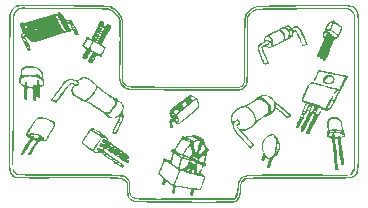
<source format=gbr>
%TF.GenerationSoftware,KiCad,Pcbnew,8.0.0*%
%TF.CreationDate,2024-03-03T15:21:22+01:00*%
%TF.ProjectId,EuroTap,4575726f-5461-4702-9e6b-696361645f70,0v02*%
%TF.SameCoordinates,Original*%
%TF.FileFunction,Legend,Bot*%
%TF.FilePolarity,Positive*%
%FSLAX46Y46*%
G04 Gerber Fmt 4.6, Leading zero omitted, Abs format (unit mm)*
G04 Created by KiCad (PCBNEW 8.0.0) date 2024-03-03 15:21:22*
%MOMM*%
%LPD*%
G01*
G04 APERTURE LIST*
%ADD10C,0.000000*%
G04 APERTURE END LIST*
D10*
%TO.C,G\u002A\u002A\u002A*%
G36*
X121697219Y-100105746D02*
G01*
X121913361Y-100108420D01*
X122177357Y-100112571D01*
X122495063Y-100118129D01*
X122817048Y-100124004D01*
X123083213Y-100128782D01*
X123335467Y-100133080D01*
X123564775Y-100136761D01*
X123762104Y-100139691D01*
X123918419Y-100141731D01*
X124024686Y-100142745D01*
X124061196Y-100142802D01*
X124185122Y-100142298D01*
X124364755Y-100142074D01*
X124591169Y-100142107D01*
X124855442Y-100142372D01*
X125148648Y-100142848D01*
X125461864Y-100143512D01*
X125786165Y-100144339D01*
X126112627Y-100145308D01*
X126432327Y-100146395D01*
X126736339Y-100147578D01*
X127015740Y-100148832D01*
X127261605Y-100150136D01*
X127465011Y-100151467D01*
X127486641Y-100151631D01*
X127860581Y-100157507D01*
X128176993Y-100169819D01*
X128442807Y-100189985D01*
X128664953Y-100219426D01*
X128850360Y-100259558D01*
X129005959Y-100311802D01*
X129138679Y-100377575D01*
X129255451Y-100458297D01*
X129337943Y-100530658D01*
X129504113Y-100717846D01*
X129657273Y-100942548D01*
X129782537Y-101180318D01*
X129859725Y-101387411D01*
X129875248Y-101443873D01*
X129888120Y-101498574D01*
X129898503Y-101558001D01*
X129906557Y-101628643D01*
X129912443Y-101716990D01*
X129916322Y-101829529D01*
X129918354Y-101972749D01*
X129918700Y-102153139D01*
X129917521Y-102377188D01*
X129914979Y-102651384D01*
X129911233Y-102982216D01*
X129907294Y-103306979D01*
X129902898Y-103674968D01*
X129898627Y-104050853D01*
X129894597Y-104423212D01*
X129890924Y-104780623D01*
X129887721Y-105111664D01*
X129885105Y-105404913D01*
X129883191Y-105648948D01*
X129882336Y-105783151D01*
X129877990Y-106579797D01*
X130080284Y-106794352D01*
X130282579Y-107008907D01*
X130565017Y-107015010D01*
X130654207Y-107016714D01*
X130800341Y-107019234D01*
X130995736Y-107022447D01*
X131232711Y-107026232D01*
X131503584Y-107030468D01*
X131800674Y-107035034D01*
X132116298Y-107039808D01*
X132442775Y-107044669D01*
X132447074Y-107044733D01*
X132769818Y-107049518D01*
X133078671Y-107054134D01*
X133366452Y-107058470D01*
X133625979Y-107062418D01*
X133850070Y-107065867D01*
X134031542Y-107068708D01*
X134163215Y-107070830D01*
X134237906Y-107072123D01*
X134240585Y-107072175D01*
X134336864Y-107072913D01*
X134482865Y-107072574D01*
X134663689Y-107071262D01*
X134864435Y-107069079D01*
X135032315Y-107066728D01*
X135233167Y-107064686D01*
X135480665Y-107063905D01*
X135765999Y-107064278D01*
X136080360Y-107065701D01*
X136414939Y-107068069D01*
X136760926Y-107071276D01*
X137109511Y-107075217D01*
X137451886Y-107079787D01*
X137779240Y-107084881D01*
X138082765Y-107090393D01*
X138353650Y-107096219D01*
X138583086Y-107102252D01*
X138762265Y-107108389D01*
X138845547Y-107112270D01*
X139178984Y-107119377D01*
X139455520Y-107100508D01*
X139678334Y-107054945D01*
X139850609Y-106981974D01*
X139975527Y-106880876D01*
X139998602Y-106852631D01*
X140024729Y-106818240D01*
X140047728Y-106786023D01*
X140067780Y-106751629D01*
X140085068Y-106710707D01*
X140099775Y-106658905D01*
X140112083Y-106591873D01*
X140122173Y-106505259D01*
X140130228Y-106394711D01*
X140136431Y-106255879D01*
X140140964Y-106084411D01*
X140144008Y-105875956D01*
X140145747Y-105626162D01*
X140146362Y-105330679D01*
X140146036Y-104985155D01*
X140144952Y-104585239D01*
X140143290Y-104126579D01*
X140141234Y-103604824D01*
X140140669Y-103461134D01*
X140138993Y-103020749D01*
X140137770Y-102643415D01*
X140137135Y-102323630D01*
X140137224Y-102055889D01*
X140138173Y-101834689D01*
X140140121Y-101654526D01*
X140143202Y-101509897D01*
X140147553Y-101395298D01*
X140153310Y-101305227D01*
X140160611Y-101234178D01*
X140169591Y-101176649D01*
X140180387Y-101127135D01*
X140193135Y-101080135D01*
X140200292Y-101055829D01*
X140291649Y-100832179D01*
X140423131Y-100651503D01*
X140602664Y-100505003D01*
X140784478Y-100407285D01*
X140849158Y-100377402D01*
X140907493Y-100350295D01*
X140962758Y-100325811D01*
X141018231Y-100303794D01*
X141077187Y-100284090D01*
X141142902Y-100266546D01*
X141218652Y-100251006D01*
X141307714Y-100237315D01*
X141413364Y-100225321D01*
X141538877Y-100214868D01*
X141687529Y-100205802D01*
X141862598Y-100197969D01*
X142067358Y-100191214D01*
X142305086Y-100185383D01*
X142579059Y-100180322D01*
X142892551Y-100175876D01*
X143248840Y-100171891D01*
X143651201Y-100168212D01*
X144102910Y-100164685D01*
X144607244Y-100161156D01*
X145167479Y-100157471D01*
X145786890Y-100153474D01*
X146232635Y-100150572D01*
X146712508Y-100147470D01*
X147132201Y-100144933D01*
X147496165Y-100143036D01*
X147808850Y-100141852D01*
X148074707Y-100141457D01*
X148298187Y-100141926D01*
X148483738Y-100143332D01*
X148635812Y-100145751D01*
X148758858Y-100149258D01*
X148857328Y-100153926D01*
X148935670Y-100159831D01*
X148998337Y-100167047D01*
X149049777Y-100175650D01*
X149094441Y-100185713D01*
X149136779Y-100197311D01*
X149143991Y-100199419D01*
X149340663Y-100264067D01*
X149485744Y-100332532D01*
X149591847Y-100416478D01*
X149671589Y-100527571D01*
X149737583Y-100677476D01*
X149772603Y-100780734D01*
X149845749Y-101010257D01*
X149851660Y-105260729D01*
X149852389Y-105805077D01*
X149853045Y-106336972D01*
X149853626Y-106851651D01*
X149854129Y-107344349D01*
X149854550Y-107810300D01*
X149854887Y-108244741D01*
X149855136Y-108642906D01*
X149855295Y-109000032D01*
X149855360Y-109311353D01*
X149855328Y-109572104D01*
X149855197Y-109777522D01*
X149854962Y-109922840D01*
X149854708Y-109991093D01*
X149854312Y-110126067D01*
X149854327Y-110320051D01*
X149854725Y-110563505D01*
X149855476Y-110846883D01*
X149856554Y-111160645D01*
X149857929Y-111495246D01*
X149859573Y-111841144D01*
X149860949Y-112099191D01*
X149862831Y-112569827D01*
X149862077Y-112977063D01*
X149857540Y-113326036D01*
X149848076Y-113621884D01*
X149832540Y-113869742D01*
X149809787Y-114074749D01*
X149778671Y-114242042D01*
X149738048Y-114376758D01*
X149686771Y-114484035D01*
X149623696Y-114569009D01*
X149547678Y-114636819D01*
X149457572Y-114692600D01*
X149352232Y-114741492D01*
X149264227Y-114776095D01*
X149236338Y-114786304D01*
X149207529Y-114795501D01*
X149174436Y-114803745D01*
X149133692Y-114811094D01*
X149081930Y-114817607D01*
X149015784Y-114823342D01*
X148931888Y-114828357D01*
X148826875Y-114832712D01*
X148697380Y-114836464D01*
X148540036Y-114839673D01*
X148351476Y-114842396D01*
X148128335Y-114844691D01*
X147867246Y-114846618D01*
X147564842Y-114848235D01*
X147217758Y-114849600D01*
X146822626Y-114850772D01*
X146376082Y-114851809D01*
X145874758Y-114852770D01*
X145315288Y-114853713D01*
X144742129Y-114854621D01*
X140410849Y-114861411D01*
X140198654Y-114987283D01*
X140089112Y-115056066D01*
X139998828Y-115119642D01*
X139945885Y-115165196D01*
X139943465Y-115168107D01*
X139921278Y-115230243D01*
X139900795Y-115353943D01*
X139883002Y-115532216D01*
X139874307Y-115657818D01*
X139856925Y-115913494D01*
X139837531Y-116112103D01*
X139813253Y-116265124D01*
X139781219Y-116384040D01*
X139738558Y-116480332D01*
X139682397Y-116565482D01*
X139632065Y-116626251D01*
X139579794Y-116686294D01*
X139533675Y-116737208D01*
X139488164Y-116779755D01*
X139437716Y-116814693D01*
X139376786Y-116842782D01*
X139299832Y-116864779D01*
X139201308Y-116881446D01*
X139075670Y-116893540D01*
X138917374Y-116901822D01*
X138720876Y-116907050D01*
X138480632Y-116909983D01*
X138191097Y-116911381D01*
X137846727Y-116912003D01*
X137542180Y-116912428D01*
X137216426Y-116912784D01*
X136910694Y-116912768D01*
X136630980Y-116912402D01*
X136383278Y-116911713D01*
X136173585Y-116910724D01*
X136007896Y-116909460D01*
X135892208Y-116907946D01*
X135832515Y-116906206D01*
X135825534Y-116905375D01*
X135792524Y-116903621D01*
X135699906Y-116901631D01*
X135552705Y-116899452D01*
X135355944Y-116897131D01*
X135114646Y-116894714D01*
X134833834Y-116892249D01*
X134518532Y-116889782D01*
X134173763Y-116887360D01*
X133804550Y-116885030D01*
X133415917Y-116882838D01*
X133394461Y-116882725D01*
X132886777Y-116879670D01*
X132441272Y-116876166D01*
X132055493Y-116872160D01*
X131726990Y-116867602D01*
X131453312Y-116862441D01*
X131232005Y-116856625D01*
X131060620Y-116850105D01*
X130936704Y-116842828D01*
X130857806Y-116834744D01*
X130830698Y-116829384D01*
X130660684Y-116755916D01*
X130490146Y-116640004D01*
X130346834Y-116500853D01*
X130334977Y-116486284D01*
X130270198Y-116387533D01*
X130225885Y-116273817D01*
X130199916Y-116132587D01*
X130190170Y-115951296D01*
X130194525Y-115717394D01*
X130196670Y-115668156D01*
X130216391Y-115243734D01*
X130094948Y-115114916D01*
X129996630Y-115028686D01*
X129875787Y-114962002D01*
X129731854Y-114909061D01*
X129683286Y-114893878D01*
X129636502Y-114880838D01*
X129586430Y-114869779D01*
X129527998Y-114860543D01*
X129456134Y-114852970D01*
X129365767Y-114846901D01*
X129251823Y-114842176D01*
X129109231Y-114838636D01*
X128932919Y-114836121D01*
X128717815Y-114834471D01*
X128458847Y-114833527D01*
X128150943Y-114833130D01*
X127789031Y-114833119D01*
X127368038Y-114833337D01*
X127325063Y-114833363D01*
X126943707Y-114833555D01*
X126571438Y-114833658D01*
X126214939Y-114833676D01*
X125880893Y-114833612D01*
X125575982Y-114833470D01*
X125306891Y-114833253D01*
X125080301Y-114832965D01*
X124902896Y-114832609D01*
X124781359Y-114832188D01*
X124755980Y-114832044D01*
X124553827Y-114831280D01*
X124319083Y-114831269D01*
X124083783Y-114831972D01*
X123915776Y-114833032D01*
X123709564Y-114834737D01*
X123468385Y-114836701D01*
X123221897Y-114838685D01*
X122999764Y-114840448D01*
X122994784Y-114840487D01*
X122680352Y-114841753D01*
X122365386Y-114840786D01*
X122057278Y-114837786D01*
X121763421Y-114832954D01*
X121491208Y-114826489D01*
X121248031Y-114818592D01*
X121041284Y-114809462D01*
X120878360Y-114799300D01*
X120766651Y-114788306D01*
X120718635Y-114778876D01*
X120601836Y-114713822D01*
X120480918Y-114608804D01*
X120379225Y-114485912D01*
X120341565Y-114422020D01*
X120313583Y-114343917D01*
X120281335Y-114221834D01*
X120250933Y-114079458D01*
X120245387Y-114049374D01*
X120238150Y-114002984D01*
X120231713Y-113946897D01*
X120226056Y-113877506D01*
X120221158Y-113791202D01*
X120217000Y-113684378D01*
X120213560Y-113553427D01*
X120211532Y-113436033D01*
X120296397Y-113436033D01*
X120309819Y-113782245D01*
X120355291Y-114070854D01*
X120433643Y-114304284D01*
X120545702Y-114484958D01*
X120692298Y-114615300D01*
X120701634Y-114621215D01*
X120846589Y-114711322D01*
X125216869Y-114717783D01*
X125856966Y-114718647D01*
X126435678Y-114719377D01*
X126956249Y-114720157D01*
X127421924Y-114721172D01*
X127835949Y-114722609D01*
X128201569Y-114724653D01*
X128522027Y-114727488D01*
X128800570Y-114731301D01*
X129040442Y-114736277D01*
X129244888Y-114742601D01*
X129417153Y-114750458D01*
X129560482Y-114760034D01*
X129678120Y-114771514D01*
X129773312Y-114785083D01*
X129849303Y-114800928D01*
X129909337Y-114819232D01*
X129956660Y-114840183D01*
X129994517Y-114863964D01*
X130026152Y-114890761D01*
X130054810Y-114920760D01*
X130083738Y-114954146D01*
X130116178Y-114991105D01*
X130122507Y-114998006D01*
X130260955Y-115147641D01*
X130307502Y-115705805D01*
X130329676Y-115947476D01*
X130353136Y-116132156D01*
X130381840Y-116271348D01*
X130419746Y-116376560D01*
X130470812Y-116459295D01*
X130538995Y-116531059D01*
X130611997Y-116590977D01*
X130723674Y-116657548D01*
X130855835Y-116710633D01*
X130906371Y-116724027D01*
X130970160Y-116730635D01*
X131096242Y-116736948D01*
X131282278Y-116742930D01*
X131525928Y-116748545D01*
X131824854Y-116753755D01*
X132176718Y-116758525D01*
X132579180Y-116762817D01*
X133029903Y-116766596D01*
X133526548Y-116769825D01*
X133990613Y-116772143D01*
X134419311Y-116774290D01*
X134829544Y-116776889D01*
X135216710Y-116779879D01*
X135576204Y-116783198D01*
X135903424Y-116786788D01*
X136193767Y-116790587D01*
X136442628Y-116794536D01*
X136645405Y-116798573D01*
X136797494Y-116802639D01*
X136894292Y-116806672D01*
X136931196Y-116810613D01*
X136931326Y-116810725D01*
X136973356Y-116819905D01*
X137059957Y-116818587D01*
X137165140Y-116807936D01*
X137254049Y-116800178D01*
X137396528Y-116793058D01*
X137581518Y-116786886D01*
X137797959Y-116781970D01*
X138034790Y-116778621D01*
X138263868Y-116777183D01*
X138501685Y-116776380D01*
X138722080Y-116775175D01*
X138915656Y-116773656D01*
X139073018Y-116771910D01*
X139184770Y-116770026D01*
X139241516Y-116768092D01*
X139242134Y-116768045D01*
X139331643Y-116734418D01*
X139435530Y-116656413D01*
X139537819Y-116550175D01*
X139622535Y-116431852D01*
X139667250Y-116338389D01*
X139706868Y-116194833D01*
X139744573Y-116007900D01*
X139776686Y-115802408D01*
X139799530Y-115603179D01*
X139809427Y-115435030D01*
X139808940Y-115382103D01*
X139826760Y-115191057D01*
X139897894Y-115034055D01*
X140024139Y-114908953D01*
X140207295Y-114813607D01*
X140316085Y-114777743D01*
X140385014Y-114767857D01*
X140517226Y-114759083D01*
X140711379Y-114751436D01*
X140966133Y-114744932D01*
X141280148Y-114739588D01*
X141652083Y-114735419D01*
X142080597Y-114732441D01*
X142564350Y-114730671D01*
X143102001Y-114730125D01*
X143692210Y-114730818D01*
X144129135Y-114732027D01*
X144456598Y-114732905D01*
X144812105Y-114733468D01*
X145178528Y-114733715D01*
X145538741Y-114733645D01*
X145875616Y-114733257D01*
X146172026Y-114732550D01*
X146278117Y-114732167D01*
X146586389Y-114731541D01*
X146933514Y-114731892D01*
X147296953Y-114733127D01*
X147654167Y-114735156D01*
X147982614Y-114737887D01*
X148154082Y-114739793D01*
X148423022Y-114742967D01*
X148635454Y-114744686D01*
X148799494Y-114744463D01*
X148923260Y-114741813D01*
X149014867Y-114736251D01*
X149082433Y-114727289D01*
X149134075Y-114714444D01*
X149177907Y-114697229D01*
X149220495Y-114675972D01*
X149376497Y-114584145D01*
X149486731Y-114488778D01*
X149565931Y-114371114D01*
X149628836Y-114212396D01*
X149656031Y-114121593D01*
X149676530Y-114047744D01*
X149693299Y-113980754D01*
X149706713Y-113913030D01*
X149717149Y-113836980D01*
X149724984Y-113745010D01*
X149730593Y-113629529D01*
X149734353Y-113482944D01*
X149736640Y-113297663D01*
X149737830Y-113066093D01*
X149738300Y-112780641D01*
X149738421Y-112459110D01*
X149738598Y-112150004D01*
X149738981Y-111854801D01*
X149739543Y-111582279D01*
X149740257Y-111341219D01*
X149741095Y-111140400D01*
X149742032Y-110988602D01*
X149743040Y-110894606D01*
X149743273Y-110882321D01*
X149744471Y-110785330D01*
X149745169Y-110633719D01*
X149745358Y-110441423D01*
X149745028Y-110222378D01*
X149744170Y-109990517D01*
X149743912Y-109939676D01*
X149743146Y-109761479D01*
X149742413Y-109524349D01*
X149741728Y-109237908D01*
X149741107Y-108911781D01*
X149740565Y-108555590D01*
X149740118Y-108178959D01*
X149739782Y-107791509D01*
X149739572Y-107402865D01*
X149739532Y-107265992D01*
X149739398Y-106876267D01*
X149739184Y-106481908D01*
X149738899Y-106092914D01*
X149738555Y-105719283D01*
X149738162Y-105371013D01*
X149737729Y-105058103D01*
X149737269Y-104790551D01*
X149736791Y-104578355D01*
X149736636Y-104523752D01*
X149736570Y-104239122D01*
X149737839Y-103925325D01*
X149740258Y-103606360D01*
X149743642Y-103306223D01*
X149747807Y-103048912D01*
X149748132Y-103032659D01*
X149751463Y-102774021D01*
X149752243Y-102472177D01*
X149750597Y-102152416D01*
X149746650Y-101840030D01*
X149740897Y-101573598D01*
X149719720Y-100800097D01*
X149596460Y-100610318D01*
X149537103Y-100520431D01*
X149482831Y-100447739D01*
X149426250Y-100390396D01*
X149359963Y-100346554D01*
X149276575Y-100314366D01*
X149168690Y-100291985D01*
X149028913Y-100277564D01*
X148849848Y-100269255D01*
X148624100Y-100265212D01*
X148344272Y-100263587D01*
X148206576Y-100263175D01*
X147931663Y-100262577D01*
X147654598Y-100262310D01*
X147388305Y-100262360D01*
X147145707Y-100262718D01*
X146939729Y-100263370D01*
X146783293Y-100264305D01*
X146762850Y-100264489D01*
X146585788Y-100265793D01*
X146364188Y-100266826D01*
X146118144Y-100267530D01*
X145867749Y-100267844D01*
X145664122Y-100267757D01*
X145503979Y-100267925D01*
X145287969Y-100268743D01*
X145024848Y-100270149D01*
X144723377Y-100272082D01*
X144392316Y-100274481D01*
X144040421Y-100277283D01*
X143676454Y-100280428D01*
X143309173Y-100283852D01*
X143143511Y-100285485D01*
X142750439Y-100289466D01*
X142416558Y-100293069D01*
X142136433Y-100296556D01*
X141904627Y-100300190D01*
X141715705Y-100304233D01*
X141564229Y-100308948D01*
X141444764Y-100314597D01*
X141351874Y-100321444D01*
X141280121Y-100329750D01*
X141224071Y-100339778D01*
X141178286Y-100351792D01*
X141137330Y-100366052D01*
X141095768Y-100382823D01*
X141091476Y-100384604D01*
X140851444Y-100498226D01*
X140663989Y-100621832D01*
X140517061Y-100766155D01*
X140398608Y-100941926D01*
X140343663Y-101050619D01*
X140251272Y-101250203D01*
X140249014Y-102981242D01*
X140248053Y-103332788D01*
X140246168Y-103674322D01*
X140243469Y-103997566D01*
X140240067Y-104294244D01*
X140236073Y-104556079D01*
X140231597Y-104774794D01*
X140226751Y-104942112D01*
X140221645Y-105049756D01*
X140221264Y-105055061D01*
X140212083Y-105284011D01*
X140215419Y-105523701D01*
X140227967Y-105706343D01*
X140243711Y-105951396D01*
X140242543Y-106202444D01*
X140225792Y-106441745D01*
X140194785Y-106651559D01*
X140150851Y-106814145D01*
X140143670Y-106832306D01*
X140093483Y-106934037D01*
X140033324Y-107001319D01*
X139940283Y-107057397D01*
X139905161Y-107074283D01*
X139862371Y-107094515D01*
X139822485Y-107112892D01*
X139782374Y-107129477D01*
X139738908Y-107144332D01*
X139688956Y-107157518D01*
X139629389Y-107169098D01*
X139557077Y-107179134D01*
X139468888Y-107187687D01*
X139361694Y-107194820D01*
X139232364Y-107200594D01*
X139077767Y-107205072D01*
X138894774Y-107208316D01*
X138680255Y-107210387D01*
X138431079Y-107211348D01*
X138144117Y-107211261D01*
X137816237Y-107210188D01*
X137444311Y-107208190D01*
X137025207Y-107205330D01*
X136555797Y-107201670D01*
X136032949Y-107197271D01*
X135453533Y-107192196D01*
X134814420Y-107186507D01*
X134418320Y-107182979D01*
X133817438Y-107177593D01*
X133277858Y-107172631D01*
X132796253Y-107168010D01*
X132369295Y-107163649D01*
X131993657Y-107159466D01*
X131666011Y-107155378D01*
X131383031Y-107151305D01*
X131141389Y-107147164D01*
X130937757Y-107142873D01*
X130768809Y-107138351D01*
X130631217Y-107133515D01*
X130521654Y-107128284D01*
X130436792Y-107122576D01*
X130373304Y-107116309D01*
X130327862Y-107109401D01*
X130297140Y-107101770D01*
X130277811Y-107093335D01*
X130266546Y-107084013D01*
X130264054Y-107080762D01*
X130209853Y-107034665D01*
X130177895Y-107026046D01*
X130116779Y-107000853D01*
X130033860Y-106936072D01*
X129944904Y-106847895D01*
X129865678Y-106752518D01*
X129811949Y-106666134D01*
X129801663Y-106639611D01*
X129789162Y-106560738D01*
X129778755Y-106422713D01*
X129770555Y-106234907D01*
X129764676Y-106006692D01*
X129761231Y-105747440D01*
X129760332Y-105466523D01*
X129762094Y-105173312D01*
X129766628Y-104877178D01*
X129774047Y-104587493D01*
X129776140Y-104523752D01*
X129787142Y-104180539D01*
X129794321Y-103902221D01*
X129797699Y-103685258D01*
X129797294Y-103526109D01*
X129793127Y-103421235D01*
X129785218Y-103367095D01*
X129782680Y-103361109D01*
X129779352Y-103319496D01*
X129780013Y-103220954D01*
X129784327Y-103076958D01*
X129791961Y-102898983D01*
X129801335Y-102720300D01*
X129818663Y-102395496D01*
X129829384Y-102129546D01*
X129832399Y-101912995D01*
X129826612Y-101736389D01*
X129810925Y-101590276D01*
X129784243Y-101465201D01*
X129745469Y-101351712D01*
X129693504Y-101240355D01*
X129627254Y-101121675D01*
X129613069Y-101097700D01*
X129455719Y-100866142D01*
X129282870Y-100683486D01*
X129074939Y-100530876D01*
X128949573Y-100458805D01*
X128667466Y-100307567D01*
X128230900Y-100291755D01*
X128047736Y-100286652D01*
X127814953Y-100282517D01*
X127547558Y-100279452D01*
X127260557Y-100277555D01*
X126968959Y-100276926D01*
X126687770Y-100277665D01*
X126436387Y-100279818D01*
X126384767Y-100279603D01*
X126274357Y-100278508D01*
X126110991Y-100276609D01*
X125900505Y-100273983D01*
X125648732Y-100270706D01*
X125361507Y-100266854D01*
X125044664Y-100262503D01*
X124704039Y-100257729D01*
X124345466Y-100252609D01*
X124271247Y-100251538D01*
X123811557Y-100244979D01*
X123410828Y-100239521D01*
X123063399Y-100235189D01*
X122763608Y-100232008D01*
X122505794Y-100230004D01*
X122284293Y-100229201D01*
X122093446Y-100229625D01*
X121927589Y-100231300D01*
X121781062Y-100234252D01*
X121648202Y-100238505D01*
X121523348Y-100244086D01*
X121400839Y-100251018D01*
X121275011Y-100259327D01*
X121193009Y-100265169D01*
X121021950Y-100278349D01*
X120902286Y-100290902D01*
X120820887Y-100306173D01*
X120764625Y-100327507D01*
X120720371Y-100358250D01*
X120681080Y-100395597D01*
X120599163Y-100495303D01*
X120526033Y-100611239D01*
X120516046Y-100630833D01*
X120493081Y-100679648D01*
X120472448Y-100728850D01*
X120454007Y-100782217D01*
X120437620Y-100843529D01*
X120423147Y-100916565D01*
X120410447Y-101005103D01*
X120399383Y-101112923D01*
X120389814Y-101243804D01*
X120381600Y-101401526D01*
X120374603Y-101589866D01*
X120368683Y-101812604D01*
X120363700Y-102073520D01*
X120359514Y-102376392D01*
X120355987Y-102724999D01*
X120352979Y-103123121D01*
X120350350Y-103574536D01*
X120347961Y-104083024D01*
X120345673Y-104652364D01*
X120343345Y-105286334D01*
X120343252Y-105312146D01*
X120341156Y-105875362D01*
X120338870Y-106450011D01*
X120336429Y-107028733D01*
X120333872Y-107604172D01*
X120331234Y-108168971D01*
X120328553Y-108715770D01*
X120325866Y-109237212D01*
X120323210Y-109725940D01*
X120320620Y-110174596D01*
X120318135Y-110575822D01*
X120315791Y-110922261D01*
X120313893Y-111173684D01*
X120310954Y-111540021D01*
X120308113Y-111897460D01*
X120305432Y-112237914D01*
X120302974Y-112553291D01*
X120300801Y-112835502D01*
X120298975Y-113076456D01*
X120297559Y-113268065D01*
X120296616Y-113402237D01*
X120296397Y-113436033D01*
X120211532Y-113436033D01*
X120210819Y-113394739D01*
X120208755Y-113204709D01*
X120207349Y-112979727D01*
X120206581Y-112716186D01*
X120206429Y-112410479D01*
X120206873Y-112058997D01*
X120207894Y-111658133D01*
X120209470Y-111204279D01*
X120211581Y-110693827D01*
X120214208Y-110123170D01*
X120217328Y-109488699D01*
X120218407Y-109275667D01*
X120221153Y-108718192D01*
X120223648Y-108174612D01*
X120225880Y-107649417D01*
X120227838Y-107147096D01*
X120229511Y-106672138D01*
X120230887Y-106229034D01*
X120231954Y-105822272D01*
X120232700Y-105456343D01*
X120233115Y-105135736D01*
X120233187Y-104864940D01*
X120232903Y-104648445D01*
X120232253Y-104490741D01*
X120231225Y-104396317D01*
X120231005Y-104386640D01*
X120227577Y-104206637D01*
X120224998Y-103968524D01*
X120223277Y-103682741D01*
X120222421Y-103359728D01*
X120222439Y-103009926D01*
X120223337Y-102643774D01*
X120225123Y-102271712D01*
X120227805Y-101904181D01*
X120229095Y-101764373D01*
X120240343Y-101401517D01*
X120267032Y-101099321D01*
X120310209Y-100851611D01*
X120370925Y-100652211D01*
X120442911Y-100506551D01*
X120551716Y-100380478D01*
X120707711Y-100266832D01*
X120893461Y-100177143D01*
X120988234Y-100145942D01*
X121032324Y-100134274D01*
X121077428Y-100124644D01*
X121129400Y-100116983D01*
X121194096Y-100111220D01*
X121277371Y-100107285D01*
X121385079Y-100105108D01*
X121523077Y-100104618D01*
X121697219Y-100105746D01*
G37*
G36*
X121631029Y-100359795D02*
G01*
X121788709Y-100376817D01*
X121976512Y-100394479D01*
X122156527Y-100402049D01*
X122304664Y-100398725D01*
X122341239Y-100395248D01*
X122426816Y-100388882D01*
X122568112Y-100383922D01*
X122766072Y-100380370D01*
X123021635Y-100378226D01*
X123335746Y-100377492D01*
X123709345Y-100378167D01*
X124143375Y-100380253D01*
X124638779Y-100383750D01*
X125196498Y-100388659D01*
X125817474Y-100394981D01*
X126113231Y-100398236D01*
X126505650Y-100402608D01*
X126839611Y-100406214D01*
X127121286Y-100409073D01*
X127356843Y-100411202D01*
X127552454Y-100412617D01*
X127714287Y-100413337D01*
X127848513Y-100413378D01*
X127961301Y-100412758D01*
X128058823Y-100411495D01*
X128147246Y-100409604D01*
X128232742Y-100407105D01*
X128310892Y-100404399D01*
X128618096Y-100393253D01*
X128930909Y-100556823D01*
X129097488Y-100649294D01*
X129222324Y-100733647D01*
X129324676Y-100824421D01*
X129407765Y-100916742D01*
X129490101Y-101023524D01*
X129554542Y-101122350D01*
X129588380Y-101193519D01*
X129589683Y-101198786D01*
X129618957Y-101293589D01*
X129656222Y-101379622D01*
X129669488Y-101415145D01*
X129680208Y-101469078D01*
X129688642Y-101548250D01*
X129695050Y-101659490D01*
X129699690Y-101809626D01*
X129702823Y-102005486D01*
X129704708Y-102253900D01*
X129705604Y-102561695D01*
X129705731Y-102682186D01*
X129704752Y-103037401D01*
X129701566Y-103439028D01*
X129696484Y-103864975D01*
X129689814Y-104293148D01*
X129681866Y-104701457D01*
X129672950Y-105067808D01*
X129671673Y-105113404D01*
X129662595Y-105436526D01*
X129655778Y-105699006D01*
X129651385Y-105908721D01*
X129649574Y-106073550D01*
X129650507Y-106201369D01*
X129654344Y-106300058D01*
X129661247Y-106377492D01*
X129671375Y-106441551D01*
X129684890Y-106500111D01*
X129701140Y-106558265D01*
X129743170Y-106683518D01*
X129793744Y-106781285D01*
X129868052Y-106875754D01*
X129959792Y-106970123D01*
X130117480Y-107106644D01*
X130254374Y-107187238D01*
X130290054Y-107199756D01*
X130362529Y-107210701D01*
X130498572Y-107220471D01*
X130697127Y-107229033D01*
X130957141Y-107236357D01*
X131277560Y-107242410D01*
X131657327Y-107247159D01*
X131929367Y-107249488D01*
X132190676Y-107251387D01*
X132508861Y-107253709D01*
X132876166Y-107256397D01*
X133284837Y-107259394D01*
X133727121Y-107262643D01*
X134195262Y-107266087D01*
X134681507Y-107269668D01*
X135178101Y-107273331D01*
X135677289Y-107277017D01*
X136171318Y-107280670D01*
X136543956Y-107283429D01*
X137079495Y-107287481D01*
X137554330Y-107291058D01*
X137972390Y-107293898D01*
X138337601Y-107295735D01*
X138653891Y-107296308D01*
X138925187Y-107295352D01*
X139155418Y-107292604D01*
X139348510Y-107287801D01*
X139508390Y-107280679D01*
X139638987Y-107270974D01*
X139744227Y-107258424D01*
X139828039Y-107242764D01*
X139894348Y-107223732D01*
X139947084Y-107201064D01*
X139990173Y-107174496D01*
X140027543Y-107143766D01*
X140063121Y-107108608D01*
X140100835Y-107068761D01*
X140125443Y-107043185D01*
X140176783Y-106987560D01*
X140219344Y-106930500D01*
X140254019Y-106865176D01*
X140281700Y-106784759D01*
X140303281Y-106682419D01*
X140319655Y-106551328D01*
X140331714Y-106384656D01*
X140340352Y-106175573D01*
X140346462Y-105917252D01*
X140350936Y-105602862D01*
X140354043Y-105295007D01*
X140356793Y-105004646D01*
X140359571Y-104730919D01*
X140362274Y-104482646D01*
X140364799Y-104268651D01*
X140367041Y-104097757D01*
X140368897Y-103978786D01*
X140370135Y-103923887D01*
X140370993Y-103858864D01*
X140371320Y-103733884D01*
X140371143Y-103557544D01*
X140370487Y-103338441D01*
X140369378Y-103085172D01*
X140367843Y-102806334D01*
X140365907Y-102510524D01*
X140365842Y-102501350D01*
X140363770Y-102160637D01*
X140362986Y-101881631D01*
X140363684Y-101657491D01*
X140366056Y-101481377D01*
X140370297Y-101346449D01*
X140376599Y-101245867D01*
X140385157Y-101172790D01*
X140396164Y-101120380D01*
X140405728Y-101091567D01*
X140446472Y-101005122D01*
X140485336Y-100948449D01*
X140492335Y-100942555D01*
X140533494Y-100892640D01*
X140556700Y-100844106D01*
X140600988Y-100788212D01*
X140689676Y-100718577D01*
X140806377Y-100644747D01*
X140934703Y-100576265D01*
X141058265Y-100522673D01*
X141157977Y-100493960D01*
X141223176Y-100483471D01*
X141291386Y-100473863D01*
X141365620Y-100465090D01*
X141448890Y-100457106D01*
X141544208Y-100449865D01*
X141654586Y-100443320D01*
X141783036Y-100437424D01*
X141932569Y-100432133D01*
X142106199Y-100427398D01*
X142306936Y-100423175D01*
X142537793Y-100419417D01*
X142801781Y-100416078D01*
X143101913Y-100413111D01*
X143441201Y-100410470D01*
X143822656Y-100408109D01*
X144249291Y-100405982D01*
X144724117Y-100404042D01*
X145250147Y-100402244D01*
X145830393Y-100400540D01*
X146467865Y-100398884D01*
X147165578Y-100397231D01*
X147506107Y-100396462D01*
X147861179Y-100395768D01*
X148157828Y-100395820D01*
X148402259Y-100397234D01*
X148600681Y-100400624D01*
X148759301Y-100406608D01*
X148884324Y-100415799D01*
X148981960Y-100428814D01*
X149058413Y-100446268D01*
X149119893Y-100468777D01*
X149172605Y-100496955D01*
X149222757Y-100531419D01*
X149275416Y-100571893D01*
X149379548Y-100677845D01*
X149453967Y-100816460D01*
X149506974Y-101003927D01*
X149513349Y-101035987D01*
X149519390Y-101102906D01*
X149524920Y-101236232D01*
X149529927Y-101433818D01*
X149534402Y-101693518D01*
X149538334Y-102013184D01*
X149541712Y-102390670D01*
X149544525Y-102823829D01*
X149546764Y-103310513D01*
X149548418Y-103848576D01*
X149549476Y-104435871D01*
X149549928Y-105070251D01*
X149549763Y-105749569D01*
X149548970Y-106471679D01*
X149547540Y-107234434D01*
X149546276Y-107745884D01*
X149545876Y-107951879D01*
X149545606Y-108217590D01*
X149545464Y-108534179D01*
X149545447Y-108892807D01*
X149545553Y-109284635D01*
X149545777Y-109700824D01*
X149546119Y-110132534D01*
X149546574Y-110570927D01*
X149547140Y-111007164D01*
X149547336Y-111139406D01*
X149547608Y-111548241D01*
X149547191Y-111942908D01*
X149546134Y-112317109D01*
X149544486Y-112664545D01*
X149542297Y-112978920D01*
X149539615Y-113253934D01*
X149536489Y-113483290D01*
X149532968Y-113660689D01*
X149529101Y-113779834D01*
X149526486Y-113822404D01*
X149508594Y-113972837D01*
X149481445Y-114084749D01*
X149435166Y-114188171D01*
X149370772Y-114296013D01*
X149341233Y-114345972D01*
X149316986Y-114390515D01*
X149294372Y-114429952D01*
X149269730Y-114464592D01*
X149239402Y-114494745D01*
X149199728Y-114520720D01*
X149147047Y-114542826D01*
X149077701Y-114561374D01*
X148988029Y-114576672D01*
X148874372Y-114589031D01*
X148733071Y-114598758D01*
X148560465Y-114606165D01*
X148352894Y-114611560D01*
X148106700Y-114615253D01*
X147818223Y-114617554D01*
X147483802Y-114618771D01*
X147099778Y-114619215D01*
X146662492Y-114619194D01*
X146168283Y-114619019D01*
X145613492Y-114618999D01*
X145551018Y-114619018D01*
X145072986Y-114618991D01*
X144607391Y-114618584D01*
X144159007Y-114617820D01*
X143732610Y-114616724D01*
X143332974Y-114615322D01*
X142964874Y-114613636D01*
X142633085Y-114611693D01*
X142342381Y-114609517D01*
X142097539Y-114607131D01*
X141903332Y-114604561D01*
X141764535Y-114601831D01*
X141689313Y-114599168D01*
X141437709Y-114591457D01*
X141177332Y-114595207D01*
X140918049Y-114609205D01*
X140669725Y-114632241D01*
X140442227Y-114663102D01*
X140245423Y-114700578D01*
X140089177Y-114743457D01*
X139983357Y-114790527D01*
X139955535Y-114812033D01*
X139839260Y-114956250D01*
X139767098Y-115121004D01*
X139730393Y-115326612D01*
X139728835Y-115344161D01*
X139714636Y-115468592D01*
X139696428Y-115567896D01*
X139678543Y-115619754D01*
X139661711Y-115675009D01*
X139666993Y-115693919D01*
X139669802Y-115741630D01*
X139659006Y-115835763D01*
X139636935Y-115956301D01*
X139635918Y-115961075D01*
X139575127Y-116209282D01*
X139510741Y-116396117D01*
X139438977Y-116528762D01*
X139356054Y-116614400D01*
X139269478Y-116657000D01*
X139198484Y-116673390D01*
X139160566Y-116672366D01*
X139160318Y-116672124D01*
X139126575Y-116668998D01*
X139035968Y-116665467D01*
X138896267Y-116661638D01*
X138715236Y-116657616D01*
X138500645Y-116653506D01*
X138260258Y-116649416D01*
X138001843Y-116645449D01*
X137733168Y-116641712D01*
X137461998Y-116638311D01*
X137196101Y-116635351D01*
X136943244Y-116632938D01*
X136711193Y-116631177D01*
X136507716Y-116630175D01*
X136340579Y-116630037D01*
X136217550Y-116630868D01*
X136179516Y-116631565D01*
X136100954Y-116632622D01*
X135964388Y-116633478D01*
X135776448Y-116634139D01*
X135543760Y-116634610D01*
X135272953Y-116634896D01*
X134970655Y-116635003D01*
X134643494Y-116634936D01*
X134298098Y-116634701D01*
X133941093Y-116634302D01*
X133579110Y-116633745D01*
X133218774Y-116633035D01*
X132866715Y-116632178D01*
X132529560Y-116631178D01*
X132213936Y-116630042D01*
X131926473Y-116628774D01*
X131787518Y-116628049D01*
X131558591Y-116625415D01*
X131344856Y-116620402D01*
X131156834Y-116613455D01*
X131005042Y-116605025D01*
X130899999Y-116595557D01*
X130859917Y-116588553D01*
X130695660Y-116507862D01*
X130555039Y-116372273D01*
X130471119Y-116237040D01*
X130442866Y-116167268D01*
X130422453Y-116084992D01*
X130408048Y-115976277D01*
X130397817Y-115827186D01*
X130389928Y-115623784D01*
X130389766Y-115618583D01*
X130379256Y-115386686D01*
X130364002Y-115208584D01*
X130344584Y-115089933D01*
X130331311Y-115049903D01*
X130244348Y-114917096D01*
X130124517Y-114812827D01*
X129964071Y-114733190D01*
X129755263Y-114674281D01*
X129506361Y-114634121D01*
X129432415Y-114629129D01*
X129296927Y-114624468D01*
X129102983Y-114620162D01*
X128853671Y-114616237D01*
X128552079Y-114612716D01*
X128201294Y-114609624D01*
X127804404Y-114606986D01*
X127364496Y-114604827D01*
X126884658Y-114603171D01*
X126367977Y-114602042D01*
X125817541Y-114601466D01*
X125402290Y-114601407D01*
X124732072Y-114601275D01*
X124124935Y-114600561D01*
X123579333Y-114599251D01*
X123093719Y-114597329D01*
X122666544Y-114594782D01*
X122296263Y-114591596D01*
X121981328Y-114587756D01*
X121720191Y-114583247D01*
X121511307Y-114578056D01*
X121353126Y-114572168D01*
X121244104Y-114565569D01*
X121213684Y-114562702D01*
X121055987Y-114544433D01*
X120947215Y-114527343D01*
X120871950Y-114506143D01*
X120814776Y-114475546D01*
X120760273Y-114430261D01*
X120722995Y-114394383D01*
X120683481Y-114355933D01*
X120649075Y-114320031D01*
X120619445Y-114281922D01*
X120594265Y-114236848D01*
X120573204Y-114180054D01*
X120555935Y-114106785D01*
X120542127Y-114012284D01*
X120535109Y-113933064D01*
X120595936Y-113933064D01*
X120675651Y-114127427D01*
X120727803Y-114241808D01*
X120780693Y-114314106D01*
X120855076Y-114367424D01*
X120921767Y-114401407D01*
X120981834Y-114428242D01*
X121041497Y-114448495D01*
X121111108Y-114463252D01*
X121201022Y-114473598D01*
X121321590Y-114480618D01*
X121483165Y-114485397D01*
X121696102Y-114489020D01*
X121766794Y-114489981D01*
X122008156Y-114492633D01*
X122263224Y-114494518D01*
X122511990Y-114495550D01*
X122734443Y-114495642D01*
X122897837Y-114494832D01*
X122995405Y-114494231D01*
X123152344Y-114493636D01*
X123363393Y-114493053D01*
X123623292Y-114492490D01*
X123926780Y-114491954D01*
X124268597Y-114491453D01*
X124643482Y-114490995D01*
X125046175Y-114490586D01*
X125471415Y-114490235D01*
X125913942Y-114489949D01*
X126368496Y-114489735D01*
X126501018Y-114489688D01*
X127038075Y-114489477D01*
X127514489Y-114489371D01*
X127934247Y-114489601D01*
X128301335Y-114490398D01*
X128619740Y-114491992D01*
X128893450Y-114494614D01*
X129126452Y-114498494D01*
X129322732Y-114503864D01*
X129486279Y-114510953D01*
X129621079Y-114519992D01*
X129731119Y-114531212D01*
X129820387Y-114544844D01*
X129892869Y-114561118D01*
X129952553Y-114580265D01*
X130003425Y-114602515D01*
X130049474Y-114628099D01*
X130094685Y-114657247D01*
X130143047Y-114690191D01*
X130159417Y-114701288D01*
X130299034Y-114825247D01*
X130401117Y-114985460D01*
X130437324Y-115063140D01*
X130462457Y-115134003D01*
X130478761Y-115213347D01*
X130488478Y-115316472D01*
X130493854Y-115458678D01*
X130496913Y-115638654D01*
X130500612Y-115834003D01*
X130506819Y-115974428D01*
X130517247Y-116073556D01*
X130533612Y-116145015D01*
X130557630Y-116202431D01*
X130570909Y-116226491D01*
X130627676Y-116302764D01*
X130704651Y-116365283D01*
X130807895Y-116415258D01*
X130943468Y-116453897D01*
X131117430Y-116482411D01*
X131335842Y-116502009D01*
X131604765Y-116513899D01*
X131930257Y-116519292D01*
X132040793Y-116519826D01*
X132253102Y-116521166D01*
X132443182Y-116523839D01*
X132601713Y-116527592D01*
X132719371Y-116532175D01*
X132786837Y-116537335D01*
X132799166Y-116540321D01*
X132839420Y-116547220D01*
X132916571Y-116540659D01*
X132935234Y-116537578D01*
X132999198Y-116531798D01*
X133117730Y-116526555D01*
X133280767Y-116522078D01*
X133478245Y-116518595D01*
X133700101Y-116516335D01*
X133905741Y-116515540D01*
X134087811Y-116515509D01*
X134326392Y-116515682D01*
X134613363Y-116516043D01*
X134940603Y-116516575D01*
X135299991Y-116517264D01*
X135683407Y-116518093D01*
X136082730Y-116519047D01*
X136489841Y-116520110D01*
X136896617Y-116521264D01*
X137018196Y-116521629D01*
X139278759Y-116528498D01*
X139334352Y-116455674D01*
X139399541Y-116337932D01*
X139460406Y-116168895D01*
X139512634Y-115965828D01*
X139551912Y-115745991D01*
X139573925Y-115526647D01*
X139575668Y-115489946D01*
X139589380Y-115285660D01*
X139612085Y-115131471D01*
X139639352Y-115042844D01*
X139749168Y-114885312D01*
X139910830Y-114745663D01*
X140112227Y-114631905D01*
X140341248Y-114552049D01*
X140402585Y-114538079D01*
X140484643Y-114528435D01*
X140630330Y-114519810D01*
X140838654Y-114512213D01*
X141108621Y-114505650D01*
X141439236Y-114500129D01*
X141829507Y-114495657D01*
X142278439Y-114492242D01*
X142785039Y-114489891D01*
X143348312Y-114488612D01*
X143967265Y-114488413D01*
X144640905Y-114489300D01*
X145368237Y-114491281D01*
X146148267Y-114494363D01*
X146197328Y-114494586D01*
X146614589Y-114496443D01*
X147014329Y-114498118D01*
X147391681Y-114499598D01*
X147741779Y-114500868D01*
X148059756Y-114501913D01*
X148340744Y-114502720D01*
X148579875Y-114503275D01*
X148772284Y-114503562D01*
X148913103Y-114503567D01*
X148997464Y-114503277D01*
X149020089Y-114502904D01*
X149114559Y-114466052D01*
X149210363Y-114373711D01*
X149297997Y-114237978D01*
X149367954Y-114070950D01*
X149373598Y-114053037D01*
X149385899Y-114011428D01*
X149396630Y-113969269D01*
X149405905Y-113921799D01*
X149413837Y-113864260D01*
X149420538Y-113791892D01*
X149426124Y-113699937D01*
X149430706Y-113583635D01*
X149434399Y-113438227D01*
X149437316Y-113258955D01*
X149439569Y-113041058D01*
X149441273Y-112779779D01*
X149442541Y-112470357D01*
X149443486Y-112108034D01*
X149444222Y-111688050D01*
X149444862Y-111205647D01*
X149445045Y-111053711D01*
X149445609Y-110619578D01*
X149446238Y-110202498D01*
X149446919Y-109807953D01*
X149447638Y-109441428D01*
X149448382Y-109108406D01*
X149449137Y-108814371D01*
X149449891Y-108564806D01*
X149450628Y-108365196D01*
X149451336Y-108221023D01*
X149452002Y-108137770D01*
X149452249Y-108122942D01*
X149452888Y-108063012D01*
X149453443Y-107942846D01*
X149453914Y-107770765D01*
X149454299Y-107555090D01*
X149454599Y-107304141D01*
X149454813Y-107026239D01*
X149454940Y-106729703D01*
X149454981Y-106422856D01*
X149454935Y-106114016D01*
X149454801Y-105811505D01*
X149454578Y-105523643D01*
X149454268Y-105258751D01*
X149453868Y-105025149D01*
X149453379Y-104831158D01*
X149452800Y-104685098D01*
X149452431Y-104626586D01*
X149451918Y-104555221D01*
X149451016Y-104422778D01*
X149449773Y-104236733D01*
X149448239Y-104004562D01*
X149446463Y-103733741D01*
X149444494Y-103431747D01*
X149442380Y-103106055D01*
X149440173Y-102764142D01*
X149439915Y-102724157D01*
X149428880Y-101010257D01*
X149348091Y-100841583D01*
X149276052Y-100719297D01*
X149185469Y-100633453D01*
X149105725Y-100584498D01*
X149079551Y-100569861D01*
X149055041Y-100556729D01*
X149028757Y-100545055D01*
X148997258Y-100534793D01*
X148957104Y-100525895D01*
X148904855Y-100518316D01*
X148837072Y-100512009D01*
X148750314Y-100506927D01*
X148641142Y-100503024D01*
X148506115Y-100500253D01*
X148341795Y-100498567D01*
X148144740Y-100497921D01*
X147911511Y-100498266D01*
X147638669Y-100499558D01*
X147322772Y-100501749D01*
X146960382Y-100504792D01*
X146548058Y-100508641D01*
X146082361Y-100513250D01*
X145559851Y-100518572D01*
X144977087Y-100524560D01*
X144807761Y-100526297D01*
X144392318Y-100530408D01*
X143984644Y-100534160D01*
X143590991Y-100537513D01*
X143217610Y-100540425D01*
X142870751Y-100542857D01*
X142556667Y-100544767D01*
X142281607Y-100546114D01*
X142051824Y-100546858D01*
X141873569Y-100546958D01*
X141753092Y-100546373D01*
X141744829Y-100546280D01*
X141530450Y-100545062D01*
X141367309Y-100549235D01*
X141242057Y-100561650D01*
X141141346Y-100585157D01*
X141051826Y-100622605D01*
X140960150Y-100676844D01*
X140881425Y-100730625D01*
X140722345Y-100855862D01*
X140596434Y-100982026D01*
X140514819Y-101097390D01*
X140498248Y-101134508D01*
X140492138Y-101186066D01*
X140486550Y-101303396D01*
X140481517Y-101483717D01*
X140477075Y-101724247D01*
X140473255Y-102022205D01*
X140470093Y-102374810D01*
X140467622Y-102779279D01*
X140465876Y-103232832D01*
X140464888Y-103732686D01*
X140464743Y-103893167D01*
X140464483Y-104408989D01*
X140464160Y-104860900D01*
X140463365Y-105253544D01*
X140461689Y-105591565D01*
X140458723Y-105879607D01*
X140454058Y-106122315D01*
X140447284Y-106324331D01*
X140437994Y-106490302D01*
X140425778Y-106624869D01*
X140410226Y-106732678D01*
X140390931Y-106818373D01*
X140367482Y-106886597D01*
X140339472Y-106941995D01*
X140306491Y-106989210D01*
X140268130Y-107032887D01*
X140223979Y-107077670D01*
X140180458Y-107121230D01*
X140107021Y-107195655D01*
X140042633Y-107256224D01*
X139979880Y-107304384D01*
X139911353Y-107341581D01*
X139829639Y-107369261D01*
X139727328Y-107388872D01*
X139597006Y-107401858D01*
X139431264Y-107409668D01*
X139222690Y-107413747D01*
X138963872Y-107415541D01*
X138667812Y-107416438D01*
X138379256Y-107417086D01*
X138086575Y-107417415D01*
X137802449Y-107417435D01*
X137539557Y-107417156D01*
X137310578Y-107416585D01*
X137128192Y-107415733D01*
X137068193Y-107415291D01*
X136872591Y-107414055D01*
X136679203Y-107413612D01*
X136506721Y-107413951D01*
X136373839Y-107415066D01*
X136341094Y-107415618D01*
X136224431Y-107416238D01*
X136062468Y-107414711D01*
X135874495Y-107411328D01*
X135679800Y-107406381D01*
X135630153Y-107404865D01*
X135422614Y-107399512D01*
X135202979Y-107395907D01*
X134995695Y-107394332D01*
X134825207Y-107395069D01*
X134806107Y-107395365D01*
X134713546Y-107395959D01*
X134563015Y-107395659D01*
X134361169Y-107394526D01*
X134114663Y-107392622D01*
X133830153Y-107390007D01*
X133514293Y-107386745D01*
X133173738Y-107382896D01*
X132815143Y-107378523D01*
X132445163Y-107373686D01*
X132398600Y-107373054D01*
X131965200Y-107367182D01*
X131591418Y-107361862D01*
X131272252Y-107356532D01*
X131002696Y-107350627D01*
X130777747Y-107343586D01*
X130592402Y-107334844D01*
X130441657Y-107323839D01*
X130320507Y-107310008D01*
X130223949Y-107292788D01*
X130146980Y-107271615D01*
X130084595Y-107245927D01*
X130031790Y-107215160D01*
X129983562Y-107178751D01*
X129934907Y-107136138D01*
X129884559Y-107090145D01*
X129729764Y-106909459D01*
X129614689Y-106707483D01*
X129499827Y-106465547D01*
X129535592Y-105554636D01*
X129545588Y-105290470D01*
X129554761Y-105029903D01*
X129562683Y-104786596D01*
X129568923Y-104574213D01*
X129573052Y-104406415D01*
X129574503Y-104318084D01*
X129578781Y-103824161D01*
X129581422Y-103391958D01*
X129582416Y-103014659D01*
X129581750Y-102685449D01*
X129579413Y-102397514D01*
X129575395Y-102144037D01*
X129570613Y-101949323D01*
X129554076Y-101380158D01*
X129437560Y-101195207D01*
X129277079Y-100972632D01*
X129107474Y-100796229D01*
X128937428Y-100674277D01*
X128848915Y-100634132D01*
X128711168Y-100598399D01*
X128520621Y-100567709D01*
X128288993Y-100543061D01*
X128028003Y-100525450D01*
X127749369Y-100515874D01*
X127464809Y-100515329D01*
X127454326Y-100515495D01*
X126945220Y-100521842D01*
X126376035Y-100525137D01*
X125751260Y-100525393D01*
X125075380Y-100522624D01*
X124352885Y-100516845D01*
X123588261Y-100508068D01*
X123172519Y-100502281D01*
X122826711Y-100497630D01*
X122496235Y-100494037D01*
X122187473Y-100491514D01*
X121906801Y-100490074D01*
X121660601Y-100489728D01*
X121455252Y-100490490D01*
X121297133Y-100492373D01*
X121192624Y-100495388D01*
X121153964Y-100498295D01*
X121021169Y-100536622D01*
X120912384Y-100615133D01*
X120816757Y-100744024D01*
X120746690Y-100880877D01*
X120731887Y-100914594D01*
X120718631Y-100949861D01*
X120706818Y-100990499D01*
X120696347Y-101040334D01*
X120687116Y-101103189D01*
X120679023Y-101182887D01*
X120671967Y-101283253D01*
X120665845Y-101408111D01*
X120660556Y-101561283D01*
X120655998Y-101746594D01*
X120652069Y-101967868D01*
X120648667Y-102228929D01*
X120645691Y-102533600D01*
X120643038Y-102885705D01*
X120640606Y-103289067D01*
X120638294Y-103747512D01*
X120636000Y-104264862D01*
X120633622Y-104844941D01*
X120632309Y-105175034D01*
X120630133Y-105722079D01*
X120627757Y-106314123D01*
X120625233Y-106938474D01*
X120622614Y-107582438D01*
X120619952Y-108233321D01*
X120617298Y-108878432D01*
X120614704Y-109505076D01*
X120612224Y-110100561D01*
X120609908Y-110652193D01*
X120607916Y-111122267D01*
X120595936Y-113933064D01*
X120535109Y-113933064D01*
X120531453Y-113891795D01*
X120523584Y-113740563D01*
X120518190Y-113553831D01*
X120514944Y-113326844D01*
X120513515Y-113054846D01*
X120513575Y-112733080D01*
X120514796Y-112356791D01*
X120516849Y-111921223D01*
X120519271Y-111447908D01*
X120521337Y-111031553D01*
X120523238Y-110630146D01*
X120524952Y-110249739D01*
X120526456Y-109896387D01*
X120527726Y-109576144D01*
X120528739Y-109295063D01*
X120529473Y-109059198D01*
X120529903Y-108874603D01*
X120530007Y-108747331D01*
X120529820Y-108688529D01*
X120529355Y-108605454D01*
X120528910Y-108463508D01*
X120528489Y-108271659D01*
X120528099Y-108038871D01*
X120527745Y-107774110D01*
X120527433Y-107486342D01*
X120527170Y-107184533D01*
X120526962Y-106877647D01*
X120526813Y-106574651D01*
X120526730Y-106284510D01*
X120526720Y-106016190D01*
X120526787Y-105778657D01*
X120526939Y-105580875D01*
X120527180Y-105431811D01*
X120527516Y-105340430D01*
X120527601Y-105329285D01*
X120529266Y-105111729D01*
X120530889Y-104836346D01*
X120532434Y-104513868D01*
X120533863Y-104155023D01*
X120535140Y-103770542D01*
X120536229Y-103371154D01*
X120537091Y-102967590D01*
X120537690Y-102570579D01*
X120537916Y-102329960D01*
X120538263Y-101998559D01*
X120539041Y-101728404D01*
X120540611Y-101512186D01*
X120543332Y-101342595D01*
X120547566Y-101212321D01*
X120553672Y-101114055D01*
X120562011Y-101040487D01*
X120572943Y-100984306D01*
X120586829Y-100938205D01*
X120604029Y-100894871D01*
X120609262Y-100882757D01*
X120673573Y-100766871D01*
X120763733Y-100641560D01*
X120827345Y-100568791D01*
X120914520Y-100485252D01*
X120991729Y-100433452D01*
X121084367Y-100400415D01*
X121206139Y-100375243D01*
X121341299Y-100356401D01*
X121475278Y-100351231D01*
X121631029Y-100359795D01*
G37*
G36*
X135944508Y-111151300D02*
G01*
X135960899Y-111156030D01*
X136221799Y-111243467D01*
X136441180Y-111343249D01*
X136542760Y-111400957D01*
X136640648Y-111460589D01*
X136695705Y-111498176D01*
X136720576Y-111526849D01*
X136727905Y-111559739D01*
X136729486Y-111594872D01*
X136746937Y-111678240D01*
X136788110Y-111793725D01*
X136844986Y-111924966D01*
X136909544Y-112055602D01*
X136973764Y-112169273D01*
X137029626Y-112249618D01*
X137065192Y-112279680D01*
X137118703Y-112323244D01*
X137131746Y-112398239D01*
X137104051Y-112482416D01*
X137068193Y-112527666D01*
X137018537Y-112606070D01*
X137003562Y-112674683D01*
X136995143Y-112766651D01*
X136974675Y-112875447D01*
X136972686Y-112883608D01*
X136945549Y-112997386D01*
X136915504Y-113130797D01*
X136886052Y-113267218D01*
X136860692Y-113390023D01*
X136842926Y-113482589D01*
X136836253Y-113528291D01*
X136836524Y-113530297D01*
X136860415Y-113530297D01*
X136888805Y-113548579D01*
X136910255Y-113581260D01*
X136922341Y-113663367D01*
X136886794Y-113737547D01*
X136818236Y-113777462D01*
X136800453Y-113779029D01*
X136725958Y-113812418D01*
X136666428Y-113890433D01*
X136598923Y-114013156D01*
X136532934Y-114137380D01*
X136476372Y-114247693D01*
X136437150Y-114328683D01*
X136423165Y-114364257D01*
X136449216Y-114388070D01*
X136519184Y-114432654D01*
X136618771Y-114489002D01*
X136634658Y-114497528D01*
X136740111Y-114557686D01*
X136820391Y-114610893D01*
X136859745Y-114646598D01*
X136860919Y-114649060D01*
X136856142Y-114696641D01*
X136831724Y-114790452D01*
X136792392Y-114913226D01*
X136775415Y-114961404D01*
X136715578Y-115129831D01*
X136647585Y-115325235D01*
X136584555Y-115509858D01*
X136574827Y-115538799D01*
X136473228Y-115841970D01*
X136261741Y-115818994D01*
X136140575Y-115804364D01*
X136037074Y-115789303D01*
X135980927Y-115778662D01*
X135944465Y-115775556D01*
X135915292Y-115794215D01*
X135888299Y-115845207D01*
X135858378Y-115939097D01*
X135820421Y-116086452D01*
X135808460Y-116135425D01*
X135769129Y-116240464D01*
X135713776Y-116280545D01*
X135635463Y-116258583D01*
X135588870Y-116227746D01*
X135533410Y-116167643D01*
X135524730Y-116106069D01*
X135669169Y-116106069D01*
X135674689Y-116109717D01*
X135703756Y-116080738D01*
X135723458Y-116027206D01*
X135748058Y-115934553D01*
X135764426Y-115881525D01*
X135776870Y-115833687D01*
X135766850Y-115836570D01*
X135741370Y-115879883D01*
X135707439Y-115953334D01*
X135695383Y-115982935D01*
X135670738Y-116061650D01*
X135669169Y-116106069D01*
X135524730Y-116106069D01*
X135523030Y-116094010D01*
X135558090Y-115993274D01*
X135596994Y-115921188D01*
X135644387Y-115835501D01*
X135669146Y-115784076D01*
X135775572Y-115784076D01*
X135791730Y-115801215D01*
X135807888Y-115784076D01*
X135791730Y-115766937D01*
X135775572Y-115784076D01*
X135669146Y-115784076D01*
X135673433Y-115775173D01*
X135677617Y-115761584D01*
X135649179Y-115745174D01*
X135575016Y-115727059D01*
X135508969Y-115716442D01*
X135369687Y-115692730D01*
X135223137Y-115660330D01*
X135177735Y-115648345D01*
X135071449Y-115625628D01*
X134925776Y-115603822D01*
X134765911Y-115586473D01*
X134702186Y-115581475D01*
X134388214Y-115560050D01*
X134318448Y-115809175D01*
X134269623Y-115970518D01*
X134227460Y-116072249D01*
X134185721Y-116121932D01*
X134138166Y-116127129D01*
X134080946Y-116097077D01*
X134025276Y-116046511D01*
X134003780Y-115986019D01*
X134005129Y-115976891D01*
X134129370Y-115976891D01*
X134142658Y-115970908D01*
X134175402Y-115918392D01*
X134219615Y-115834884D01*
X134267314Y-115735921D01*
X134310516Y-115637044D01*
X134330548Y-115585351D01*
X134336165Y-115537005D01*
X134324773Y-115526991D01*
X134298830Y-115555853D01*
X134258885Y-115629365D01*
X134213453Y-115727919D01*
X134171053Y-115831905D01*
X134140201Y-115921714D01*
X134129370Y-115976891D01*
X134005129Y-115976891D01*
X134016392Y-115900664D01*
X134063043Y-115775506D01*
X134079323Y-115737825D01*
X134122617Y-115634714D01*
X134151831Y-115556594D01*
X134159796Y-115526235D01*
X134135453Y-115498480D01*
X134070761Y-115442968D01*
X134035063Y-115414472D01*
X134265001Y-115414472D01*
X134527475Y-115453607D01*
X134658143Y-115473139D01*
X134832238Y-115499232D01*
X135029201Y-115528801D01*
X135228471Y-115558762D01*
X135274682Y-115565717D01*
X135587833Y-115611287D01*
X135862105Y-115647989D01*
X136089912Y-115674878D01*
X136263667Y-115691009D01*
X136299563Y-115693354D01*
X136385398Y-115673152D01*
X136419712Y-115634127D01*
X136441522Y-115581118D01*
X136478484Y-115481548D01*
X136525625Y-115349826D01*
X136577975Y-115200358D01*
X136630560Y-115047553D01*
X136678409Y-114905819D01*
X136716549Y-114789564D01*
X136740008Y-114713194D01*
X136745038Y-114691424D01*
X136716968Y-114676252D01*
X136650532Y-114670041D01*
X136552662Y-114660230D01*
X136406220Y-114632919D01*
X136224254Y-114591295D01*
X136019811Y-114538540D01*
X135805940Y-114477842D01*
X135756154Y-114462350D01*
X136357252Y-114462350D01*
X136380710Y-114497256D01*
X136389567Y-114498651D01*
X136421043Y-114486956D01*
X136421883Y-114483535D01*
X136399238Y-114454269D01*
X136389567Y-114447234D01*
X136359789Y-114449951D01*
X136357252Y-114462350D01*
X135756154Y-114462350D01*
X135597837Y-114413086D01*
X135330212Y-114329840D01*
X135105739Y-114268817D01*
X135103788Y-114268399D01*
X135727046Y-114268399D01*
X135745554Y-114315237D01*
X135796417Y-114344167D01*
X135816487Y-114351007D01*
X135889088Y-114371996D01*
X135927856Y-114379048D01*
X135929071Y-114378660D01*
X135927614Y-114344988D01*
X135915536Y-114263640D01*
X135909564Y-114230193D01*
X136037343Y-114230193D01*
X136041789Y-114312856D01*
X136056913Y-114384073D01*
X136076788Y-114421259D01*
X136087070Y-114419608D01*
X136088401Y-114381035D01*
X136076191Y-114301319D01*
X136070167Y-114272448D01*
X136051538Y-114196947D01*
X136041606Y-114184865D01*
X136037343Y-114230193D01*
X135909564Y-114230193D01*
X135900373Y-114178723D01*
X135882562Y-114104454D01*
X136034097Y-114104454D01*
X136050254Y-114121593D01*
X136066412Y-114104454D01*
X136050254Y-114087315D01*
X136034097Y-114104454D01*
X135882562Y-114104454D01*
X135870027Y-114052183D01*
X135839377Y-113993518D01*
X135807720Y-114002049D01*
X135779504Y-114061606D01*
X135738995Y-114188804D01*
X135727046Y-114268399D01*
X135103788Y-114268399D01*
X134928345Y-114230817D01*
X134801960Y-114216642D01*
X134730511Y-114227093D01*
X134721062Y-114234337D01*
X134690803Y-114287484D01*
X134649901Y-114382630D01*
X134616457Y-114473037D01*
X134563242Y-114614126D01*
X134496177Y-114774501D01*
X134446236Y-114884373D01*
X134386193Y-115021639D01*
X134333524Y-115161731D01*
X134304525Y-115256494D01*
X134265001Y-115414472D01*
X134035063Y-115414472D01*
X133978226Y-115369101D01*
X133870354Y-115286279D01*
X133759649Y-115203901D01*
X133658619Y-115131370D01*
X133579769Y-115078084D01*
X133535605Y-115053444D01*
X133530658Y-115053324D01*
X133513827Y-115088307D01*
X133480282Y-115166034D01*
X133454863Y-115227058D01*
X133392668Y-115341864D01*
X133327213Y-115388987D01*
X133256325Y-115369292D01*
X133209271Y-115324585D01*
X133176526Y-115278930D01*
X133172584Y-115234574D01*
X133185023Y-115201350D01*
X133287277Y-115201350D01*
X133303435Y-115218489D01*
X133319593Y-115201350D01*
X133303435Y-115184211D01*
X133287277Y-115201350D01*
X133185023Y-115201350D01*
X133198362Y-115165720D01*
X133206298Y-115148780D01*
X133322432Y-115148780D01*
X133346684Y-115134214D01*
X133349622Y-115131080D01*
X133377400Y-115076014D01*
X133399694Y-114995682D01*
X133411457Y-114931396D01*
X133407491Y-114924707D01*
X133382955Y-114977633D01*
X133369665Y-115008187D01*
X133330002Y-115107324D01*
X133322432Y-115148780D01*
X133206298Y-115148780D01*
X133216274Y-115127486D01*
X133271556Y-115007778D01*
X133298278Y-114923206D01*
X133291655Y-114857034D01*
X133246904Y-114792529D01*
X133159242Y-114712954D01*
X133078859Y-114646758D01*
X132973394Y-114556038D01*
X132890882Y-114476784D01*
X132842737Y-114420397D01*
X132835351Y-114403889D01*
X132996438Y-114403889D01*
X133020452Y-114431582D01*
X133083709Y-114487736D01*
X133173029Y-114560710D01*
X133182252Y-114567985D01*
X133294697Y-114659694D01*
X133402552Y-114753061D01*
X133473780Y-114819482D01*
X133533920Y-114873429D01*
X133625677Y-114948903D01*
X133736333Y-115036231D01*
X133853169Y-115125741D01*
X133963464Y-115207760D01*
X134054500Y-115272615D01*
X134113558Y-115310634D01*
X134127481Y-115316593D01*
X134146413Y-115287778D01*
X134187031Y-115208085D01*
X134243837Y-115088831D01*
X134311333Y-114941336D01*
X134330041Y-114899566D01*
X134443793Y-114635327D01*
X134524479Y-114426388D01*
X134573022Y-114269744D01*
X134589384Y-114168363D01*
X135177735Y-114168363D01*
X135258524Y-114192978D01*
X135365053Y-114216615D01*
X135410737Y-114207288D01*
X135581679Y-114207288D01*
X135597837Y-114224427D01*
X135613995Y-114207288D01*
X135597837Y-114190149D01*
X135581679Y-114207288D01*
X135410737Y-114207288D01*
X135435129Y-114202308D01*
X135490105Y-114142768D01*
X135511557Y-114106627D01*
X135550990Y-114023920D01*
X135553149Y-113975272D01*
X135535812Y-113952497D01*
X135490876Y-113940192D01*
X135435508Y-113985383D01*
X135433162Y-113988111D01*
X135358997Y-114056665D01*
X135274758Y-114114209D01*
X135177735Y-114168363D01*
X134589384Y-114168363D01*
X134590348Y-114162387D01*
X134577383Y-114101310D01*
X134576184Y-114099706D01*
X134571096Y-114095242D01*
X135012749Y-114095242D01*
X135014798Y-114119446D01*
X135029898Y-114121593D01*
X135072385Y-114099981D01*
X135139606Y-114045586D01*
X135169147Y-114017734D01*
X135274682Y-113913876D01*
X135153395Y-113986907D01*
X135060823Y-114049018D01*
X135012749Y-114095242D01*
X134571096Y-114095242D01*
X134534708Y-114063318D01*
X134452465Y-114002614D01*
X134344243Y-113928311D01*
X134294691Y-113895687D01*
X134153489Y-113801880D01*
X133986902Y-113688196D01*
X133849083Y-113592073D01*
X134062850Y-113592073D01*
X134329453Y-113766713D01*
X134444300Y-113840085D01*
X134536987Y-113895796D01*
X134595090Y-113926572D01*
X134608255Y-113929981D01*
X134616149Y-113892390D01*
X134619370Y-113857280D01*
X134717307Y-113857280D01*
X134736489Y-113971617D01*
X134799187Y-114052352D01*
X134870738Y-114082386D01*
X134901349Y-114062236D01*
X134957738Y-114008316D01*
X134976797Y-113988145D01*
X135056789Y-113911710D01*
X135161315Y-113824414D01*
X135185930Y-113805755D01*
X135581679Y-113805755D01*
X135605567Y-113856833D01*
X135617476Y-113866790D01*
X135638065Y-113916727D01*
X135637311Y-114015026D01*
X135635403Y-114031633D01*
X135617534Y-114173010D01*
X135662780Y-114070176D01*
X135694643Y-113988082D01*
X135709410Y-113931119D01*
X135709484Y-113929807D01*
X135688757Y-113880806D01*
X135646310Y-113830230D01*
X135600082Y-113797231D01*
X135581679Y-113805755D01*
X135185930Y-113805755D01*
X135220456Y-113779584D01*
X135242637Y-113761674D01*
X135420102Y-113761674D01*
X135436259Y-113778813D01*
X135452417Y-113761674D01*
X135436259Y-113744535D01*
X135420102Y-113761674D01*
X135242637Y-113761674D01*
X135314642Y-113703534D01*
X135348439Y-113658840D01*
X135517048Y-113658840D01*
X135533206Y-113675979D01*
X135549364Y-113658840D01*
X135533206Y-113641701D01*
X135517048Y-113658840D01*
X135348439Y-113658840D01*
X135369540Y-113630935D01*
X135384588Y-113588407D01*
X135646310Y-113588407D01*
X135671567Y-113615407D01*
X135737026Y-113665261D01*
X135807888Y-113713514D01*
X135895293Y-113776618D01*
X135954998Y-113831267D01*
X135972017Y-113858878D01*
X135981487Y-113874056D01*
X135991550Y-113853766D01*
X135982153Y-113800719D01*
X135948605Y-113761582D01*
X135947792Y-113761000D01*
X136121972Y-113761000D01*
X136134287Y-113888640D01*
X136149741Y-114038046D01*
X136159588Y-114197371D01*
X136161000Y-114249059D01*
X136170071Y-114361747D01*
X136194274Y-114409050D01*
X136234841Y-114390962D01*
X136293007Y-114307481D01*
X136325268Y-114248548D01*
X136389052Y-114136835D01*
X136456980Y-114032967D01*
X136475797Y-114007559D01*
X136526967Y-113920068D01*
X136550904Y-113836421D01*
X136551145Y-113829623D01*
X136565926Y-113756234D01*
X136589682Y-113723317D01*
X136580543Y-113704879D01*
X136519517Y-113679922D01*
X136418477Y-113653147D01*
X136405160Y-113650235D01*
X136356012Y-113641701D01*
X136777354Y-113641701D01*
X136789177Y-113669915D01*
X136798897Y-113664553D01*
X136802765Y-113623873D01*
X136798897Y-113618849D01*
X136779686Y-113623554D01*
X136777354Y-113641701D01*
X136356012Y-113641701D01*
X136265076Y-113625911D01*
X136177287Y-113630893D01*
X136132637Y-113673237D01*
X136121972Y-113761000D01*
X135947792Y-113761000D01*
X135875001Y-113708867D01*
X135790722Y-113655685D01*
X135713211Y-113612026D01*
X135659910Y-113587885D01*
X135646310Y-113588407D01*
X135384588Y-113588407D01*
X135403649Y-113534538D01*
X135412702Y-113496419D01*
X135431804Y-113393529D01*
X135432162Y-113389516D01*
X135533206Y-113389516D01*
X135630153Y-113430930D01*
X135707297Y-113464670D01*
X135766043Y-113494124D01*
X135831433Y-113532997D01*
X135920539Y-113589863D01*
X136001308Y-113637852D01*
X136046271Y-113649623D01*
X136072425Y-113628496D01*
X136077000Y-113620416D01*
X136093649Y-113568201D01*
X136090174Y-113552646D01*
X136020818Y-113490775D01*
X136016219Y-113487450D01*
X136324936Y-113487450D01*
X136341094Y-113504589D01*
X136357252Y-113487450D01*
X136341094Y-113470311D01*
X136324936Y-113487450D01*
X136016219Y-113487450D01*
X135932462Y-113426899D01*
X135919421Y-113418894D01*
X136195674Y-113418894D01*
X136211832Y-113436033D01*
X136227990Y-113418894D01*
X136211832Y-113401755D01*
X136195674Y-113418894D01*
X135919421Y-113418894D01*
X135863579Y-113384616D01*
X136131043Y-113384616D01*
X136147201Y-113401755D01*
X136163359Y-113384616D01*
X136147201Y-113367477D01*
X136131043Y-113384616D01*
X135863579Y-113384616D01*
X135842687Y-113371792D01*
X135769073Y-113336232D01*
X135729201Y-113330993D01*
X135728930Y-113331217D01*
X135672100Y-113359690D01*
X135613995Y-113375212D01*
X135533206Y-113389516D01*
X135432162Y-113389516D01*
X135438463Y-113318806D01*
X135435356Y-113297370D01*
X135397080Y-113275225D01*
X135316546Y-113248367D01*
X135256618Y-113233133D01*
X135142164Y-113201576D01*
X135080048Y-113178948D01*
X135581679Y-113178948D01*
X135597837Y-113196087D01*
X135613995Y-113178948D01*
X135597837Y-113161809D01*
X135581679Y-113178948D01*
X135080048Y-113178948D01*
X135040054Y-113164379D01*
X135006464Y-113148420D01*
X134944713Y-113124119D01*
X134897980Y-113133416D01*
X134862270Y-113183943D01*
X134833590Y-113283334D01*
X134807946Y-113439221D01*
X134793189Y-113556006D01*
X134774774Y-113637987D01*
X134746388Y-113723056D01*
X134717307Y-113857280D01*
X134619370Y-113857280D01*
X134624000Y-113806818D01*
X134628794Y-113720169D01*
X134641106Y-113609374D01*
X134666844Y-113474094D01*
X134700773Y-113334707D01*
X134737660Y-113211594D01*
X134772271Y-113125133D01*
X134787711Y-113101339D01*
X134772901Y-113075924D01*
X134722722Y-113029922D01*
X134656842Y-112978685D01*
X134594927Y-112937567D01*
X134557800Y-112921863D01*
X134522059Y-112905247D01*
X134449094Y-112862178D01*
X134385858Y-112822008D01*
X134690312Y-112822008D01*
X134711620Y-112848785D01*
X134785326Y-112905996D01*
X134813527Y-112925868D01*
X134895705Y-112973418D01*
X135004784Y-113024017D01*
X135126441Y-113072686D01*
X135246354Y-113114446D01*
X135350200Y-113144322D01*
X135423654Y-113157333D01*
X135438077Y-113152902D01*
X135759966Y-113152902D01*
X135762198Y-113174281D01*
X135804625Y-113224081D01*
X135867220Y-113260063D01*
X135944214Y-113286448D01*
X135994095Y-113297205D01*
X136000412Y-113288881D01*
X135999088Y-113287734D01*
X135982295Y-113276229D01*
X136308535Y-113276229D01*
X136327403Y-113330950D01*
X136348267Y-113343835D01*
X136414413Y-113367955D01*
X136507938Y-113404302D01*
X136534987Y-113415136D01*
X136618834Y-113447642D01*
X136674590Y-113466801D01*
X136683374Y-113468806D01*
X136697961Y-113438270D01*
X136722273Y-113354608D01*
X136752546Y-113231743D01*
X136776112Y-113125923D01*
X136805464Y-112981560D01*
X136826522Y-112864029D01*
X136836826Y-112788001D01*
X136836227Y-112767217D01*
X136807559Y-112781457D01*
X136742991Y-112831867D01*
X136654652Y-112908744D01*
X136621694Y-112938874D01*
X136522793Y-113028819D01*
X136438870Y-113102343D01*
X136384640Y-113146634D01*
X136377031Y-113151899D01*
X136326396Y-113207748D01*
X136308535Y-113276229D01*
X135982295Y-113276229D01*
X135965491Y-113264717D01*
X135896904Y-113220045D01*
X135864444Y-113199246D01*
X135789904Y-113156311D01*
X135759966Y-113152902D01*
X135438077Y-113152902D01*
X135452395Y-113148503D01*
X135452417Y-113147911D01*
X135424189Y-113130973D01*
X135348548Y-113097202D01*
X135239057Y-113052487D01*
X135176327Y-113028046D01*
X135040285Y-112974124D01*
X134916929Y-112922228D01*
X134826735Y-112881074D01*
X134806303Y-112870553D01*
X134721756Y-112828364D01*
X134690312Y-112822008D01*
X134385858Y-112822008D01*
X134375479Y-112815415D01*
X134353895Y-112801890D01*
X134612214Y-112801890D01*
X134628371Y-112819029D01*
X134644529Y-112801890D01*
X134628733Y-112785135D01*
X135029859Y-112785135D01*
X135035338Y-112830204D01*
X135036513Y-112831161D01*
X135077671Y-112851987D01*
X135159477Y-112887764D01*
X135262345Y-112930522D01*
X135366687Y-112972291D01*
X135452916Y-113005099D01*
X135501446Y-113020976D01*
X135503961Y-113021381D01*
X135550618Y-113000286D01*
X135564461Y-112986423D01*
X135698001Y-112986423D01*
X135752445Y-113025648D01*
X135784971Y-113041049D01*
X135866327Y-113074529D01*
X135921249Y-113092474D01*
X135928033Y-113093423D01*
X135967200Y-113113442D01*
X136032562Y-113162852D01*
X136050254Y-113177885D01*
X136142175Y-113244671D01*
X136202699Y-113259785D01*
X136227590Y-113222395D01*
X136227990Y-113212853D01*
X136199972Y-113170959D01*
X136125315Y-113116367D01*
X136042175Y-113071112D01*
X135933749Y-113018120D01*
X135901089Y-113001845D01*
X136238762Y-113001845D01*
X136243197Y-113022223D01*
X136260305Y-113024697D01*
X136286905Y-113012155D01*
X136281849Y-113001845D01*
X136243498Y-112997742D01*
X136238762Y-113001845D01*
X135901089Y-113001845D01*
X135842069Y-112972435D01*
X135795999Y-112948697D01*
X135749902Y-112940666D01*
X136112164Y-112940666D01*
X136115114Y-112956533D01*
X136149678Y-112984948D01*
X136186718Y-112989717D01*
X136195674Y-112976947D01*
X136170326Y-112954932D01*
X136145523Y-112943062D01*
X136112164Y-112940666D01*
X135749902Y-112940666D01*
X135726253Y-112936546D01*
X135701410Y-112952540D01*
X135698001Y-112986423D01*
X135564461Y-112986423D01*
X135586143Y-112964710D01*
X135623598Y-112904724D01*
X136034097Y-112904724D01*
X136050254Y-112921863D01*
X136066412Y-112904724D01*
X136050254Y-112887585D01*
X136034097Y-112904724D01*
X135623598Y-112904724D01*
X135666576Y-112835893D01*
X135670527Y-112821052D01*
X135807888Y-112821052D01*
X135832536Y-112852383D01*
X135840203Y-112853307D01*
X135853134Y-112840586D01*
X136498624Y-112840586D01*
X136535889Y-112811723D01*
X136609387Y-112747943D01*
X136722305Y-112648815D01*
X136838423Y-112548220D01*
X136912690Y-112484818D01*
X136979268Y-112423402D01*
X137011303Y-112382941D01*
X137007666Y-112373415D01*
X136968083Y-112395084D01*
X136894995Y-112452778D01*
X136801953Y-112535527D01*
X136768994Y-112566641D01*
X136642682Y-112688770D01*
X136554118Y-112776726D01*
X136505399Y-112828126D01*
X136498624Y-112840586D01*
X135853134Y-112840586D01*
X135868564Y-112825406D01*
X135872135Y-112802349D01*
X136292621Y-112802349D01*
X136315682Y-112792956D01*
X136376620Y-112749392D01*
X136463069Y-112680607D01*
X136478435Y-112667865D01*
X136584964Y-112579290D01*
X136683840Y-112497497D01*
X136752002Y-112441546D01*
X136812176Y-112378936D01*
X136826652Y-112310192D01*
X136820439Y-112260383D01*
X136798798Y-112174007D01*
X136773511Y-112118553D01*
X136773080Y-112118043D01*
X136748363Y-112057592D01*
X136745038Y-112025482D01*
X136719465Y-111959818D01*
X136689603Y-111932578D01*
X136644407Y-111922430D01*
X136601731Y-111960460D01*
X136573317Y-112005808D01*
X136543743Y-112069744D01*
X136501101Y-112176942D01*
X136451201Y-112310913D01*
X136399854Y-112455169D01*
X136352870Y-112593221D01*
X136316060Y-112708580D01*
X136295234Y-112784759D01*
X136292621Y-112802349D01*
X135872135Y-112802349D01*
X135872519Y-112799867D01*
X135856853Y-112764387D01*
X135840203Y-112767612D01*
X135809121Y-112811435D01*
X135807888Y-112821052D01*
X135670527Y-112821052D01*
X135692791Y-112737417D01*
X136018452Y-112737417D01*
X136050318Y-112753202D01*
X136121220Y-112778344D01*
X136155535Y-112772224D01*
X136172708Y-112739792D01*
X136166822Y-112710305D01*
X136111415Y-112707380D01*
X136087361Y-112710652D01*
X136023769Y-112723551D01*
X136018452Y-112737417D01*
X135692791Y-112737417D01*
X135702507Y-112700920D01*
X135701714Y-112630500D01*
X136195674Y-112630500D01*
X136211832Y-112647639D01*
X136227990Y-112630500D01*
X136211832Y-112613361D01*
X136195674Y-112630500D01*
X135701714Y-112630500D01*
X135700622Y-112533567D01*
X135699329Y-112520744D01*
X135676760Y-112309515D01*
X135659396Y-112157526D01*
X135645942Y-112055808D01*
X135635103Y-111995394D01*
X135625580Y-111967314D01*
X135618582Y-111962079D01*
X135582041Y-111986800D01*
X135521485Y-112049317D01*
X135451141Y-112132159D01*
X135385237Y-112217855D01*
X135338001Y-112288934D01*
X135323155Y-112324842D01*
X135301969Y-112374474D01*
X135247283Y-112451860D01*
X135193404Y-112515155D01*
X135116991Y-112611298D01*
X135059776Y-112706729D01*
X135029859Y-112785135D01*
X134628733Y-112785135D01*
X134628371Y-112784751D01*
X134612214Y-112801890D01*
X134353895Y-112801890D01*
X134283209Y-112757596D01*
X134228716Y-112733752D01*
X134195831Y-112740099D01*
X134171847Y-112767772D01*
X134131117Y-112860993D01*
X134097070Y-113003124D01*
X134073198Y-113174602D01*
X134062991Y-113355863D01*
X134062850Y-113378628D01*
X134062850Y-113592073D01*
X133849083Y-113592073D01*
X133822736Y-113573697D01*
X133759579Y-113528792D01*
X133611562Y-113422755D01*
X133847749Y-113422755D01*
X133852799Y-113436033D01*
X133881838Y-113468733D01*
X133887022Y-113470311D01*
X133900902Y-113443790D01*
X133901272Y-113436033D01*
X133876430Y-113403072D01*
X133867049Y-113401755D01*
X133847749Y-113422755D01*
X133611562Y-113422755D01*
X133472466Y-113323109D01*
X133415952Y-113402580D01*
X133388562Y-113453644D01*
X133343042Y-113551566D01*
X133285101Y-113682714D01*
X133220451Y-113833459D01*
X133154802Y-113990169D01*
X133093866Y-114139215D01*
X133043353Y-114266965D01*
X133008974Y-114359788D01*
X132996438Y-114403889D01*
X132835351Y-114403889D01*
X132835041Y-114403197D01*
X132850063Y-114355046D01*
X132890341Y-114264100D01*
X132948426Y-114146696D01*
X132975666Y-114094695D01*
X133046126Y-113955610D01*
X133108357Y-113820808D01*
X133151435Y-113714289D01*
X133158480Y-113693118D01*
X133194795Y-113587057D01*
X133246086Y-113451985D01*
X133290011Y-113344116D01*
X133379534Y-113132227D01*
X133535378Y-113193732D01*
X133653187Y-113234732D01*
X133768153Y-113266251D01*
X133806555Y-113273916D01*
X133921888Y-113292597D01*
X133962983Y-113081553D01*
X133992275Y-112948961D01*
X134024933Y-112827290D01*
X134046197Y-112763582D01*
X134070676Y-112685793D01*
X134060481Y-112637339D01*
X134025099Y-112599238D01*
X133974895Y-112511596D01*
X133971971Y-112449049D01*
X133982002Y-112402237D01*
X134321374Y-112402237D01*
X134347376Y-112439609D01*
X134415593Y-112499429D01*
X134511342Y-112571630D01*
X134619939Y-112646143D01*
X134726699Y-112712901D01*
X134816941Y-112761836D01*
X134875979Y-112782881D01*
X134876616Y-112782938D01*
X134907908Y-112758962D01*
X134956965Y-112697485D01*
X134967684Y-112681917D01*
X135007867Y-112615797D01*
X135020961Y-112580766D01*
X135018877Y-112579083D01*
X135011713Y-112555341D01*
X135040227Y-112491513D01*
X135097099Y-112398696D01*
X135175007Y-112287987D01*
X135266631Y-112170485D01*
X135359083Y-112063359D01*
X135451367Y-111957439D01*
X135483351Y-111916299D01*
X135748368Y-111916299D01*
X135751452Y-112001465D01*
X135763742Y-112146188D01*
X135784932Y-112346366D01*
X135795304Y-112436543D01*
X135809017Y-112522063D01*
X135823557Y-112566426D01*
X135829182Y-112567922D01*
X135832676Y-112528474D01*
X135828452Y-112437042D01*
X135817462Y-112309577D01*
X135809102Y-112231838D01*
X135791416Y-112091267D01*
X135774229Y-111978136D01*
X135760132Y-111908533D01*
X135754799Y-111894790D01*
X135748368Y-111916299D01*
X135483351Y-111916299D01*
X135520113Y-111869014D01*
X135524479Y-111861956D01*
X135882666Y-111861956D01*
X135889863Y-111935990D01*
X135908088Y-112081417D01*
X135931867Y-112242112D01*
X135957327Y-112394207D01*
X135980596Y-112513834D01*
X135990026Y-112553374D01*
X136024268Y-112606462D01*
X136072496Y-112600703D01*
X136102324Y-112561944D01*
X136227990Y-112561944D01*
X136244147Y-112579083D01*
X136260305Y-112561944D01*
X136244147Y-112544805D01*
X136227990Y-112561944D01*
X136102324Y-112561944D01*
X136120162Y-112538764D01*
X136124718Y-112528702D01*
X136152074Y-112450494D01*
X136186068Y-112333670D01*
X136197739Y-112288362D01*
X136342737Y-112288362D01*
X136365345Y-112260585D01*
X136411334Y-112169624D01*
X136420221Y-112150608D01*
X136469356Y-112034444D01*
X136503408Y-111934264D01*
X136514545Y-111876383D01*
X136503617Y-111864395D01*
X136476700Y-111901620D01*
X136440586Y-111973114D01*
X136402068Y-112063934D01*
X136367939Y-112159138D01*
X136344990Y-112243783D01*
X136343145Y-112253442D01*
X136342737Y-112288362D01*
X136197739Y-112288362D01*
X136213090Y-112228769D01*
X136255034Y-112085936D01*
X136308218Y-111945105D01*
X136345118Y-111867334D01*
X136388094Y-111776809D01*
X136408330Y-111709213D01*
X136406916Y-111689899D01*
X136367214Y-111676600D01*
X136283904Y-111674282D01*
X136176914Y-111681360D01*
X136066172Y-111696251D01*
X135971606Y-111717370D01*
X135944068Y-111726694D01*
X135901574Y-111749760D01*
X135882821Y-111788229D01*
X135882666Y-111861956D01*
X135524479Y-111861956D01*
X135556951Y-111809461D01*
X135559385Y-111791145D01*
X135519132Y-111768294D01*
X135434026Y-111727999D01*
X135319527Y-111677452D01*
X135267887Y-111655524D01*
X135046202Y-111562454D01*
X135398289Y-111562454D01*
X135417742Y-111583131D01*
X135480199Y-111623216D01*
X135540700Y-111657053D01*
X135629058Y-111707665D01*
X135689760Y-111748945D01*
X135705555Y-111764980D01*
X135729338Y-111789608D01*
X135742971Y-111753835D01*
X135743257Y-111743842D01*
X135716804Y-111711234D01*
X135650907Y-111665917D01*
X135565759Y-111618511D01*
X135481552Y-111579631D01*
X135418478Y-111559895D01*
X135398289Y-111562454D01*
X135046202Y-111562454D01*
X135002568Y-111544135D01*
X134912416Y-111613124D01*
X134828531Y-111689272D01*
X134728718Y-111797896D01*
X134622521Y-111926248D01*
X134519488Y-112061583D01*
X134429166Y-112191156D01*
X134361099Y-112302221D01*
X134324836Y-112382032D01*
X134321374Y-112402237D01*
X133982002Y-112402237D01*
X133984587Y-112390173D01*
X134018170Y-112364917D01*
X134092312Y-112361382D01*
X134114841Y-112362285D01*
X134186390Y-112363095D01*
X134233240Y-112348488D01*
X134270283Y-112304972D01*
X134312407Y-112219055D01*
X134338398Y-112159727D01*
X134417483Y-112012459D01*
X134529200Y-111849338D01*
X134633798Y-111721075D01*
X134737203Y-111599574D01*
X134787743Y-111527890D01*
X135301611Y-111527890D01*
X135306047Y-111548269D01*
X135323155Y-111550742D01*
X135349754Y-111538201D01*
X135344699Y-111527890D01*
X135306348Y-111523788D01*
X135301611Y-111527890D01*
X134787743Y-111527890D01*
X134800326Y-111510042D01*
X134805001Y-111499325D01*
X135226209Y-111499325D01*
X135242366Y-111516464D01*
X135258524Y-111499325D01*
X135242366Y-111482186D01*
X135226209Y-111499325D01*
X134805001Y-111499325D01*
X134819952Y-111465047D01*
X135161577Y-111465047D01*
X135177735Y-111482186D01*
X135193893Y-111465047D01*
X135177735Y-111447908D01*
X135161577Y-111465047D01*
X134819952Y-111465047D01*
X134831299Y-111439031D01*
X134832343Y-111430769D01*
X135096946Y-111430769D01*
X135113104Y-111447908D01*
X135129262Y-111430769D01*
X135113104Y-111413630D01*
X135096946Y-111430769D01*
X134832343Y-111430769D01*
X134836676Y-111396491D01*
X134935369Y-111396491D01*
X134960078Y-111427029D01*
X135000000Y-111423562D01*
X135052158Y-111405335D01*
X135064631Y-111396491D01*
X135041053Y-111383405D01*
X135355471Y-111383405D01*
X135383311Y-111406531D01*
X135456966Y-111445727D01*
X135561639Y-111493262D01*
X135583327Y-111502397D01*
X135694661Y-111551158D01*
X135780308Y-111593217D01*
X135824168Y-111620574D01*
X135826267Y-111623112D01*
X135862657Y-111627919D01*
X135938981Y-111611672D01*
X135994052Y-111593810D01*
X136146752Y-111538620D01*
X136114734Y-111522537D01*
X136488836Y-111522537D01*
X136512326Y-111546233D01*
X136518829Y-111550742D01*
X136578037Y-111581023D01*
X136606297Y-111575990D01*
X136599618Y-111550742D01*
X136553500Y-111520917D01*
X136525001Y-111516989D01*
X136488836Y-111522537D01*
X136114734Y-111522537D01*
X136000284Y-111465047D01*
X136389567Y-111465047D01*
X136405725Y-111482186D01*
X136421883Y-111465047D01*
X136405725Y-111447908D01*
X136389567Y-111465047D01*
X136000284Y-111465047D01*
X135949850Y-111439713D01*
X136274321Y-111439713D01*
X136306086Y-111445202D01*
X136347999Y-111438900D01*
X136348500Y-111427199D01*
X136305249Y-111419016D01*
X136286562Y-111424493D01*
X136274321Y-111439713D01*
X135949850Y-111439713D01*
X135888452Y-111408872D01*
X135769003Y-111350402D01*
X136075654Y-111350402D01*
X136085657Y-111369616D01*
X136098728Y-111379352D01*
X136167713Y-111407774D01*
X136195674Y-111410696D01*
X136214999Y-111400909D01*
X136179516Y-111379352D01*
X136111003Y-111353647D01*
X136075654Y-111350402D01*
X135769003Y-111350402D01*
X135761849Y-111346900D01*
X135701395Y-111322222D01*
X135980237Y-111322222D01*
X135984673Y-111342601D01*
X136001781Y-111345074D01*
X136028380Y-111332533D01*
X136023325Y-111322222D01*
X135984974Y-111318120D01*
X135980237Y-111322222D01*
X135701395Y-111322222D01*
X135675158Y-111311512D01*
X135610477Y-111298650D01*
X135549903Y-111304256D01*
X135492812Y-111319180D01*
X135409842Y-111348321D01*
X135360980Y-111375033D01*
X135355471Y-111383405D01*
X135041053Y-111383405D01*
X135038053Y-111381740D01*
X135000000Y-111369420D01*
X134946295Y-111371727D01*
X134935369Y-111396491D01*
X134836676Y-111396491D01*
X134838422Y-111382678D01*
X134855928Y-111290471D01*
X134911512Y-111249187D01*
X135009778Y-111256299D01*
X135048300Y-111267502D01*
X135150918Y-111284295D01*
X135274842Y-111268433D01*
X135304042Y-111261044D01*
X135853640Y-111261044D01*
X135856590Y-111276911D01*
X135891154Y-111305326D01*
X135928194Y-111310095D01*
X135937150Y-111297325D01*
X135911802Y-111275310D01*
X135886998Y-111263439D01*
X135853640Y-111261044D01*
X135304042Y-111261044D01*
X135327180Y-111255189D01*
X135447515Y-111227692D01*
X135561308Y-111210666D01*
X135607188Y-111207962D01*
X135695860Y-111194130D01*
X135760053Y-111160729D01*
X135761235Y-111159511D01*
X135799278Y-111132582D01*
X135853406Y-111129966D01*
X135944508Y-111151300D01*
G37*
G36*
X147976740Y-109671197D02*
G01*
X148142311Y-109748360D01*
X148281343Y-109859938D01*
X148383219Y-110000300D01*
X148437322Y-110163814D01*
X148443257Y-110241522D01*
X148453466Y-110386863D01*
X148480598Y-110542005D01*
X148519409Y-110687181D01*
X148564655Y-110802625D01*
X148609185Y-110867052D01*
X148665249Y-110942150D01*
X148686203Y-111004164D01*
X148700240Y-111099163D01*
X148708287Y-111153929D01*
X148700202Y-111197362D01*
X148654925Y-111239455D01*
X148561604Y-111289184D01*
X148524046Y-111306296D01*
X148423380Y-111351498D01*
X148349758Y-111385176D01*
X148320147Y-111399507D01*
X148321966Y-111433802D01*
X148332066Y-111527291D01*
X148349378Y-111671336D01*
X148372830Y-111857298D01*
X148401351Y-112076537D01*
X148433870Y-112320414D01*
X148439377Y-112361175D01*
X148484780Y-112695732D01*
X148521790Y-112968605D01*
X148550814Y-113186027D01*
X148572256Y-113354232D01*
X148586522Y-113479454D01*
X148594019Y-113567927D01*
X148595151Y-113625884D01*
X148590325Y-113659558D01*
X148579946Y-113675184D01*
X148564421Y-113678995D01*
X148544154Y-113677225D01*
X148524954Y-113675979D01*
X148430374Y-113666687D01*
X148368353Y-113630649D01*
X148330168Y-113555618D01*
X148307099Y-113429349D01*
X148300004Y-113360136D01*
X148280785Y-113202006D01*
X148253347Y-113040339D01*
X148227756Y-112926657D01*
X148202699Y-112804795D01*
X148193001Y-112694270D01*
X148196160Y-112647019D01*
X148199715Y-112545012D01*
X148183002Y-112436556D01*
X148167483Y-112355989D01*
X148149595Y-112226318D01*
X148131763Y-112066803D01*
X148119008Y-111928703D01*
X148104108Y-111771067D01*
X148088323Y-111639335D01*
X148073620Y-111548070D01*
X148062784Y-111512408D01*
X148017225Y-111489912D01*
X147939206Y-111467056D01*
X147935284Y-111466167D01*
X147831255Y-111442926D01*
X147849393Y-111676794D01*
X147862335Y-111809020D01*
X147883135Y-111983518D01*
X147908636Y-112175004D01*
X147929185Y-112316107D01*
X147955022Y-112513084D01*
X147975651Y-112721767D01*
X147988470Y-112912770D01*
X147991401Y-113018807D01*
X147997270Y-113191470D01*
X148012236Y-113371685D01*
X148033219Y-113523657D01*
X148036109Y-113538867D01*
X148064151Y-113690998D01*
X148089975Y-113848670D01*
X148103211Y-113941633D01*
X148126167Y-114121593D01*
X148032364Y-114121593D01*
X147944101Y-114107129D01*
X147884816Y-114078745D01*
X147854218Y-114032982D01*
X147832166Y-113945056D01*
X147816189Y-113803636D01*
X147811910Y-113744535D01*
X147798020Y-113583111D01*
X147778881Y-113423649D01*
X147758273Y-113296950D01*
X147755093Y-113281782D01*
X147736896Y-113163143D01*
X147723341Y-113006806D01*
X147716977Y-112843592D01*
X147716797Y-112819029D01*
X147711970Y-112691988D01*
X147699111Y-112527542D01*
X147679971Y-112338736D01*
X147656297Y-112138613D01*
X147629840Y-111940219D01*
X147602349Y-111756598D01*
X147575574Y-111600795D01*
X147551264Y-111485854D01*
X147531167Y-111424819D01*
X147529469Y-111422200D01*
X147472043Y-111384313D01*
X147442484Y-111379352D01*
X147380336Y-111365529D01*
X147299903Y-111332172D01*
X147225674Y-111291454D01*
X147182136Y-111255548D01*
X147178827Y-111248299D01*
X147156593Y-111083163D01*
X147279898Y-111083163D01*
X147298668Y-111183026D01*
X147349499Y-111236679D01*
X147378395Y-111242240D01*
X147438811Y-111258856D01*
X147457633Y-111276518D01*
X147504203Y-111307596D01*
X147526739Y-111310796D01*
X147559372Y-111293879D01*
X147559423Y-111233123D01*
X147555458Y-111212203D01*
X147556148Y-111110395D01*
X147587514Y-111057952D01*
X147664577Y-111006853D01*
X147730977Y-111017982D01*
X147777991Y-111085044D01*
X147796895Y-111201743D01*
X147796946Y-111209105D01*
X147805448Y-111316821D01*
X147833965Y-111365076D01*
X147887015Y-111360968D01*
X147892205Y-111358703D01*
X147969598Y-111339210D01*
X147995737Y-111338113D01*
X148046592Y-111311395D01*
X148065422Y-111274134D01*
X148105579Y-111222368D01*
X148173186Y-111209163D01*
X148240981Y-111236581D01*
X148261959Y-111259262D01*
X148297381Y-111289692D01*
X148354300Y-111291047D01*
X148427099Y-111273216D01*
X148538705Y-111233931D01*
X148587471Y-111197740D01*
X148575015Y-111162700D01*
X148537387Y-111140762D01*
X148457948Y-111101460D01*
X148410941Y-111074905D01*
X148327172Y-111027244D01*
X148245997Y-110995705D01*
X148151831Y-110977700D01*
X148029090Y-110970643D01*
X147862188Y-110971946D01*
X147800644Y-110973596D01*
X147618446Y-110981272D01*
X147492967Y-110992522D01*
X147416335Y-111008444D01*
X147380679Y-111030136D01*
X147379219Y-111032394D01*
X147337387Y-111061494D01*
X147315827Y-111056080D01*
X147284668Y-111060684D01*
X147279898Y-111083163D01*
X147156593Y-111083163D01*
X147150541Y-111038216D01*
X147150643Y-110886853D01*
X147154215Y-110875379D01*
X147344529Y-110875379D01*
X147373250Y-110879994D01*
X147445736Y-110878822D01*
X147541471Y-110873199D01*
X147639938Y-110864463D01*
X147720621Y-110853952D01*
X147744293Y-110849323D01*
X147807859Y-110845915D01*
X147912081Y-110851674D01*
X148039330Y-110864318D01*
X148171977Y-110881565D01*
X148292391Y-110901130D01*
X148382942Y-110920732D01*
X148425483Y-110937534D01*
X148470420Y-110962825D01*
X148514106Y-110965760D01*
X148529937Y-110946228D01*
X148526502Y-110937954D01*
X148482332Y-110908891D01*
X148394713Y-110878426D01*
X148284517Y-110851895D01*
X148172612Y-110834631D01*
X148107699Y-110830904D01*
X148026215Y-110821478D01*
X147976290Y-110798422D01*
X147973631Y-110794823D01*
X147931927Y-110777646D01*
X147846291Y-110773101D01*
X147733610Y-110779026D01*
X147610774Y-110793257D01*
X147494671Y-110813633D01*
X147402189Y-110837989D01*
X147350217Y-110864165D01*
X147344529Y-110875379D01*
X147154215Y-110875379D01*
X147179092Y-110795461D01*
X147194960Y-110778467D01*
X147225123Y-110741221D01*
X147227146Y-110683358D01*
X147209537Y-110605195D01*
X147190991Y-110502026D01*
X147176871Y-110360993D01*
X147170273Y-110213900D01*
X147171018Y-110194062D01*
X147286848Y-110194062D01*
X147291985Y-110329908D01*
X147297268Y-110414169D01*
X147319654Y-110749104D01*
X147517906Y-110703826D01*
X147688560Y-110678883D01*
X147879753Y-110672671D01*
X147953425Y-110676100D01*
X148074277Y-110687745D01*
X148171106Y-110702033D01*
X148224583Y-110716051D01*
X148226740Y-110717285D01*
X148286409Y-110739829D01*
X148336894Y-110749297D01*
X148368827Y-110750334D01*
X148389331Y-110738378D01*
X148398457Y-110703613D01*
X148396259Y-110636219D01*
X148382788Y-110526378D01*
X148358099Y-110364273D01*
X148339579Y-110248178D01*
X148293668Y-110059938D01*
X148220087Y-109927947D01*
X148109479Y-109842707D01*
X147952485Y-109794721D01*
X147882956Y-109784753D01*
X147671902Y-109781696D01*
X147502805Y-109824182D01*
X147379114Y-109911015D01*
X147332822Y-109975194D01*
X147305879Y-110033840D01*
X147291017Y-110101084D01*
X147286848Y-110194062D01*
X147171018Y-110194062D01*
X147177074Y-110032755D01*
X147208474Y-109902094D01*
X147272376Y-109806171D01*
X147376683Y-109729243D01*
X147426967Y-109702507D01*
X147608451Y-109642640D01*
X147795248Y-109634080D01*
X147976740Y-109671197D01*
G37*
G36*
X142660208Y-111064581D02*
G01*
X142770389Y-111150581D01*
X142884827Y-111297537D01*
X143006203Y-111508410D01*
X143040180Y-111576008D01*
X143108839Y-111723223D01*
X143149975Y-111835354D01*
X143170118Y-111935587D01*
X143175801Y-112047105D01*
X143175827Y-112057496D01*
X143150042Y-112303669D01*
X143077678Y-112541256D01*
X142966221Y-112755456D01*
X142823158Y-112931469D01*
X142677453Y-113042795D01*
X142616663Y-113088789D01*
X142565680Y-113158699D01*
X142514396Y-113268772D01*
X142478833Y-113362072D01*
X142427855Y-113512714D01*
X142382709Y-113664928D01*
X142352608Y-113787489D01*
X142351202Y-113794674D01*
X142312831Y-113919244D01*
X142256881Y-113978322D01*
X142182021Y-113972771D01*
X142128175Y-113939321D01*
X142101309Y-113915283D01*
X142087206Y-113885378D01*
X142086475Y-113836035D01*
X142099726Y-113753681D01*
X142127568Y-113624742D01*
X142145938Y-113543882D01*
X142180706Y-113388067D01*
X142200230Y-113286192D01*
X142205286Y-113225782D01*
X142196650Y-113194361D01*
X142175100Y-113179452D01*
X142168757Y-113177167D01*
X142112302Y-113139618D01*
X142043342Y-113070444D01*
X142027370Y-113051141D01*
X141967251Y-112988598D01*
X141924109Y-112981462D01*
X141892313Y-113033904D01*
X141866228Y-113150097D01*
X141862455Y-113173315D01*
X141832551Y-113278857D01*
X141778508Y-113325823D01*
X141688749Y-113322883D01*
X141669207Y-113318071D01*
X141616177Y-113297733D01*
X141596560Y-113260530D01*
X141599696Y-113212496D01*
X141701206Y-113212496D01*
X141715854Y-113230365D01*
X141742174Y-113200543D01*
X141764991Y-113127854D01*
X141766680Y-113118961D01*
X141797176Y-113004600D01*
X141834736Y-112909725D01*
X141862073Y-112831174D01*
X141861887Y-112775987D01*
X141861206Y-112774723D01*
X141842922Y-112776818D01*
X141814059Y-112832365D01*
X141772947Y-112945487D01*
X141717917Y-113120308D01*
X141708021Y-113153239D01*
X141701206Y-113212496D01*
X141599696Y-113212496D01*
X141601547Y-113184139D01*
X141605544Y-113156715D01*
X141630547Y-113045415D01*
X141672133Y-112909542D01*
X141702708Y-112826122D01*
X141778942Y-112634365D01*
X141714690Y-112542181D01*
X141683644Y-112486108D01*
X141663873Y-112414716D01*
X141652826Y-112311692D01*
X141647953Y-112160724D01*
X141647820Y-112149281D01*
X141741725Y-112149281D01*
X141742418Y-112297295D01*
X141753049Y-112402986D01*
X141778819Y-112492402D01*
X141824930Y-112591592D01*
X141833250Y-112607638D01*
X141908172Y-112731644D01*
X141998253Y-112852301D01*
X142091305Y-112956081D01*
X142175137Y-113029456D01*
X142237559Y-113058898D01*
X142239960Y-113058975D01*
X142306755Y-113036173D01*
X142328622Y-113018412D01*
X142365173Y-112989768D01*
X142380073Y-113006961D01*
X142372824Y-113074441D01*
X142342928Y-113196659D01*
X142289887Y-113378065D01*
X142287567Y-113385666D01*
X142231949Y-113571494D01*
X142196342Y-113701626D01*
X142179029Y-113784935D01*
X142178294Y-113830292D01*
X142192420Y-113846568D01*
X142198282Y-113847132D01*
X142218001Y-113816558D01*
X142249009Y-113735502D01*
X142285530Y-113619605D01*
X142296392Y-113581477D01*
X142337012Y-113434308D01*
X142375312Y-113293466D01*
X142403637Y-113187129D01*
X142405764Y-113178948D01*
X142452720Y-113065727D01*
X142525378Y-112954474D01*
X142546570Y-112930077D01*
X142614825Y-112839592D01*
X142640550Y-112783115D01*
X142785892Y-112783115D01*
X142802146Y-112773659D01*
X142820749Y-112750473D01*
X142869666Y-112674032D01*
X142931505Y-112562432D01*
X142981959Y-112462204D01*
X143050995Y-112285161D01*
X143072964Y-112125410D01*
X143049231Y-111956721D01*
X143014249Y-111842105D01*
X142954627Y-111670715D01*
X142952123Y-111947079D01*
X142942431Y-112135183D01*
X142913202Y-112312089D01*
X142858630Y-112511941D01*
X142853040Y-112529805D01*
X142810238Y-112668713D01*
X142788223Y-112750641D01*
X142785892Y-112783115D01*
X142640550Y-112783115D01*
X142668717Y-112721276D01*
X142717424Y-112554935D01*
X142717902Y-112553019D01*
X142768198Y-112321291D01*
X142804763Y-112091739D01*
X142826078Y-111879825D01*
X142830629Y-111701009D01*
X142816897Y-111570753D01*
X142815024Y-111563128D01*
X142764113Y-111412515D01*
X142698742Y-111282773D01*
X142628505Y-111190087D01*
X142571511Y-111152348D01*
X142487159Y-111156407D01*
X142371710Y-111197292D01*
X142242199Y-111266073D01*
X142115660Y-111353819D01*
X142017106Y-111442989D01*
X141883506Y-111606558D01*
X141798787Y-111770646D01*
X141754314Y-111957397D01*
X141741725Y-112149281D01*
X141647820Y-112149281D01*
X141647384Y-112111773D01*
X141647370Y-111952055D01*
X141652992Y-111841905D01*
X141667574Y-111762383D01*
X141694443Y-111694543D01*
X141732552Y-111626702D01*
X141875658Y-111428994D01*
X142044096Y-111262455D01*
X142225695Y-111135852D01*
X142408284Y-111057955D01*
X142551599Y-111036572D01*
X142660208Y-111064581D01*
G37*
G36*
X127430387Y-110600467D02*
G01*
X127502799Y-110640155D01*
X127621369Y-110708305D01*
X127744942Y-110774748D01*
X127782920Y-110793959D01*
X127874030Y-110846434D01*
X127993498Y-110925366D01*
X128118417Y-111015470D01*
X128142905Y-111034154D01*
X128248591Y-111112953D01*
X128336036Y-111173111D01*
X128391169Y-111205140D01*
X128400651Y-111207962D01*
X128442640Y-111229596D01*
X128508681Y-111283764D01*
X128533478Y-111307410D01*
X128604332Y-111395495D01*
X128631691Y-111489535D01*
X128633842Y-111539469D01*
X128632874Y-111570485D01*
X128632947Y-111596971D01*
X128638523Y-111622487D01*
X128654066Y-111650595D01*
X128684040Y-111684855D01*
X128732907Y-111728830D01*
X128805131Y-111786079D01*
X128905176Y-111860164D01*
X129037505Y-111954647D01*
X129206581Y-112073087D01*
X129416867Y-112219046D01*
X129672827Y-112396086D01*
X129933033Y-112576014D01*
X130087342Y-112684953D01*
X130220897Y-112783411D01*
X130324906Y-112864567D01*
X130390577Y-112921596D01*
X130409687Y-112945958D01*
X130393462Y-113030311D01*
X130349945Y-113109527D01*
X130295451Y-113157337D01*
X130275610Y-113161809D01*
X130204393Y-113143517D01*
X130135377Y-113106449D01*
X130079519Y-113073240D01*
X130055734Y-113070239D01*
X130055725Y-113070525D01*
X130080287Y-113098645D01*
X130143809Y-113151238D01*
X130209224Y-113199995D01*
X130294509Y-113261386D01*
X130355429Y-113305712D01*
X130375151Y-113320515D01*
X130376824Y-113359471D01*
X130351198Y-113425490D01*
X130311913Y-113492587D01*
X130272604Y-113534773D01*
X130260568Y-113538867D01*
X130180539Y-113516618D01*
X130057331Y-113452079D01*
X129896025Y-113348564D01*
X129701701Y-113209383D01*
X129479439Y-113037849D01*
X129424006Y-112993447D01*
X129294894Y-112897840D01*
X129141748Y-112796550D01*
X129007858Y-112717262D01*
X128976866Y-112699056D01*
X129215522Y-112699056D01*
X129231679Y-112716195D01*
X129239614Y-112707778D01*
X129263995Y-112707778D01*
X129344784Y-112780732D01*
X129404323Y-112830328D01*
X129494610Y-112900798D01*
X129602542Y-112982483D01*
X129715020Y-113065722D01*
X129818940Y-113140853D01*
X129901201Y-113198216D01*
X129948702Y-113228151D01*
X129954569Y-113230365D01*
X129952941Y-113226455D01*
X129974936Y-113226455D01*
X130087834Y-113328607D01*
X130166971Y-113393857D01*
X130210930Y-113416340D01*
X130214865Y-113394323D01*
X130202332Y-113369513D01*
X130160533Y-113330539D01*
X130087053Y-113284398D01*
X130077913Y-113279583D01*
X129974936Y-113226455D01*
X129952941Y-113226455D01*
X129945561Y-113208736D01*
X129903582Y-113155345D01*
X129891702Y-113141689D01*
X129822272Y-113078053D01*
X129719417Y-113000580D01*
X129652193Y-112956401D01*
X129928580Y-112956401D01*
X129936604Y-112974152D01*
X129954656Y-112998988D01*
X130001824Y-113052279D01*
X130022879Y-113052048D01*
X130023410Y-113046033D01*
X130001326Y-113017420D01*
X129966857Y-112986046D01*
X129928580Y-112956401D01*
X129652193Y-112956401D01*
X129619466Y-112934893D01*
X129570494Y-112904724D01*
X129829516Y-112904724D01*
X129845674Y-112921863D01*
X129861832Y-112904724D01*
X129845674Y-112887585D01*
X129829516Y-112904724D01*
X129570494Y-112904724D01*
X129507319Y-112865805D01*
X129448583Y-112828854D01*
X129737779Y-112828854D01*
X129745642Y-112848010D01*
X129778180Y-112884809D01*
X129796886Y-112877261D01*
X129797201Y-112872469D01*
X129774248Y-112843476D01*
X129759892Y-112832894D01*
X129737779Y-112828854D01*
X129448583Y-112828854D01*
X129406601Y-112802443D01*
X129405750Y-112801890D01*
X129667939Y-112801890D01*
X129684097Y-112819029D01*
X129700254Y-112801890D01*
X129684097Y-112784751D01*
X129667939Y-112801890D01*
X129405750Y-112801890D01*
X129344784Y-112762275D01*
X129263995Y-112707778D01*
X129239614Y-112707778D01*
X129247837Y-112699056D01*
X129240942Y-112691742D01*
X129543886Y-112691742D01*
X129551749Y-112710898D01*
X129584287Y-112747697D01*
X129602993Y-112740149D01*
X129603308Y-112735357D01*
X129580355Y-112706364D01*
X129565999Y-112695782D01*
X129543886Y-112691742D01*
X129240942Y-112691742D01*
X129231679Y-112681917D01*
X129215522Y-112699056D01*
X128976866Y-112699056D01*
X128871689Y-112637270D01*
X128734588Y-112547760D01*
X128626410Y-112468246D01*
X128502043Y-112374276D01*
X128411485Y-112325777D01*
X128343109Y-112319462D01*
X128285286Y-112352046D01*
X128269653Y-112367428D01*
X128203899Y-112437174D01*
X128863209Y-112901789D01*
X129085261Y-113058295D01*
X129261136Y-113182370D01*
X129398497Y-113279505D01*
X129505010Y-113355192D01*
X129588341Y-113414920D01*
X129656153Y-113464182D01*
X129716113Y-113508468D01*
X129775885Y-113553268D01*
X129835426Y-113598242D01*
X129986756Y-113712718D01*
X129932373Y-113814105D01*
X129882257Y-113883210D01*
X129833251Y-113915340D01*
X129829516Y-113915626D01*
X129779953Y-113897373D01*
X129695799Y-113849296D01*
X129594908Y-113781635D01*
X129590867Y-113778731D01*
X129490671Y-113710633D01*
X129407642Y-113661577D01*
X129359087Y-113641743D01*
X129357963Y-113641701D01*
X129316763Y-113622137D01*
X129235937Y-113568838D01*
X129127070Y-113489889D01*
X129001748Y-113393375D01*
X128998775Y-113391022D01*
X128858629Y-113282389D01*
X128720537Y-113179459D01*
X128601735Y-113094855D01*
X128528425Y-113046554D01*
X128425906Y-112978736D01*
X128298385Y-112886944D01*
X128171550Y-112789739D01*
X128157913Y-112778847D01*
X128050060Y-112694201D01*
X127977584Y-112645667D01*
X127925243Y-112626733D01*
X127877792Y-112630886D01*
X127840934Y-112643423D01*
X127658378Y-112679783D01*
X127480625Y-112648100D01*
X127412644Y-112616931D01*
X127258331Y-112523155D01*
X127163949Y-112457225D01*
X127429243Y-112457225D01*
X127432302Y-112466180D01*
X127487017Y-112515159D01*
X127569594Y-112552109D01*
X127645492Y-112562764D01*
X127658941Y-112559800D01*
X127726050Y-112546774D01*
X127772045Y-112543572D01*
X127812981Y-112539060D01*
X127810770Y-112519520D01*
X127761734Y-112472711D01*
X127746842Y-112459743D01*
X127686503Y-112401446D01*
X127670627Y-112356611D01*
X127671725Y-112353521D01*
X127736990Y-112353521D01*
X127754921Y-112375881D01*
X127816303Y-112417486D01*
X127879293Y-112453620D01*
X128003337Y-112528368D01*
X128132941Y-112617711D01*
X128179041Y-112653023D01*
X128290902Y-112738570D01*
X128408818Y-112822751D01*
X128454502Y-112853307D01*
X128639201Y-112973805D01*
X128780055Y-113068287D01*
X128889113Y-113145159D01*
X128978422Y-113212826D01*
X129032280Y-113256428D01*
X129145186Y-113345390D01*
X129267515Y-113435124D01*
X129306604Y-113462096D01*
X129419557Y-113539587D01*
X129545222Y-113627905D01*
X129597444Y-113665313D01*
X129695638Y-113734250D01*
X129754904Y-113767967D01*
X129788617Y-113771517D01*
X129810151Y-113749952D01*
X129812234Y-113746466D01*
X129797159Y-113713560D01*
X129738483Y-113662662D01*
X129676800Y-113621937D01*
X129580238Y-113561089D01*
X129451819Y-113475920D01*
X129313036Y-113380804D01*
X129250991Y-113337212D01*
X129121075Y-113246089D01*
X128955729Y-113131585D01*
X128774169Y-113006933D01*
X128595606Y-112885365D01*
X128556207Y-112858709D01*
X128404547Y-112755081D01*
X128268140Y-112659717D01*
X128158300Y-112580690D01*
X128086341Y-112526069D01*
X128068320Y-112510645D01*
X128005792Y-112463820D01*
X127920849Y-112415359D01*
X127833874Y-112374930D01*
X127765251Y-112352198D01*
X127736990Y-112353521D01*
X127671725Y-112353521D01*
X127691230Y-112298641D01*
X127695750Y-112289586D01*
X127740551Y-112225559D01*
X127796793Y-112206897D01*
X127878856Y-112232854D01*
X127957463Y-112276039D01*
X128041487Y-112320094D01*
X128094131Y-112327467D01*
X128131519Y-112306119D01*
X128170798Y-112263327D01*
X128169639Y-112228705D01*
X128146602Y-112211233D01*
X128508191Y-112211233D01*
X128538202Y-112240458D01*
X128613897Y-112303457D01*
X128681401Y-112358055D01*
X128799761Y-112450087D01*
X128912874Y-112532423D01*
X129013702Y-112600947D01*
X129095206Y-112651546D01*
X129150347Y-112680105D01*
X129172087Y-112682511D01*
X129153387Y-112654649D01*
X129120289Y-112623186D01*
X129446939Y-112623186D01*
X129454802Y-112642342D01*
X129487340Y-112679141D01*
X129506047Y-112671593D01*
X129506361Y-112666801D01*
X129483408Y-112637808D01*
X129469053Y-112627226D01*
X129446939Y-112623186D01*
X129120289Y-112623186D01*
X129096818Y-112600874D01*
X129008687Y-112530238D01*
X128886478Y-112441538D01*
X128806546Y-112387027D01*
X129053944Y-112387027D01*
X129079213Y-112410020D01*
X129142726Y-112454298D01*
X129226041Y-112508216D01*
X129310715Y-112560126D01*
X129378307Y-112598383D01*
X129409415Y-112611514D01*
X129400077Y-112593797D01*
X129360941Y-112558170D01*
X129298401Y-112513317D01*
X129218126Y-112463595D01*
X129138422Y-112419210D01*
X129077596Y-112390367D01*
X129053944Y-112387027D01*
X128806546Y-112387027D01*
X128752519Y-112350182D01*
X128629136Y-112271577D01*
X128569211Y-112236801D01*
X128519862Y-112211457D01*
X128508191Y-112211233D01*
X128146602Y-112211233D01*
X128121083Y-112191879D01*
X128035423Y-112150608D01*
X128730789Y-112150608D01*
X128746946Y-112167747D01*
X128752039Y-112162345D01*
X128779262Y-112162345D01*
X128891146Y-112267880D01*
X128973898Y-112342952D01*
X129013827Y-112371097D01*
X129013648Y-112354032D01*
X129006401Y-112340733D01*
X128968708Y-112301733D01*
X128899867Y-112247030D01*
X128883310Y-112235198D01*
X128779262Y-112162345D01*
X128752039Y-112162345D01*
X128763104Y-112150608D01*
X128746946Y-112133469D01*
X128730789Y-112150608D01*
X128035423Y-112150608D01*
X128023337Y-112144785D01*
X127959843Y-112116330D01*
X128310687Y-112116330D01*
X128326845Y-112133469D01*
X128343002Y-112116330D01*
X128326845Y-112099191D01*
X128310687Y-112116330D01*
X127959843Y-112116330D01*
X127865250Y-112073938D01*
X127876265Y-112036609D01*
X128125339Y-112036609D01*
X128138237Y-112057138D01*
X128149109Y-112064913D01*
X128209162Y-112093174D01*
X128254940Y-112095416D01*
X128260869Y-112082052D01*
X128633842Y-112082052D01*
X128650000Y-112099191D01*
X128666158Y-112082052D01*
X128650000Y-112064913D01*
X128633842Y-112082052D01*
X128260869Y-112082052D01*
X128265488Y-112071640D01*
X128262214Y-112064913D01*
X128217201Y-112037529D01*
X128171439Y-112031159D01*
X128125339Y-112036609D01*
X127876265Y-112036609D01*
X127885243Y-112006182D01*
X128542105Y-112006182D01*
X128549967Y-112025338D01*
X128582506Y-112062137D01*
X128601212Y-112054588D01*
X128601527Y-112049796D01*
X128578574Y-112020804D01*
X128564218Y-112010222D01*
X128542105Y-112006182D01*
X127885243Y-112006182D01*
X127890560Y-111988161D01*
X127969232Y-111988161D01*
X128000996Y-111993650D01*
X128042910Y-111987348D01*
X128043411Y-111975647D01*
X128000160Y-111967464D01*
X127981473Y-111972941D01*
X127969232Y-111988161D01*
X127890560Y-111988161D01*
X127901982Y-111949452D01*
X127933279Y-111869564D01*
X127964787Y-111827673D01*
X127971202Y-111825809D01*
X128017128Y-111836488D01*
X128103927Y-111863415D01*
X128195608Y-111894746D01*
X128307764Y-111927489D01*
X128384299Y-111936886D01*
X128418424Y-111925619D01*
X128403349Y-111896372D01*
X128332284Y-111851826D01*
X128319838Y-111845660D01*
X128300927Y-111833785D01*
X128582441Y-111833785D01*
X128597268Y-111861999D01*
X128656047Y-111918283D01*
X128747934Y-111994355D01*
X128862085Y-112081930D01*
X128987656Y-112172725D01*
X129113805Y-112258457D01*
X129229687Y-112330840D01*
X129243952Y-112339137D01*
X129380998Y-112421311D01*
X129549286Y-112527143D01*
X129726291Y-112642245D01*
X129871781Y-112740059D01*
X130005708Y-112829878D01*
X130119525Y-112902424D01*
X130202764Y-112951305D01*
X130244959Y-112970132D01*
X130247728Y-112969571D01*
X130238718Y-112941574D01*
X130216367Y-112924568D01*
X130150495Y-112883345D01*
X130040730Y-112811732D01*
X129897386Y-112716672D01*
X129730780Y-112605104D01*
X129551226Y-112483970D01*
X129369039Y-112360212D01*
X129194536Y-112240770D01*
X129038031Y-112132585D01*
X129000312Y-112106285D01*
X128858286Y-112008255D01*
X128736376Y-111926430D01*
X128644161Y-111867055D01*
X128591222Y-111836377D01*
X128582441Y-111833785D01*
X128300927Y-111833785D01*
X128225711Y-111786554D01*
X128150071Y-111716692D01*
X128140204Y-111703786D01*
X128360141Y-111703786D01*
X128405050Y-111737694D01*
X128407633Y-111739271D01*
X128479471Y-111778995D01*
X128504886Y-111784633D01*
X128479726Y-111756276D01*
X128458009Y-111738181D01*
X128396094Y-111699327D01*
X128361063Y-111689069D01*
X128360141Y-111703786D01*
X128140204Y-111703786D01*
X128140170Y-111703742D01*
X128102921Y-111641964D01*
X128107660Y-111599818D01*
X128148249Y-111551655D01*
X128221287Y-111502287D01*
X128304437Y-111482796D01*
X128372124Y-111496902D01*
X128391368Y-111516280D01*
X128434225Y-111559233D01*
X128474064Y-111586042D01*
X128521422Y-111603127D01*
X128535935Y-111567865D01*
X128536401Y-111543379D01*
X128524281Y-111453901D01*
X128481348Y-111400210D01*
X128395655Y-111373496D01*
X128295626Y-111365849D01*
X128111074Y-111359948D01*
X127924299Y-111635305D01*
X127833573Y-111774060D01*
X127749128Y-111911926D01*
X127684265Y-112026856D01*
X127665151Y-112064913D01*
X127600754Y-112182149D01*
X127525744Y-112291813D01*
X127500616Y-112322206D01*
X127445220Y-112399419D01*
X127429243Y-112457225D01*
X127163949Y-112457225D01*
X127085949Y-112402739D01*
X126922910Y-112275682D01*
X126818500Y-112183527D01*
X126713652Y-112096525D01*
X126589521Y-112011600D01*
X126538526Y-111982009D01*
X126445993Y-111924273D01*
X126379183Y-111867830D01*
X126359053Y-111839295D01*
X126365674Y-111773055D01*
X126379446Y-111743639D01*
X126472807Y-111743639D01*
X126761808Y-111964262D01*
X126894435Y-112065582D01*
X127021040Y-112162428D01*
X127124243Y-112241498D01*
X127171778Y-112278011D01*
X127246901Y-112333350D01*
X127298298Y-112366602D01*
X127308906Y-112370939D01*
X127335210Y-112345523D01*
X127386510Y-112279996D01*
X127434911Y-112212482D01*
X127528897Y-112075317D01*
X127630550Y-111924043D01*
X127733000Y-111769242D01*
X127829376Y-111621496D01*
X127912808Y-111491387D01*
X127976425Y-111389496D01*
X128013356Y-111326405D01*
X128019847Y-111311593D01*
X127993407Y-111286418D01*
X127922143Y-111236838D01*
X127818140Y-111170946D01*
X127737086Y-111122247D01*
X127600426Y-111038946D01*
X127471427Y-110955440D01*
X127369955Y-110884783D01*
X127336571Y-110859028D01*
X127254600Y-110800426D01*
X127186081Y-110766085D01*
X127167395Y-110762348D01*
X127125971Y-110789696D01*
X127065484Y-110861630D01*
X126998563Y-110962986D01*
X126994310Y-110970198D01*
X126829822Y-111242135D01*
X126684294Y-111462663D01*
X126575780Y-111610666D01*
X126472807Y-111743639D01*
X126379446Y-111743639D01*
X126414747Y-111668239D01*
X126452695Y-111606329D01*
X126515757Y-111508584D01*
X126603145Y-111371826D01*
X126703360Y-111214106D01*
X126804904Y-111053471D01*
X126805970Y-111051781D01*
X126913083Y-110882927D01*
X126992875Y-110762351D01*
X127053587Y-110681087D01*
X127058661Y-110675907D01*
X127303759Y-110675907D01*
X127308514Y-110698203D01*
X127356385Y-110739857D01*
X127453674Y-110808507D01*
X127454326Y-110808952D01*
X127586061Y-110899312D01*
X127736626Y-111003282D01*
X127858270Y-111087799D01*
X127974486Y-111167956D01*
X128048549Y-111214985D01*
X128091901Y-111234070D01*
X128115986Y-111230397D01*
X128130978Y-111211349D01*
X128113751Y-111180496D01*
X128052630Y-111123261D01*
X127958652Y-111049381D01*
X127898598Y-111006321D01*
X127770791Y-110916688D01*
X127648552Y-110829690D01*
X127552659Y-110760154D01*
X127529709Y-110743093D01*
X127434496Y-110687167D01*
X127350813Y-110664561D01*
X127335816Y-110665328D01*
X127303759Y-110675907D01*
X127058661Y-110675907D01*
X127103461Y-110630169D01*
X127150738Y-110600628D01*
X127203659Y-110583500D01*
X127244275Y-110574915D01*
X127336255Y-110570297D01*
X127430387Y-110600467D01*
G37*
G36*
X122994731Y-109643775D02*
G01*
X123147875Y-109678172D01*
X123327089Y-109729259D01*
X123515685Y-109791926D01*
X123696975Y-109861067D01*
X123834987Y-109922134D01*
X123991877Y-110004486D01*
X124092176Y-110079243D01*
X124141239Y-110158367D01*
X124144420Y-110253820D01*
X124107074Y-110377563D01*
X124073930Y-110455907D01*
X124005433Y-110596740D01*
X123927064Y-110739398D01*
X123872158Y-110827941D01*
X123810415Y-110924599D01*
X123728450Y-111059869D01*
X123638602Y-111213141D01*
X123579267Y-111317188D01*
X123484147Y-111480211D01*
X123406063Y-111591405D01*
X123331916Y-111659586D01*
X123248605Y-111693572D01*
X123143032Y-111702179D01*
X123017292Y-111695447D01*
X122894952Y-111692897D01*
X122800878Y-111713855D01*
X122721664Y-111767819D01*
X122643902Y-111864286D01*
X122554186Y-112012755D01*
X122544148Y-112030635D01*
X122450799Y-112194908D01*
X122353937Y-112360742D01*
X122260359Y-112517007D01*
X122176860Y-112652570D01*
X122110235Y-112756299D01*
X122067279Y-112817064D01*
X122057959Y-112827073D01*
X121991072Y-112850138D01*
X121907352Y-112818253D01*
X121904135Y-112816283D01*
X121853341Y-112758660D01*
X121865938Y-112687765D01*
X121915528Y-112627318D01*
X121965722Y-112566094D01*
X122034018Y-112466214D01*
X122106282Y-112348443D01*
X122111614Y-112339212D01*
X122200689Y-112189210D01*
X122245833Y-112116330D01*
X122364631Y-112116330D01*
X122380789Y-112133469D01*
X122396946Y-112116330D01*
X122380789Y-112099191D01*
X122364631Y-112116330D01*
X122245833Y-112116330D01*
X122288298Y-112047774D01*
X122396946Y-112047774D01*
X122413104Y-112064913D01*
X122429262Y-112047774D01*
X122413104Y-112030635D01*
X122396946Y-112047774D01*
X122288298Y-112047774D01*
X122303289Y-112023573D01*
X122382982Y-111899894D01*
X122451235Y-111793049D01*
X122501823Y-111706794D01*
X122525511Y-111657052D01*
X122526209Y-111652990D01*
X122498553Y-111627873D01*
X122431282Y-111596939D01*
X122347941Y-111568916D01*
X122272074Y-111552532D01*
X122251527Y-111551163D01*
X122221419Y-111579021D01*
X122170881Y-111652769D01*
X122109756Y-111757729D01*
X122096503Y-111782348D01*
X122008386Y-111933478D01*
X121901336Y-112096437D01*
X121811353Y-112219164D01*
X121713410Y-112351128D01*
X121616089Y-112495152D01*
X121544344Y-112613361D01*
X121461626Y-112740180D01*
X121386234Y-112803723D01*
X121311612Y-112807671D01*
X121254870Y-112775825D01*
X121225078Y-112747141D01*
X121219132Y-112712934D01*
X121236506Y-112667042D01*
X121372204Y-112667042D01*
X121372886Y-112681917D01*
X121396859Y-112655884D01*
X121443231Y-112589277D01*
X121477155Y-112536235D01*
X121519268Y-112462959D01*
X121532645Y-112427152D01*
X121521844Y-112430766D01*
X121483495Y-112475902D01*
X121437605Y-112544096D01*
X121396425Y-112614695D01*
X121372204Y-112667042D01*
X121236506Y-112667042D01*
X121240469Y-112656575D01*
X121292528Y-112561432D01*
X121302990Y-112543154D01*
X121386158Y-112405609D01*
X121408478Y-112371183D01*
X121564666Y-112371183D01*
X121569086Y-112373415D01*
X121598577Y-112349284D01*
X121605216Y-112339137D01*
X121613451Y-112307090D01*
X121609030Y-112304859D01*
X121579540Y-112328990D01*
X121572901Y-112339137D01*
X121564666Y-112371183D01*
X121408478Y-112371183D01*
X121481196Y-112259026D01*
X121532283Y-112184886D01*
X121606026Y-112077607D01*
X121699154Y-111936777D01*
X121795906Y-111786376D01*
X121834476Y-111725090D01*
X121918457Y-111585833D01*
X121966806Y-111492418D01*
X121983229Y-111436292D01*
X121980391Y-111429694D01*
X122913995Y-111429694D01*
X122936439Y-111474823D01*
X122994598Y-111473802D01*
X123042987Y-111448811D01*
X123073076Y-111411231D01*
X123053238Y-111376228D01*
X122995752Y-111352040D01*
X122939357Y-111373746D01*
X122913995Y-111429694D01*
X121980391Y-111429694D01*
X121971453Y-111408913D01*
X121917991Y-111375157D01*
X121835229Y-111323579D01*
X121802208Y-111303122D01*
X121700411Y-111230891D01*
X121641559Y-111159915D01*
X121626478Y-111080584D01*
X121629438Y-111070827D01*
X121798691Y-111070827D01*
X121829373Y-111178530D01*
X121845761Y-111205249D01*
X121899755Y-111273489D01*
X121941084Y-111306821D01*
X121959110Y-111301916D01*
X121943198Y-111255447D01*
X121929278Y-111231380D01*
X121899485Y-111170610D01*
X121907113Y-111135815D01*
X122059726Y-111135815D01*
X122068090Y-111172018D01*
X122125856Y-111202549D01*
X122217806Y-111220530D01*
X122251527Y-111222499D01*
X122323654Y-111236415D01*
X122348160Y-111279482D01*
X122348630Y-111290261D01*
X122377223Y-111348016D01*
X122448090Y-111391233D01*
X122539317Y-111413387D01*
X122605944Y-111409351D01*
X122793129Y-111409351D01*
X122816802Y-111392922D01*
X122821058Y-111388493D01*
X122846584Y-111343551D01*
X122843123Y-111327028D01*
X122819084Y-111337315D01*
X122802968Y-111369305D01*
X122793129Y-111409351D01*
X122605944Y-111409351D01*
X122628989Y-111407955D01*
X122674869Y-111387397D01*
X122717379Y-111338636D01*
X122746586Y-111289309D01*
X122761930Y-111247570D01*
X122749159Y-111218687D01*
X122696657Y-111192757D01*
X122595805Y-111160767D01*
X122468319Y-111130873D01*
X122334307Y-111112304D01*
X122210680Y-111105848D01*
X122114348Y-111112291D01*
X122062220Y-111132422D01*
X122059726Y-111135815D01*
X121907113Y-111135815D01*
X121909888Y-111123159D01*
X121949556Y-111073024D01*
X121990544Y-111032951D01*
X122036883Y-111011124D01*
X122106291Y-111004094D01*
X122216488Y-111008411D01*
X122264470Y-111011712D01*
X122489346Y-111041936D01*
X122707164Y-111096811D01*
X122901024Y-111170617D01*
X123054027Y-111257631D01*
X123099566Y-111294451D01*
X123170167Y-111363751D01*
X123198485Y-111412444D01*
X123193219Y-111462062D01*
X123180424Y-111494611D01*
X123161280Y-111564575D01*
X123182551Y-111585404D01*
X123240201Y-111557729D01*
X123330195Y-111482182D01*
X123343939Y-111468994D01*
X123413490Y-111390529D01*
X123456540Y-111320992D01*
X123463359Y-111295155D01*
X123479615Y-111235924D01*
X123516211Y-111181677D01*
X123554890Y-111155603D01*
X123569395Y-111160474D01*
X123589233Y-111144086D01*
X123616582Y-111080845D01*
X123621932Y-111064578D01*
X123654519Y-110990055D01*
X123715083Y-110876264D01*
X123794343Y-110739951D01*
X123865423Y-110625236D01*
X124073161Y-110299595D01*
X123986389Y-110202033D01*
X123917570Y-110142500D01*
X123807156Y-110065701D01*
X123672676Y-109982061D01*
X123531662Y-109902005D01*
X123401640Y-109835960D01*
X123301781Y-109794875D01*
X123227748Y-109781380D01*
X123114148Y-109771900D01*
X122980951Y-109766778D01*
X122848129Y-109766358D01*
X122735654Y-109770983D01*
X122663497Y-109780997D01*
X122655471Y-109783758D01*
X122608551Y-109823385D01*
X122537316Y-109906862D01*
X122449374Y-110022744D01*
X122352335Y-110159587D01*
X122253806Y-110305944D01*
X122161397Y-110450373D01*
X122082717Y-110581428D01*
X122025375Y-110687664D01*
X121996979Y-110757636D01*
X121996065Y-110775593D01*
X121983502Y-110823792D01*
X121930553Y-110877637D01*
X121928523Y-110879064D01*
X121831596Y-110971576D01*
X121798691Y-111070827D01*
X121629438Y-111070827D01*
X121655995Y-110983290D01*
X121730935Y-110858426D01*
X121852125Y-110696382D01*
X121854672Y-110693147D01*
X121961834Y-110550402D01*
X122084777Y-110376360D01*
X122204885Y-110197765D01*
X122267684Y-110099803D01*
X122366244Y-109946772D01*
X122442850Y-109840901D01*
X122508067Y-109770106D01*
X122572461Y-109722298D01*
X122619184Y-109697682D01*
X122734908Y-109656115D01*
X122852521Y-109632918D01*
X122884345Y-109631174D01*
X122994731Y-109643775D01*
G37*
G36*
X141875161Y-107755971D02*
G01*
X142034542Y-107786574D01*
X142180969Y-107829564D01*
X142319007Y-107876562D01*
X142413139Y-107917998D01*
X142481940Y-107965840D01*
X142543987Y-108032052D01*
X142592573Y-108094707D01*
X142659903Y-108188682D01*
X142707128Y-108262766D01*
X142723410Y-108298810D01*
X142749578Y-108325415D01*
X142770914Y-108328610D01*
X142817378Y-108350746D01*
X142906023Y-108413950D01*
X143031000Y-108513419D01*
X143186461Y-108644348D01*
X143366557Y-108801933D01*
X143563613Y-108979701D01*
X143691209Y-109093176D01*
X143829712Y-109211354D01*
X143950655Y-109309981D01*
X143958380Y-109316036D01*
X144063567Y-109404446D01*
X144114017Y-109471748D01*
X144110441Y-109532066D01*
X144053545Y-109599523D01*
X143975813Y-109663685D01*
X143882301Y-109726626D01*
X143818908Y-109742790D01*
X143793321Y-109734069D01*
X143750467Y-109699779D01*
X143671148Y-109628958D01*
X143566332Y-109531637D01*
X143446988Y-109417850D01*
X143435865Y-109407100D01*
X143312406Y-109290313D01*
X143198783Y-109187622D01*
X143107214Y-109109759D01*
X143049914Y-109067456D01*
X143048002Y-109066376D01*
X142961111Y-109004443D01*
X142904139Y-108949124D01*
X142846756Y-108892480D01*
X142803747Y-108887977D01*
X142760962Y-108940127D01*
X142727026Y-109005601D01*
X142661785Y-109114739D01*
X142583577Y-109213747D01*
X142572870Y-109224732D01*
X142454949Y-109326056D01*
X142310865Y-109428319D01*
X142162567Y-109517582D01*
X142032005Y-109579904D01*
X141992344Y-109593414D01*
X141835446Y-109654726D01*
X141653467Y-109751416D01*
X141467053Y-109870411D01*
X141296852Y-109998643D01*
X141174670Y-110111066D01*
X141039517Y-110242274D01*
X140876988Y-110383094D01*
X140703658Y-110520624D01*
X140536102Y-110641965D01*
X140390896Y-110734214D01*
X140337461Y-110762700D01*
X140221574Y-110805460D01*
X140102668Y-110829195D01*
X140071072Y-110830904D01*
X139944704Y-110830904D01*
X140477696Y-111401347D01*
X140628280Y-111563440D01*
X140762375Y-111709561D01*
X140873646Y-111832662D01*
X140955759Y-111925694D01*
X141002382Y-111981608D01*
X141010687Y-111994487D01*
X140986205Y-112038989D01*
X140924098Y-112105613D01*
X140841373Y-112179854D01*
X140755035Y-112247205D01*
X140682092Y-112293158D01*
X140646825Y-112304859D01*
X140622281Y-112280051D01*
X140567562Y-112213807D01*
X140492668Y-112118393D01*
X140458887Y-112074263D01*
X140361021Y-111951421D01*
X140235462Y-111802169D01*
X140100651Y-111648112D01*
X140008906Y-111547093D01*
X139791998Y-111312739D01*
X139616056Y-111121489D01*
X139476792Y-110967504D01*
X139369919Y-110844940D01*
X139291150Y-110747955D01*
X139236198Y-110670708D01*
X139200776Y-110607357D01*
X139180597Y-110552058D01*
X139171373Y-110498971D01*
X139168818Y-110442254D01*
X139168702Y-110402157D01*
X139153400Y-110304218D01*
X139265829Y-110304218D01*
X139279445Y-110478268D01*
X139325992Y-110622777D01*
X139414818Y-110758875D01*
X139515754Y-110869085D01*
X139630221Y-110988136D01*
X139748361Y-111118489D01*
X139838950Y-111225101D01*
X139908148Y-111307900D01*
X140002922Y-111417295D01*
X140114637Y-111543764D01*
X140234656Y-111677781D01*
X140354342Y-111809823D01*
X140465059Y-111930365D01*
X140558170Y-112029882D01*
X140625041Y-112098850D01*
X140657033Y-112127745D01*
X140657662Y-112127999D01*
X140690030Y-112109400D01*
X140744144Y-112056735D01*
X140750409Y-112049754D01*
X140824552Y-111966040D01*
X140699489Y-111803555D01*
X140603440Y-111687006D01*
X140489324Y-111559946D01*
X140416376Y-111484503D01*
X140201305Y-111267944D01*
X140007835Y-111066241D01*
X139839786Y-110883890D01*
X139700981Y-110725387D01*
X139595240Y-110595227D01*
X139526386Y-110497906D01*
X139498240Y-110437920D01*
X139511142Y-110419568D01*
X139510818Y-110398106D01*
X139488350Y-110363668D01*
X139468243Y-110324279D01*
X139482026Y-110283003D01*
X139537459Y-110223029D01*
X139565182Y-110197215D01*
X139642902Y-110123433D01*
X139677041Y-110076783D01*
X139673439Y-110040218D01*
X139637936Y-109996694D01*
X139634969Y-109993542D01*
X139579064Y-109949965D01*
X139522175Y-109949799D01*
X139449402Y-109996750D01*
X139385068Y-110055703D01*
X139308831Y-110140591D01*
X139273650Y-110217328D01*
X139265829Y-110304218D01*
X139153400Y-110304218D01*
X139151547Y-110292361D01*
X139109788Y-110180759D01*
X139105218Y-110172242D01*
X139054602Y-110038126D01*
X139021911Y-109863440D01*
X139011697Y-109694052D01*
X139138072Y-109694052D01*
X139142691Y-109852145D01*
X139165171Y-109980331D01*
X139169280Y-109992705D01*
X139202173Y-110084475D01*
X139263879Y-110001266D01*
X139333014Y-109934242D01*
X139429373Y-109869590D01*
X139458364Y-109854545D01*
X139542207Y-109817117D01*
X139594273Y-109809256D01*
X139641405Y-109831648D01*
X139678842Y-109860174D01*
X139756413Y-109959725D01*
X139777251Y-110045661D01*
X139775714Y-110126996D01*
X139744528Y-110191718D01*
X139671097Y-110266079D01*
X139554231Y-110370153D01*
X139673639Y-110518126D01*
X139793046Y-110666099D01*
X140054475Y-110653195D01*
X140256978Y-110631490D01*
X140409697Y-110589834D01*
X140441580Y-110575180D01*
X140594909Y-110481630D01*
X140745185Y-110365647D01*
X140874134Y-110243005D01*
X140963484Y-110129478D01*
X140969351Y-110119561D01*
X141030448Y-109949413D01*
X141038114Y-109758438D01*
X140996364Y-109557226D01*
X140909211Y-109356365D01*
X140780671Y-109166444D01*
X140614757Y-108998053D01*
X140515697Y-108922957D01*
X140358215Y-108842299D01*
X140195380Y-108816398D01*
X140014993Y-108845001D01*
X139845229Y-108909035D01*
X139722508Y-108964353D01*
X139615594Y-109012295D01*
X139544345Y-109043962D01*
X139536229Y-109047513D01*
X139436671Y-109110967D01*
X139329101Y-109209403D01*
X139235602Y-109320016D01*
X139180046Y-109415300D01*
X139150722Y-109537842D01*
X139138072Y-109694052D01*
X139011697Y-109694052D01*
X139010513Y-109674410D01*
X139020923Y-109515940D01*
X139074740Y-109347841D01*
X139188513Y-109186819D01*
X139363747Y-109031256D01*
X139601947Y-108879537D01*
X139625534Y-108866555D01*
X139825301Y-108767729D01*
X139979703Y-108708867D01*
X140352237Y-108708867D01*
X140456034Y-108775824D01*
X140531102Y-108819662D01*
X140583321Y-108842039D01*
X140588762Y-108842780D01*
X140625211Y-108864406D01*
X140694305Y-108921397D01*
X140781810Y-109001925D01*
X140791324Y-109011107D01*
X140971258Y-109219444D01*
X141090762Y-109439780D01*
X141153935Y-109680260D01*
X141161623Y-109746913D01*
X141181197Y-109969254D01*
X141396922Y-109784371D01*
X141535067Y-109676245D01*
X141693387Y-109567542D01*
X141838572Y-109481073D01*
X141844066Y-109478173D01*
X141993164Y-109389631D01*
X142091853Y-109299717D01*
X142152632Y-109191323D01*
X142187997Y-109047344D01*
X142195137Y-108997626D01*
X142192537Y-108799920D01*
X142130262Y-108621839D01*
X142007258Y-108461731D01*
X141822472Y-108317941D01*
X141727116Y-108262517D01*
X141556800Y-108204095D01*
X141367451Y-108192454D01*
X141182416Y-108226279D01*
X141028426Y-108301802D01*
X140945638Y-108357026D01*
X140882835Y-108391207D01*
X140865164Y-108396542D01*
X140823453Y-108415603D01*
X140747860Y-108464493D01*
X140671271Y-108520251D01*
X140570676Y-108592510D01*
X140479067Y-108650924D01*
X140431016Y-108676101D01*
X140352237Y-108708867D01*
X139979703Y-108708867D01*
X139999429Y-108701347D01*
X140105852Y-108676078D01*
X140205039Y-108654193D01*
X140308856Y-108613161D01*
X140432420Y-108545671D01*
X140590844Y-108444412D01*
X140606743Y-108433785D01*
X140745210Y-108338434D01*
X140872725Y-108246055D01*
X140973739Y-108168176D01*
X141026845Y-108122291D01*
X141140631Y-108030480D01*
X141289276Y-107937226D01*
X141320469Y-107921111D01*
X141611793Y-107921111D01*
X141628380Y-107948930D01*
X141684704Y-107967617D01*
X141747054Y-107998002D01*
X141842483Y-108062153D01*
X141955940Y-108148084D01*
X142072374Y-108243803D01*
X142176734Y-108337323D01*
X142253971Y-108416654D01*
X142264803Y-108429717D01*
X142368509Y-108611397D01*
X142413730Y-108822247D01*
X142410911Y-108983975D01*
X142389475Y-109201514D01*
X142467575Y-109147177D01*
X142538576Y-109081677D01*
X142609959Y-108992568D01*
X142618384Y-108979880D01*
X142674062Y-108839576D01*
X142691109Y-108665778D01*
X142672879Y-108512056D01*
X142798484Y-108512056D01*
X142805857Y-108590502D01*
X142809497Y-108620629D01*
X142826333Y-108700825D01*
X142861837Y-108766059D01*
X142929201Y-108834799D01*
X143009394Y-108900410D01*
X143108874Y-108980385D01*
X143240455Y-109088797D01*
X143386168Y-109210730D01*
X143513237Y-109318589D01*
X143649487Y-109434030D01*
X143745266Y-109509178D01*
X143810149Y-109547123D01*
X143853709Y-109550951D01*
X143885522Y-109523751D01*
X143915162Y-109468612D01*
X143923336Y-109450864D01*
X143903483Y-109420611D01*
X143838600Y-109355724D01*
X143735646Y-109262298D01*
X143601581Y-109146426D01*
X143443364Y-109014202D01*
X143267954Y-108871721D01*
X143201287Y-108818574D01*
X143088638Y-108725590D01*
X142970990Y-108623148D01*
X142933992Y-108589491D01*
X142861123Y-108524246D01*
X142811521Y-108484025D01*
X142798725Y-108477241D01*
X142798484Y-108512056D01*
X142672879Y-108512056D01*
X142669111Y-108480281D01*
X142630266Y-108355161D01*
X142543102Y-108208045D01*
X142410429Y-108066253D01*
X142250523Y-107946173D01*
X142083493Y-107864826D01*
X141971338Y-107831399D01*
X141885145Y-107824484D01*
X141791944Y-107842445D01*
X141768478Y-107849200D01*
X141658288Y-107888156D01*
X141611793Y-107921111D01*
X141320469Y-107921111D01*
X141451884Y-107853219D01*
X141607562Y-107789148D01*
X141735415Y-107755702D01*
X141745834Y-107754457D01*
X141875161Y-107755971D01*
G37*
G36*
X126732593Y-106247751D02*
G01*
X126904582Y-106295163D01*
X127077768Y-106393991D01*
X127176052Y-106469247D01*
X127301005Y-106571362D01*
X127432851Y-106678356D01*
X127535384Y-106760913D01*
X127620031Y-106835712D01*
X127678443Y-106900849D01*
X127696692Y-106937205D01*
X127722451Y-106991142D01*
X127738974Y-107001644D01*
X127769990Y-107018740D01*
X127823786Y-107055383D01*
X127906199Y-107115946D01*
X128023070Y-107204804D01*
X128180237Y-107326331D01*
X128371578Y-107475548D01*
X128494364Y-107568620D01*
X128611666Y-107652515D01*
X128704420Y-107713772D01*
X128730789Y-107729144D01*
X128834515Y-107792758D01*
X128940749Y-107868627D01*
X128954063Y-107879168D01*
X129044508Y-107937037D01*
X129131937Y-107970115D01*
X129150278Y-107972603D01*
X129217404Y-107995662D01*
X129317789Y-108053673D01*
X129435504Y-108137123D01*
X129466555Y-108161471D01*
X129580579Y-108252238D01*
X129683727Y-108333473D01*
X129758659Y-108391545D01*
X129774690Y-108403640D01*
X129856825Y-108495756D01*
X129922744Y-108624093D01*
X129956976Y-108756319D01*
X129958779Y-108788348D01*
X129945065Y-108872524D01*
X129910349Y-108982894D01*
X129889384Y-109034401D01*
X129849524Y-109131040D01*
X129837262Y-109195515D01*
X129850900Y-109256771D01*
X129873226Y-109309414D01*
X129909051Y-109401908D01*
X129928147Y-109492238D01*
X129928318Y-109589666D01*
X129907367Y-109703458D01*
X129863098Y-109842877D01*
X129793315Y-110017187D01*
X129695822Y-110235653D01*
X129610027Y-110419568D01*
X129499850Y-110651770D01*
X129412838Y-110828328D01*
X129343736Y-110955172D01*
X129287287Y-111038229D01*
X129238235Y-111083427D01*
X129191324Y-111096696D01*
X129141299Y-111083963D01*
X129082903Y-111051157D01*
X129062023Y-111037671D01*
X128994419Y-110988319D01*
X128958680Y-110952157D01*
X128956997Y-110947161D01*
X128970960Y-110907629D01*
X128982381Y-110882094D01*
X129086259Y-110882094D01*
X129112675Y-110899799D01*
X129169101Y-110915768D01*
X129221311Y-110920729D01*
X129226300Y-110920025D01*
X129249080Y-110889345D01*
X129296126Y-110807271D01*
X129362282Y-110683451D01*
X129442391Y-110527531D01*
X129529358Y-110353103D01*
X129630517Y-110144959D01*
X129704718Y-109985021D01*
X129756386Y-109861565D01*
X129789947Y-109762865D01*
X129809826Y-109677198D01*
X129820449Y-109592838D01*
X129821567Y-109578924D01*
X129825696Y-109445018D01*
X129814895Y-109363008D01*
X129802647Y-109343381D01*
X129765223Y-109352746D01*
X129724552Y-109414369D01*
X129687826Y-109512852D01*
X129662236Y-109632799D01*
X129660206Y-109648313D01*
X129637323Y-109732257D01*
X129585063Y-109865340D01*
X129507552Y-110038076D01*
X129408914Y-110240978D01*
X129364914Y-110327590D01*
X129275767Y-110501690D01*
X129198430Y-110653971D01*
X129137810Y-110774666D01*
X129098816Y-110854008D01*
X129086259Y-110882094D01*
X128982381Y-110882094D01*
X129007366Y-110826234D01*
X129052543Y-110732419D01*
X129132231Y-110569159D01*
X129217609Y-110390202D01*
X129303704Y-110206443D01*
X129385546Y-110028775D01*
X129458163Y-109868094D01*
X129516585Y-109735293D01*
X129555841Y-109641267D01*
X129570959Y-109596909D01*
X129570992Y-109596221D01*
X129546306Y-109591828D01*
X129482494Y-109618363D01*
X129417494Y-109655438D01*
X129318071Y-109709937D01*
X129223935Y-109739156D01*
X129106839Y-109750206D01*
X129037397Y-109751147D01*
X128934486Y-109749681D01*
X128856518Y-109740700D01*
X128786159Y-109717330D01*
X128706072Y-109672698D01*
X128598922Y-109599929D01*
X128526690Y-109548642D01*
X128404758Y-109458917D01*
X128336334Y-109405135D01*
X128572800Y-109405135D01*
X128594776Y-109436666D01*
X128664327Y-109487323D01*
X128737368Y-109533147D01*
X128847480Y-109597324D01*
X128943141Y-109647865D01*
X129004211Y-109674150D01*
X129005471Y-109674499D01*
X129059501Y-109690150D01*
X129074118Y-109695754D01*
X129103891Y-109687871D01*
X129174654Y-109663351D01*
X129216729Y-109647861D01*
X129394046Y-109552010D01*
X129555472Y-109410241D01*
X129690184Y-109237279D01*
X129787360Y-109047851D01*
X129836176Y-108856682D01*
X129839788Y-108800119D01*
X129828229Y-108684235D01*
X129784760Y-108581015D01*
X129701214Y-108478598D01*
X129569424Y-108365119D01*
X129508933Y-108319522D01*
X129427682Y-108263392D01*
X129389304Y-108247918D01*
X129386521Y-108270511D01*
X129388617Y-108276729D01*
X129394789Y-108367488D01*
X129369883Y-108489806D01*
X129321773Y-108620532D01*
X129258328Y-108736516D01*
X129213313Y-108792316D01*
X129139961Y-108876438D01*
X129053309Y-108990661D01*
X128987949Y-109086246D01*
X128876744Y-109231734D01*
X128772388Y-109313973D01*
X128757054Y-109320822D01*
X128666572Y-109356711D01*
X128594338Y-109385271D01*
X128591948Y-109386212D01*
X128572800Y-109405135D01*
X128336334Y-109405135D01*
X128300983Y-109377349D01*
X128228703Y-109314719D01*
X128203924Y-109287816D01*
X128155097Y-109241587D01*
X128068435Y-109181880D01*
X127987532Y-109135194D01*
X127854857Y-109057474D01*
X127714367Y-108964258D01*
X127648219Y-108915615D01*
X127446249Y-108765204D01*
X127247516Y-108628551D01*
X127060648Y-108510666D01*
X126894272Y-108416563D01*
X126757015Y-108351251D01*
X126657506Y-108319743D01*
X126620867Y-108318853D01*
X126543138Y-108310975D01*
X126428416Y-108260853D01*
X126388855Y-108237731D01*
X126846782Y-108237731D01*
X126940503Y-108317016D01*
X127027912Y-108382280D01*
X127137384Y-108453043D01*
X127179644Y-108477667D01*
X127450318Y-108630719D01*
X127695425Y-108772480D01*
X127907462Y-108898470D01*
X128078928Y-109004212D01*
X128202319Y-109085226D01*
X128229110Y-109104234D01*
X128384590Y-109190956D01*
X128529715Y-109212064D01*
X128673724Y-109167221D01*
X128794268Y-109083694D01*
X128973151Y-108891244D01*
X129110333Y-108653898D01*
X129164895Y-108508626D01*
X129202859Y-108351067D01*
X129199753Y-108235781D01*
X129150791Y-108148310D01*
X129051189Y-108074195D01*
X129014582Y-108054386D01*
X128943518Y-108016968D01*
X128879261Y-107980334D01*
X128810827Y-107937108D01*
X128727234Y-107879917D01*
X128617500Y-107801386D01*
X128470643Y-107694140D01*
X128391476Y-107635985D01*
X128221750Y-107510378D01*
X128089159Y-107409994D01*
X127977095Y-107321969D01*
X127868952Y-107233440D01*
X127833659Y-107203909D01*
X127756923Y-107141802D01*
X127702599Y-107102201D01*
X127687799Y-107094602D01*
X127671343Y-107124532D01*
X127647703Y-107200341D01*
X127635915Y-107246819D01*
X127607760Y-107342689D01*
X127578758Y-107407491D01*
X127568312Y-107419665D01*
X127534589Y-107462211D01*
X127492365Y-107540156D01*
X127485259Y-107555604D01*
X127423849Y-107660780D01*
X127327891Y-107790377D01*
X127213271Y-107925946D01*
X127095876Y-108049039D01*
X126991593Y-108141207D01*
X126963999Y-108160887D01*
X126846782Y-108237731D01*
X126388855Y-108237731D01*
X126318602Y-108196671D01*
X126185905Y-108113986D01*
X126050169Y-108029902D01*
X125940579Y-107962498D01*
X125939744Y-107961988D01*
X125737662Y-107818421D01*
X125599178Y-107671750D01*
X125523257Y-107518671D01*
X125512639Y-107398566D01*
X125669578Y-107398566D01*
X125706501Y-107558493D01*
X125748119Y-107637034D01*
X125839743Y-107737598D01*
X125972711Y-107845364D01*
X126130288Y-107950409D01*
X126295735Y-108042810D01*
X126452316Y-108112644D01*
X126583294Y-108149988D01*
X126619299Y-108153528D01*
X126707975Y-108147237D01*
X126787844Y-108115828D01*
X126882413Y-108048811D01*
X126916111Y-108021078D01*
X127020949Y-107924490D01*
X127119107Y-107819822D01*
X127169458Y-107756730D01*
X127252322Y-107648535D01*
X127342854Y-107542205D01*
X127361647Y-107521928D01*
X127497095Y-107338571D01*
X127574262Y-107131817D01*
X127586223Y-107067704D01*
X127594623Y-106991205D01*
X127584659Y-106936687D01*
X127546114Y-106884515D01*
X127468772Y-106815058D01*
X127443836Y-106794083D01*
X127258628Y-106653607D01*
X127061809Y-106529682D01*
X126871538Y-106432522D01*
X126705974Y-106372340D01*
X126685015Y-106367271D01*
X126596065Y-106349687D01*
X126529130Y-106347901D01*
X126462949Y-106366914D01*
X126376263Y-106411725D01*
X126295931Y-106458787D01*
X126187043Y-106524670D01*
X126126259Y-106568156D01*
X126104951Y-106599693D01*
X126114493Y-106629729D01*
X126134211Y-106654639D01*
X126169313Y-106703313D01*
X126171607Y-106748198D01*
X126141141Y-106818761D01*
X126134505Y-106831892D01*
X126057646Y-106949644D01*
X125978969Y-107000603D01*
X125895220Y-106986515D01*
X125872410Y-106972551D01*
X125823624Y-106942973D01*
X125790732Y-106947420D01*
X125757324Y-106995965D01*
X125723795Y-107063756D01*
X125674989Y-107225300D01*
X125669578Y-107398566D01*
X125512639Y-107398566D01*
X125508866Y-107355884D01*
X125554971Y-107180087D01*
X125643110Y-107014585D01*
X125690242Y-106924923D01*
X125687056Y-106872443D01*
X125629123Y-106849838D01*
X125542325Y-106848273D01*
X125450467Y-106859535D01*
X125374290Y-106892077D01*
X125299704Y-106956523D01*
X125212616Y-107063497D01*
X125159546Y-107136866D01*
X125074750Y-107255230D01*
X124966850Y-107403772D01*
X124844116Y-107571326D01*
X124714817Y-107746725D01*
X124587222Y-107918803D01*
X124469599Y-108076395D01*
X124370218Y-108208334D01*
X124297347Y-108303454D01*
X124271003Y-108336720D01*
X124189970Y-108436274D01*
X124028637Y-108378867D01*
X123886381Y-108316380D01*
X123792551Y-108249304D01*
X123754635Y-108183181D01*
X123754198Y-108175771D01*
X123775888Y-108130812D01*
X123801209Y-108098504D01*
X123944084Y-108098504D01*
X124067271Y-108176048D01*
X124146211Y-108223846D01*
X124200160Y-108253039D01*
X124210101Y-108256823D01*
X124235185Y-108231369D01*
X124283238Y-108161205D01*
X124344497Y-108060736D01*
X124353142Y-108045817D01*
X124437072Y-107911125D01*
X124542588Y-107756965D01*
X124648054Y-107614838D01*
X124656654Y-107603903D01*
X124764130Y-107466094D01*
X124878216Y-107316742D01*
X124975583Y-107186410D01*
X124982188Y-107177397D01*
X125111474Y-107004469D01*
X125212882Y-106880285D01*
X125295257Y-106797174D01*
X125367440Y-106747464D01*
X125438275Y-106723483D01*
X125512235Y-106717544D01*
X125673213Y-106743538D01*
X125793715Y-106805675D01*
X125874799Y-106857015D01*
X125923455Y-106873366D01*
X125960936Y-106857913D01*
X125986966Y-106834641D01*
X126033544Y-106781865D01*
X126048600Y-106752230D01*
X126022070Y-106726140D01*
X125952375Y-106679687D01*
X125854363Y-106622730D01*
X125850168Y-106620431D01*
X125710671Y-106553301D01*
X125590156Y-106520415D01*
X125470461Y-106512775D01*
X125358167Y-106519166D01*
X125257874Y-106541103D01*
X125162635Y-106584520D01*
X125065505Y-106655355D01*
X124959538Y-106759545D01*
X124837788Y-106903025D01*
X124693308Y-107091733D01*
X124529771Y-107316773D01*
X124423752Y-107462721D01*
X124299200Y-107631111D01*
X124178692Y-107791488D01*
X124148060Y-107831711D01*
X123944084Y-108098504D01*
X123801209Y-108098504D01*
X123831121Y-108060338D01*
X123870155Y-108018263D01*
X123933137Y-107944401D01*
X124020618Y-107828816D01*
X124121365Y-107686910D01*
X124224146Y-107534085D01*
X124231321Y-107523077D01*
X124334325Y-107367405D01*
X124435969Y-107218517D01*
X124524857Y-107092821D01*
X124589591Y-107006730D01*
X124592018Y-107003724D01*
X124682345Y-106891394D01*
X124783214Y-106764471D01*
X124831716Y-106702850D01*
X124961028Y-106561479D01*
X125095226Y-106471172D01*
X125252686Y-106423252D01*
X125451787Y-106409043D01*
X125454015Y-106409042D01*
X125613606Y-106415515D01*
X125733624Y-106438003D01*
X125838222Y-106481106D01*
X125841553Y-106482861D01*
X125928188Y-106525663D01*
X125981786Y-106537628D01*
X126026117Y-106520616D01*
X126055144Y-106499597D01*
X126193289Y-106395373D01*
X126294957Y-106325581D01*
X126374735Y-106282628D01*
X126447207Y-106258921D01*
X126526962Y-106246867D01*
X126543611Y-106245314D01*
X126732593Y-106247751D01*
G37*
G36*
X146503450Y-105668113D02*
G01*
X146572975Y-105681121D01*
X146685530Y-105699544D01*
X146820049Y-105719976D01*
X146859796Y-105725739D01*
X147007554Y-105750512D01*
X147191647Y-105786617D01*
X147385727Y-105828677D01*
X147522265Y-105860963D01*
X147758677Y-105918388D01*
X147954997Y-105963194D01*
X148133705Y-105999915D01*
X148317285Y-106033086D01*
X148528219Y-106067243D01*
X148599628Y-106078273D01*
X148739218Y-106100924D01*
X148853303Y-106121802D01*
X148927788Y-106138182D01*
X148949081Y-106145764D01*
X148939313Y-106179447D01*
X148899810Y-106254643D01*
X148838313Y-106357009D01*
X148816947Y-106390543D01*
X148747860Y-106502670D01*
X148696105Y-106596354D01*
X148670663Y-106655042D01*
X148669466Y-106662417D01*
X148658065Y-106703285D01*
X148621552Y-106777853D01*
X148556459Y-106892354D01*
X148459319Y-107053021D01*
X148389932Y-107165001D01*
X148342490Y-107250681D01*
X148315997Y-107317113D01*
X148313995Y-107330215D01*
X148296819Y-107381962D01*
X148253051Y-107465479D01*
X148221563Y-107516901D01*
X148167615Y-107611302D01*
X148098968Y-107746635D01*
X148026536Y-107900891D01*
X147989036Y-107985830D01*
X147907174Y-108161895D01*
X147804658Y-108362073D01*
X147698136Y-108554489D01*
X147648288Y-108638292D01*
X147554064Y-108787577D01*
X147480712Y-108890635D01*
X147416660Y-108960533D01*
X147350335Y-109010337D01*
X147288995Y-109043929D01*
X147130354Y-109122744D01*
X146927806Y-109035444D01*
X146725257Y-108948143D01*
X146600424Y-109234752D01*
X146542515Y-109361868D01*
X146491692Y-109462902D01*
X146455573Y-109523176D01*
X146445461Y-109533420D01*
X146417832Y-109567822D01*
X146371127Y-109648528D01*
X146314152Y-109759995D01*
X146297576Y-109794561D01*
X146220776Y-109951172D01*
X146134148Y-110119134D01*
X146059087Y-110257314D01*
X145981574Y-110401876D01*
X145896819Y-110571174D01*
X145826977Y-110720231D01*
X145748886Y-110876434D01*
X145675771Y-110979403D01*
X145607226Y-111037302D01*
X145507107Y-111090837D01*
X145444380Y-111096600D01*
X145408062Y-111052279D01*
X145392817Y-110992195D01*
X145387355Y-110958180D01*
X145385940Y-110925135D01*
X145388045Y-110910353D01*
X145493742Y-110910353D01*
X145519697Y-110919967D01*
X145553579Y-110894180D01*
X145584667Y-110846894D01*
X145637438Y-110752017D01*
X145704567Y-110623223D01*
X145778729Y-110474184D01*
X145780285Y-110470985D01*
X145871737Y-110281724D01*
X145971710Y-110072970D01*
X146065842Y-109874794D01*
X146118536Y-109762809D01*
X146192065Y-109615419D01*
X146258592Y-109500109D01*
X146310912Y-109428691D01*
X146332663Y-109411763D01*
X146375872Y-109376276D01*
X146436978Y-109301449D01*
X146505501Y-109203659D01*
X146570960Y-109099282D01*
X146622875Y-109004694D01*
X146650764Y-108936272D01*
X146651121Y-108920242D01*
X147182952Y-108920242D01*
X147188704Y-108959565D01*
X147217737Y-108959642D01*
X147271819Y-108931733D01*
X147349546Y-108871752D01*
X147430669Y-108785730D01*
X147447593Y-108763901D01*
X147506765Y-108667579D01*
X147571473Y-108538191D01*
X147616860Y-108430990D01*
X147676353Y-108296570D01*
X147758239Y-108138008D01*
X147846397Y-107986217D01*
X147860520Y-107963821D01*
X147950879Y-107817542D01*
X148032399Y-107676460D01*
X148097884Y-107553942D01*
X148140139Y-107463355D01*
X148152417Y-107421609D01*
X148128401Y-107401604D01*
X148065812Y-107416660D01*
X147978842Y-107462244D01*
X147937069Y-107490399D01*
X147877485Y-107542147D01*
X147820596Y-107614120D01*
X147758876Y-107718411D01*
X147684797Y-107867114D01*
X147633026Y-107978861D01*
X147549055Y-108158675D01*
X147459772Y-108342441D01*
X147376477Y-108507286D01*
X147316603Y-108619429D01*
X147253738Y-108739300D01*
X147206761Y-108842714D01*
X147183924Y-108911099D01*
X147182952Y-108920242D01*
X146651121Y-108920242D01*
X146651262Y-108913940D01*
X146610298Y-108889106D01*
X146534977Y-108869491D01*
X146533203Y-108869211D01*
X146463948Y-108866227D01*
X146420639Y-108895923D01*
X146380385Y-108974306D01*
X146379309Y-108976821D01*
X146325762Y-109090186D01*
X146262155Y-109209667D01*
X146251609Y-109227941D01*
X146209595Y-109311874D01*
X146192101Y-109372764D01*
X146194000Y-109385517D01*
X146186643Y-109425730D01*
X146153889Y-109513582D01*
X146100943Y-109636325D01*
X146033010Y-109781214D01*
X146029265Y-109788909D01*
X145941782Y-109968790D01*
X145849264Y-110159709D01*
X145764492Y-110335265D01*
X145715245Y-110437705D01*
X145649101Y-110572016D01*
X145587122Y-110691486D01*
X145539667Y-110776356D01*
X145528129Y-110794641D01*
X145495193Y-110863260D01*
X145493742Y-110910353D01*
X145388045Y-110910353D01*
X145391497Y-110886107D01*
X145406951Y-110834145D01*
X145435226Y-110762296D01*
X145479246Y-110663606D01*
X145541936Y-110531125D01*
X145626220Y-110357897D01*
X145735023Y-110136973D01*
X145852435Y-109899479D01*
X145932795Y-109733531D01*
X146001065Y-109585947D01*
X146051969Y-109468662D01*
X146080229Y-109393611D01*
X146084224Y-109375272D01*
X146098915Y-109319326D01*
X146137649Y-109223462D01*
X146192412Y-109107291D01*
X146199167Y-109093924D01*
X146257275Y-108966981D01*
X146290194Y-108867462D01*
X146293496Y-108812599D01*
X146272754Y-108805574D01*
X146234595Y-108855269D01*
X146176865Y-108964832D01*
X146148618Y-109024389D01*
X146081523Y-109156175D01*
X146012788Y-109270690D01*
X145954584Y-109348174D01*
X145941186Y-109361087D01*
X145883965Y-109416245D01*
X145858138Y-109455790D01*
X145858015Y-109457353D01*
X145842742Y-109496569D01*
X145801530Y-109581039D01*
X145741291Y-109696978D01*
X145691721Y-109789076D01*
X145611739Y-109940300D01*
X145536232Y-110091046D01*
X145476715Y-110218000D01*
X145456532Y-110265317D01*
X145364032Y-110483208D01*
X145284322Y-110642406D01*
X145212964Y-110750293D01*
X145145519Y-110814252D01*
X145117164Y-110829847D01*
X145015203Y-110857938D01*
X144950644Y-110832492D01*
X144917377Y-110750662D01*
X144915025Y-110735685D01*
X144917027Y-110677097D01*
X144919586Y-110668207D01*
X145065998Y-110668207D01*
X145076080Y-110677909D01*
X145109207Y-110629502D01*
X145163830Y-110525279D01*
X145238400Y-110367532D01*
X145242770Y-110357961D01*
X145297769Y-110235011D01*
X145338558Y-110139346D01*
X145359431Y-110084583D01*
X145360555Y-110076788D01*
X145335464Y-110104583D01*
X145290257Y-110176763D01*
X145233962Y-110276523D01*
X145175607Y-110387059D01*
X145124219Y-110491564D01*
X145088826Y-110573235D01*
X145080511Y-110598101D01*
X145065998Y-110668207D01*
X144919586Y-110668207D01*
X144940003Y-110597269D01*
X144988093Y-110486021D01*
X145065433Y-110333170D01*
X145120130Y-110231013D01*
X145207154Y-110066267D01*
X145224308Y-110032143D01*
X145373282Y-110032143D01*
X145385855Y-110034988D01*
X145418754Y-109988545D01*
X145464750Y-109905536D01*
X145516612Y-109798685D01*
X145552296Y-109717092D01*
X145591316Y-109617982D01*
X145613830Y-109549627D01*
X145615648Y-109528340D01*
X145595274Y-109556415D01*
X145555984Y-109628809D01*
X145506312Y-109727779D01*
X145454796Y-109835581D01*
X145409971Y-109934471D01*
X145380372Y-110006704D01*
X145373282Y-110032143D01*
X145224308Y-110032143D01*
X145286903Y-109907620D01*
X145351099Y-109772048D01*
X145391463Y-109676529D01*
X145394125Y-109669103D01*
X145447109Y-109535077D01*
X145474010Y-109476923D01*
X145631806Y-109476923D01*
X145647964Y-109494062D01*
X145664122Y-109476923D01*
X145647964Y-109459784D01*
X145631806Y-109476923D01*
X145474010Y-109476923D01*
X145505722Y-109408367D01*
X145664122Y-109408367D01*
X145680280Y-109425506D01*
X145696438Y-109408367D01*
X145680280Y-109391228D01*
X145664122Y-109408367D01*
X145505722Y-109408367D01*
X145510712Y-109397580D01*
X145527119Y-109365956D01*
X145533232Y-109352671D01*
X145704834Y-109352671D01*
X145728507Y-109336242D01*
X145732763Y-109331813D01*
X145758289Y-109286871D01*
X145754828Y-109270348D01*
X145730789Y-109280635D01*
X145714673Y-109312624D01*
X145704834Y-109352671D01*
X145533232Y-109352671D01*
X145570132Y-109272485D01*
X145591210Y-109199188D01*
X145590757Y-109177427D01*
X145594529Y-109151713D01*
X145738790Y-109151713D01*
X145739699Y-109166374D01*
X145779087Y-109215827D01*
X145836823Y-109201198D01*
X145911093Y-109123544D01*
X145972567Y-109031221D01*
X146047440Y-108904476D01*
X146089003Y-108822061D01*
X146099766Y-108771242D01*
X146082236Y-108739281D01*
X146038921Y-108713445D01*
X146035479Y-108711774D01*
X145970284Y-108682440D01*
X145937615Y-108671390D01*
X145911682Y-108700670D01*
X145872670Y-108775761D01*
X145828228Y-108877536D01*
X145786003Y-108986870D01*
X145753641Y-109084638D01*
X145738790Y-109151713D01*
X145594529Y-109151713D01*
X145597886Y-109128822D01*
X145629314Y-109036489D01*
X145679020Y-108917243D01*
X145701392Y-108868489D01*
X145753940Y-108750035D01*
X145788322Y-108658787D01*
X145799648Y-108608471D01*
X145796090Y-108602834D01*
X145747302Y-108632769D01*
X145688553Y-108711864D01*
X145629788Y-108824056D01*
X145582788Y-108947355D01*
X145545204Y-109048963D01*
X145507536Y-109122209D01*
X145489880Y-109142514D01*
X145446393Y-109191423D01*
X145384823Y-109286476D01*
X145314022Y-109411496D01*
X145242843Y-109550309D01*
X145180136Y-109686738D01*
X145147444Y-109768286D01*
X145072733Y-109953514D01*
X144988666Y-110133786D01*
X144902075Y-110296943D01*
X144819790Y-110430829D01*
X144748645Y-110523285D01*
X144702557Y-110560011D01*
X144618165Y-110584685D01*
X144562597Y-110576616D01*
X144536466Y-110531958D01*
X144540383Y-110446867D01*
X144546803Y-110422847D01*
X144626081Y-110422847D01*
X144635041Y-110427555D01*
X144671589Y-110377729D01*
X144733721Y-110274714D01*
X144781964Y-110188810D01*
X144843754Y-110071427D01*
X144924247Y-109911161D01*
X145014131Y-109726915D01*
X145104094Y-109537588D01*
X145127205Y-109488018D01*
X145206192Y-109321580D01*
X145278770Y-109175551D01*
X145338769Y-109061841D01*
X145380018Y-108992359D01*
X145391339Y-108978220D01*
X145431023Y-108926618D01*
X145437913Y-108902361D01*
X145453762Y-108855745D01*
X145494556Y-108772762D01*
X145532108Y-108705120D01*
X145626302Y-108542738D01*
X145548314Y-108498465D01*
X145487550Y-108470696D01*
X145458418Y-108468527D01*
X145421387Y-108528808D01*
X145372861Y-108627419D01*
X145321970Y-108742994D01*
X145277842Y-108854165D01*
X145249609Y-108939565D01*
X145244090Y-108970143D01*
X145228964Y-109037444D01*
X145189345Y-109141376D01*
X145133753Y-109259634D01*
X145132788Y-109261506D01*
X145064545Y-109401458D01*
X144987593Y-109571039D01*
X144917300Y-109736253D01*
X144909855Y-109754635D01*
X144843224Y-109915939D01*
X144770532Y-110085171D01*
X144706165Y-110228920D01*
X144698941Y-110244459D01*
X144646713Y-110362263D01*
X144626081Y-110422847D01*
X144546803Y-110422847D01*
X144574960Y-110317496D01*
X144640809Y-110140000D01*
X144738542Y-109910534D01*
X144842209Y-109682395D01*
X144932088Y-109485397D01*
X145010106Y-109308723D01*
X145072362Y-109161685D01*
X145114957Y-109053592D01*
X145133992Y-108993755D01*
X145134151Y-108985444D01*
X145139173Y-108942778D01*
X145167800Y-108855741D01*
X145214314Y-108741056D01*
X145228964Y-108708039D01*
X145281362Y-108589087D01*
X145320646Y-108494240D01*
X145340026Y-108440069D01*
X145340967Y-108434694D01*
X145312936Y-108410881D01*
X145241507Y-108378543D01*
X145190132Y-108360362D01*
X145110935Y-108333068D01*
X145054113Y-108304132D01*
X145020353Y-108265304D01*
X145010344Y-108208335D01*
X145019301Y-108156584D01*
X145114758Y-108156584D01*
X145143336Y-108176145D01*
X145218057Y-108205872D01*
X145316730Y-108237500D01*
X145600079Y-108325449D01*
X145894356Y-108426057D01*
X146182413Y-108532885D01*
X146447104Y-108639493D01*
X146671280Y-108739443D01*
X146730534Y-108768403D01*
X146841442Y-108821018D01*
X146933913Y-108859334D01*
X146988701Y-108875409D01*
X146990051Y-108875485D01*
X147029834Y-108846396D01*
X147086748Y-108764301D01*
X147153603Y-108639713D01*
X147159012Y-108628543D01*
X147242111Y-108461612D01*
X147339188Y-108275869D01*
X147441932Y-108086311D01*
X147542031Y-107907933D01*
X147631174Y-107755735D01*
X147701050Y-107644711D01*
X147717044Y-107621632D01*
X147767568Y-107544028D01*
X147795192Y-107487326D01*
X147796946Y-107478144D01*
X147819148Y-107431433D01*
X147845420Y-107403104D01*
X147887206Y-107354286D01*
X147876707Y-107320614D01*
X147809046Y-107296156D01*
X147748184Y-107284877D01*
X147640900Y-107261305D01*
X147504077Y-107222552D01*
X147378045Y-107180730D01*
X147230405Y-107133042D01*
X147055817Y-107084705D01*
X146891153Y-107045900D01*
X146885522Y-107044737D01*
X146720271Y-107010254D01*
X146579978Y-106979275D01*
X146443294Y-106946693D01*
X146288871Y-106907401D01*
X146095359Y-106856290D01*
X146073698Y-106850509D01*
X145788491Y-106774345D01*
X145711291Y-106874487D01*
X145646254Y-106979299D01*
X145596851Y-107092682D01*
X145596240Y-107094602D01*
X145556122Y-107201042D01*
X145501253Y-107323082D01*
X145481993Y-107361473D01*
X145437055Y-107456061D01*
X145409593Y-107529627D01*
X145405598Y-107550832D01*
X145390400Y-107597964D01*
X145349734Y-107688207D01*
X145290996Y-107805639D01*
X145260178Y-107863969D01*
X145196022Y-107985650D01*
X145146327Y-108084213D01*
X145118347Y-108145065D01*
X145114758Y-108156584D01*
X145019301Y-108156584D01*
X145024772Y-108124978D01*
X145064325Y-108006983D01*
X145129691Y-107846102D01*
X145221558Y-107634085D01*
X145257496Y-107552199D01*
X145376761Y-107285963D01*
X145476315Y-107077552D01*
X145560266Y-106921057D01*
X145632718Y-106810573D01*
X145697777Y-106740190D01*
X145759550Y-106704003D01*
X145822143Y-106696102D01*
X145849936Y-106699852D01*
X145927745Y-106705885D01*
X145928147Y-106705514D01*
X146058402Y-106705514D01*
X146070171Y-106739963D01*
X146117880Y-106751252D01*
X146143209Y-106751822D01*
X146211504Y-106761569D01*
X146323968Y-106787894D01*
X146463234Y-106826426D01*
X146571389Y-106859606D01*
X146720885Y-106906592D01*
X146853827Y-106945925D01*
X146985986Y-106981650D01*
X147133133Y-107017812D01*
X147311040Y-107058455D01*
X147535478Y-107107623D01*
X147554580Y-107111757D01*
X147696567Y-107144949D01*
X147831722Y-107180725D01*
X147933357Y-107211968D01*
X147942366Y-107215197D01*
X148051555Y-107251401D01*
X148120360Y-107257285D01*
X148168175Y-107228586D01*
X148214396Y-107161042D01*
X148218167Y-107154589D01*
X148259072Y-107078068D01*
X148319248Y-106957853D01*
X148389809Y-106811959D01*
X148446116Y-106692406D01*
X148513630Y-106550994D01*
X148573148Y-106433198D01*
X148617772Y-106352242D01*
X148639365Y-106321895D01*
X148668625Y-106277384D01*
X148639225Y-106230482D01*
X148593719Y-106205408D01*
X148540438Y-106190978D01*
X148433755Y-106167706D01*
X148284078Y-106137657D01*
X148101815Y-106102895D01*
X147897371Y-106065485D01*
X147810068Y-106049951D01*
X147582461Y-106008076D01*
X147356905Y-105963491D01*
X147148048Y-105919321D01*
X146970539Y-105878686D01*
X146839026Y-105844710D01*
X146817691Y-105838430D01*
X146687499Y-105801892D01*
X146578496Y-105777004D01*
X146507105Y-105767265D01*
X146491238Y-105768906D01*
X146461155Y-105806634D01*
X146416305Y-105893033D01*
X146364413Y-106012507D01*
X146341236Y-106071810D01*
X146279650Y-106225813D01*
X146213191Y-106377929D01*
X146154151Y-106500304D01*
X146142562Y-106521954D01*
X146082543Y-106636609D01*
X146058402Y-106705514D01*
X145928147Y-106705514D01*
X145954759Y-106680979D01*
X145954962Y-106676835D01*
X145968902Y-106632597D01*
X146007406Y-106538790D01*
X146065501Y-106406823D01*
X146138213Y-106248105D01*
X146188374Y-106141438D01*
X146276296Y-105957620D01*
X146341385Y-105826872D01*
X146389281Y-105740717D01*
X146425625Y-105690683D01*
X146456058Y-105668293D01*
X146486223Y-105665075D01*
X146503450Y-105668113D01*
G37*
G36*
X135744690Y-107760016D02*
G01*
X135824046Y-107815039D01*
X135937000Y-107898406D01*
X136059338Y-107983858D01*
X136090649Y-108004778D01*
X136188260Y-108084149D01*
X136226924Y-108156654D01*
X136227990Y-108170761D01*
X136243421Y-108248956D01*
X136264169Y-108284719D01*
X136301771Y-108359222D01*
X136327001Y-108473844D01*
X136336264Y-108600783D01*
X136325966Y-108712237D01*
X136321616Y-108728983D01*
X136278878Y-108806062D01*
X136191570Y-108913905D01*
X136068291Y-109044298D01*
X135917639Y-109189025D01*
X135748214Y-109339872D01*
X135568612Y-109488624D01*
X135387432Y-109627067D01*
X135363368Y-109644485D01*
X135213734Y-109756943D01*
X135061652Y-109879511D01*
X134928402Y-109994654D01*
X134859688Y-110059484D01*
X134734558Y-110172232D01*
X134628489Y-110232287D01*
X134528598Y-110239030D01*
X134422002Y-110191840D01*
X134295817Y-110090099D01*
X134232209Y-110029307D01*
X134165002Y-109967258D01*
X134123886Y-109948144D01*
X134089369Y-109966299D01*
X134072815Y-109982971D01*
X134043948Y-110023625D01*
X134033892Y-110076941D01*
X134041313Y-110163157D01*
X134055302Y-110248850D01*
X134071969Y-110367337D01*
X134078048Y-110462808D01*
X134073898Y-110507027D01*
X134030109Y-110548554D01*
X133961373Y-110552818D01*
X133895495Y-110522162D01*
X133869817Y-110489830D01*
X133850536Y-110423591D01*
X133846436Y-110399573D01*
X133968454Y-110399573D01*
X133974396Y-110444032D01*
X133985427Y-110444563D01*
X133993141Y-110398685D01*
X133987978Y-110378863D01*
X133973629Y-110365879D01*
X133968454Y-110399573D01*
X133846436Y-110399573D01*
X133831509Y-110312135D01*
X133816643Y-110178695D01*
X133815821Y-110168655D01*
X133806434Y-110038221D01*
X133807003Y-109957209D01*
X133822028Y-109906731D01*
X133841012Y-109885037D01*
X134338527Y-109885037D01*
X134372272Y-109913170D01*
X134426575Y-109944781D01*
X134482092Y-109967916D01*
X134507188Y-109972740D01*
X134544670Y-109951644D01*
X134547583Y-109938575D01*
X134535501Y-109886697D01*
X134505459Y-109801544D01*
X134495131Y-109775755D01*
X134442679Y-109648313D01*
X134413418Y-109759717D01*
X134383130Y-109835447D01*
X134348209Y-109871814D01*
X134344687Y-109872335D01*
X134338527Y-109885037D01*
X133841012Y-109885037D01*
X133856010Y-109867898D01*
X133894991Y-109836348D01*
X133994428Y-109758366D01*
X133990992Y-109751147D01*
X134095165Y-109751147D01*
X134111323Y-109768286D01*
X134127481Y-109751147D01*
X134111323Y-109734008D01*
X134095165Y-109751147D01*
X133990992Y-109751147D01*
X133940056Y-109644116D01*
X134192112Y-109644116D01*
X134216303Y-109692199D01*
X134240585Y-109699730D01*
X134283702Y-109692684D01*
X134289058Y-109686788D01*
X134267644Y-109657214D01*
X134240585Y-109631174D01*
X134202360Y-109607275D01*
X134192157Y-109638766D01*
X134192112Y-109644116D01*
X133940056Y-109644116D01*
X133899377Y-109558636D01*
X133843672Y-109427819D01*
X134046647Y-109427819D01*
X134050762Y-109448735D01*
X134068746Y-109498878D01*
X134098212Y-109493754D01*
X134128481Y-109467956D01*
X134471207Y-109467956D01*
X134496049Y-109549399D01*
X134528890Y-109625868D01*
X134582536Y-109763468D01*
X134609037Y-109887122D01*
X134606371Y-109980990D01*
X134579898Y-110025371D01*
X134547799Y-110067729D01*
X134571745Y-110101413D01*
X134622325Y-110111066D01*
X134691453Y-110087086D01*
X134771172Y-110027226D01*
X134791982Y-110005873D01*
X134869284Y-109928531D01*
X134974061Y-109834052D01*
X135064631Y-109758364D01*
X135189521Y-109655919D01*
X135327900Y-109538798D01*
X135420102Y-109458523D01*
X135530055Y-109365399D01*
X135640244Y-109279019D01*
X135718085Y-109223957D01*
X135807453Y-109153918D01*
X135909171Y-109055875D01*
X135971429Y-108986279D01*
X136052048Y-108896730D01*
X136125205Y-108828539D01*
X136166258Y-108801037D01*
X136208424Y-108751683D01*
X136228703Y-108662009D01*
X136224547Y-108557109D01*
X136199475Y-108473827D01*
X136169018Y-108396738D01*
X136142923Y-108315022D01*
X136101786Y-108214463D01*
X136047408Y-108173822D01*
X135972513Y-108192183D01*
X135869818Y-108268632D01*
X135857974Y-108279224D01*
X135623132Y-108485802D01*
X135342478Y-108722545D01*
X135024464Y-108982378D01*
X134870738Y-109105495D01*
X134735985Y-109213028D01*
X134619167Y-109306716D01*
X134530322Y-109378472D01*
X134479486Y-109420212D01*
X134472338Y-109426412D01*
X134471207Y-109467956D01*
X134128481Y-109467956D01*
X134130354Y-109466360D01*
X134171311Y-109419294D01*
X134162082Y-109380687D01*
X134143731Y-109359497D01*
X134090388Y-109331009D01*
X134053542Y-109358087D01*
X134046647Y-109427819D01*
X133843672Y-109427819D01*
X133831972Y-109400342D01*
X133804854Y-109276911D01*
X133817462Y-109193955D01*
X133933588Y-109193955D01*
X133953047Y-109204403D01*
X133982061Y-109185560D01*
X134004097Y-109157639D01*
X134161041Y-109157639D01*
X134185783Y-109199063D01*
X134244099Y-109257378D01*
X134314335Y-109313855D01*
X134374842Y-109349770D01*
X134387745Y-109353715D01*
X134418592Y-109333148D01*
X134477317Y-109277121D01*
X134516322Y-109235823D01*
X134610002Y-109148465D01*
X134728309Y-109057773D01*
X134797343Y-109012723D01*
X134887508Y-108953866D01*
X134949258Y-108904223D01*
X134967684Y-108878769D01*
X134991614Y-108844096D01*
X135055013Y-108781080D01*
X135145295Y-108702012D01*
X135167191Y-108683948D01*
X135266367Y-108602088D01*
X135320310Y-108551750D01*
X135335019Y-108522663D01*
X135318399Y-108506419D01*
X135371628Y-108506419D01*
X135533206Y-108388140D01*
X135651344Y-108301022D01*
X135774136Y-108209504D01*
X135832533Y-108165536D01*
X135970283Y-108061210D01*
X135870448Y-107972103D01*
X135796175Y-107915125D01*
X135736072Y-107884613D01*
X135725757Y-107882996D01*
X135680157Y-107905840D01*
X135642178Y-107957556D01*
X135624751Y-108012920D01*
X135640802Y-108046709D01*
X135641676Y-108047035D01*
X135679825Y-108088404D01*
X135669936Y-108161196D01*
X135615659Y-108255674D01*
X135525390Y-108357528D01*
X135371628Y-108506419D01*
X135318399Y-108506419D01*
X135316497Y-108504560D01*
X135280229Y-108490536D01*
X135203757Y-108435534D01*
X135174219Y-108377371D01*
X135157968Y-108323980D01*
X135131626Y-108314172D01*
X135074489Y-108343912D01*
X135057068Y-108354543D01*
X134966347Y-108427000D01*
X134890862Y-108511997D01*
X134815911Y-108592101D01*
X134718210Y-108665463D01*
X134697950Y-108677209D01*
X134626555Y-108721821D01*
X134591486Y-108755587D01*
X134591465Y-108763641D01*
X134627087Y-108758948D01*
X134698310Y-108726065D01*
X134748095Y-108697440D01*
X134859196Y-108640546D01*
X134929467Y-108633195D01*
X134963179Y-108675823D01*
X134967684Y-108719906D01*
X134944362Y-108785767D01*
X134870865Y-108868200D01*
X134785885Y-108939857D01*
X134689254Y-109011329D01*
X134609133Y-109062567D01*
X134562536Y-109082715D01*
X134561985Y-109082726D01*
X134500932Y-109057714D01*
X134449494Y-109000433D01*
X134429282Y-108937519D01*
X134432113Y-108922653D01*
X134432510Y-108891405D01*
X134406422Y-108901364D01*
X134326103Y-108961516D01*
X134247302Y-109035565D01*
X134186730Y-109106057D01*
X134161099Y-109155540D01*
X134161041Y-109157639D01*
X134004097Y-109157639D01*
X134022795Y-109133947D01*
X134030534Y-109108610D01*
X134011075Y-109098162D01*
X133982061Y-109117004D01*
X133941327Y-109168618D01*
X133933588Y-109193955D01*
X133817462Y-109193955D01*
X133821091Y-109170078D01*
X133883753Y-109061579D01*
X133995908Y-108933149D01*
X134006298Y-108922311D01*
X134124098Y-108811044D01*
X134147533Y-108791363D01*
X134515267Y-108791363D01*
X134531425Y-108808502D01*
X134547583Y-108791363D01*
X134531425Y-108774224D01*
X134515267Y-108791363D01*
X134147533Y-108791363D01*
X134274113Y-108685060D01*
X134432542Y-108563835D01*
X134515267Y-108505826D01*
X134548616Y-108482861D01*
X134741476Y-108482861D01*
X134757633Y-108500000D01*
X134773791Y-108482861D01*
X134757633Y-108465722D01*
X134741476Y-108482861D01*
X134548616Y-108482861D01*
X134719171Y-108365414D01*
X134889770Y-108239445D01*
X135050557Y-108109650D01*
X135225029Y-107957761D01*
X135257246Y-107928873D01*
X135349363Y-107851385D01*
X135429712Y-107793090D01*
X135474517Y-107769238D01*
X135592941Y-107739204D01*
X135674842Y-107735061D01*
X135744690Y-107760016D01*
G37*
G36*
X122071707Y-105325579D02*
G01*
X122237341Y-105343940D01*
X122388316Y-105369061D01*
X122507341Y-105398621D01*
X122572413Y-105426793D01*
X122655160Y-105469787D01*
X122734088Y-105497479D01*
X122858941Y-105557692D01*
X122974121Y-105659516D01*
X123054953Y-105780025D01*
X123065035Y-105804941D01*
X123085081Y-105895181D01*
X123099731Y-106024301D01*
X123105429Y-106149258D01*
X123112896Y-106300198D01*
X123133422Y-106398352D01*
X123163297Y-106451449D01*
X123199556Y-106534948D01*
X123212501Y-106654344D01*
X123202287Y-106781655D01*
X123169072Y-106888904D01*
X123160752Y-106903775D01*
X123103657Y-106964351D01*
X123015818Y-107026976D01*
X122985502Y-107043883D01*
X122921663Y-107082207D01*
X122876353Y-107128457D01*
X122846426Y-107194325D01*
X122828738Y-107291505D01*
X122820142Y-107431690D01*
X122817492Y-107626573D01*
X122817404Y-107668759D01*
X122817048Y-107985830D01*
X122722279Y-107985830D01*
X122664272Y-107977847D01*
X122625195Y-107947048D01*
X122602205Y-107883160D01*
X122592457Y-107775911D01*
X122593107Y-107615025D01*
X122595796Y-107528990D01*
X122599887Y-107380052D01*
X122597916Y-107286178D01*
X122587914Y-107234016D01*
X122567913Y-107210213D01*
X122547811Y-107203454D01*
X122525553Y-107202867D01*
X122509967Y-107218164D01*
X122500124Y-107259018D01*
X122495094Y-107335105D01*
X122493946Y-107456095D01*
X122495751Y-107631665D01*
X122497252Y-107729343D01*
X122499676Y-107947080D01*
X122497497Y-108104969D01*
X122488593Y-108211668D01*
X122470841Y-108275835D01*
X122442116Y-108306128D01*
X122400295Y-108311205D01*
X122356552Y-108303067D01*
X122335009Y-108293177D01*
X122318628Y-108269601D01*
X122306556Y-108223661D01*
X122297940Y-108146679D01*
X122291927Y-108029977D01*
X122287665Y-107864876D01*
X122284299Y-107642700D01*
X122283264Y-107557355D01*
X122281015Y-107423696D01*
X122277939Y-107315319D01*
X122274619Y-107251583D01*
X122273865Y-107245167D01*
X122241077Y-107221576D01*
X122162436Y-107199329D01*
X122079198Y-107186305D01*
X121967729Y-107171498D01*
X121877932Y-107155223D01*
X121840381Y-107144921D01*
X121814112Y-107145104D01*
X121795464Y-107178749D01*
X121781096Y-107257414D01*
X121767667Y-107392656D01*
X121767216Y-107398050D01*
X121756710Y-107562467D01*
X121751004Y-107731915D01*
X121751315Y-107870068D01*
X121751368Y-107871595D01*
X121755334Y-108008913D01*
X121753183Y-108092954D01*
X121741557Y-108138933D01*
X121717100Y-108162065D01*
X121684454Y-108174881D01*
X121626098Y-108187306D01*
X121583375Y-108174305D01*
X121554147Y-108128023D01*
X121536273Y-108040604D01*
X121529532Y-107934413D01*
X121621374Y-107934413D01*
X121637532Y-107951552D01*
X121653689Y-107934413D01*
X121637532Y-107917274D01*
X121621374Y-107934413D01*
X121529532Y-107934413D01*
X121527614Y-107904191D01*
X121526031Y-107710929D01*
X121527136Y-107597196D01*
X121533847Y-107083367D01*
X121416349Y-107011859D01*
X121343170Y-106958732D01*
X121301890Y-106912110D01*
X121298535Y-106900857D01*
X121271123Y-106862465D01*
X121209160Y-106828431D01*
X121146020Y-106789209D01*
X121103720Y-106715672D01*
X121080301Y-106637656D01*
X121071261Y-106566948D01*
X121201272Y-106566948D01*
X121218168Y-106655924D01*
X121259548Y-106743541D01*
X121311448Y-106805424D01*
X121346452Y-106820378D01*
X121399723Y-106844394D01*
X121427481Y-106871795D01*
X121486789Y-106920879D01*
X121532333Y-106904783D01*
X121543682Y-106871795D01*
X121659989Y-106871795D01*
X121663482Y-106930336D01*
X121673599Y-106935490D01*
X121674886Y-106932434D01*
X121681279Y-106864386D01*
X121676084Y-106829600D01*
X121665797Y-106815621D01*
X121660202Y-106861150D01*
X121659989Y-106871795D01*
X121543682Y-106871795D01*
X121559365Y-106826209D01*
X121562871Y-106794670D01*
X121574649Y-106710119D01*
X121603136Y-106673988D01*
X121665091Y-106666138D01*
X121669847Y-106666127D01*
X121738789Y-106674891D01*
X121764881Y-106715759D01*
X121768812Y-106768961D01*
X121773317Y-106900415D01*
X121783620Y-106977578D01*
X121804528Y-107014707D01*
X121840849Y-107026059D01*
X121855661Y-107026571D01*
X121936703Y-107041475D01*
X121976845Y-107060324D01*
X122040335Y-107082637D01*
X122132472Y-107093805D01*
X122146501Y-107094077D01*
X122226364Y-107089072D01*
X122260541Y-107064263D01*
X122267684Y-107007831D01*
X122281788Y-106957490D01*
X122364631Y-106957490D01*
X122375656Y-106990877D01*
X122378882Y-106991768D01*
X122406472Y-106967748D01*
X122413104Y-106957490D01*
X122410542Y-106925903D01*
X122398854Y-106923212D01*
X122365946Y-106948095D01*
X122364631Y-106957490D01*
X122281788Y-106957490D01*
X122290602Y-106926032D01*
X122358129Y-106892987D01*
X122445492Y-106903029D01*
X122509502Y-106940978D01*
X122526209Y-107011583D01*
X122536899Y-107071048D01*
X122560589Y-107076109D01*
X122578081Y-107031733D01*
X122588654Y-106937382D01*
X122590453Y-106825571D01*
X122587797Y-106676408D01*
X122589435Y-106583297D01*
X122598996Y-106533741D01*
X122620110Y-106515239D01*
X122656404Y-106515293D01*
X122679707Y-106518169D01*
X122728206Y-106528907D01*
X122757761Y-106557117D01*
X122776359Y-106618997D01*
X122791987Y-106730742D01*
X122794307Y-106750551D01*
X122809311Y-106865985D01*
X122823349Y-106950926D01*
X122832845Y-106985672D01*
X122867784Y-106982562D01*
X122936141Y-106956936D01*
X122945473Y-106952665D01*
X123022826Y-106891743D01*
X123077381Y-106803498D01*
X123102083Y-106708729D01*
X123089877Y-106628232D01*
X123065703Y-106598209D01*
X123020904Y-106548226D01*
X123010941Y-106520020D01*
X122983805Y-106484542D01*
X122920472Y-106450852D01*
X122842387Y-106406952D01*
X122749897Y-106334789D01*
X122711554Y-106298902D01*
X122628387Y-106227683D01*
X122573818Y-106207187D01*
X122562274Y-106213108D01*
X122509197Y-106233993D01*
X122417037Y-106242712D01*
X122310356Y-106239023D01*
X122213718Y-106222680D01*
X122194473Y-106216753D01*
X122107193Y-106199226D01*
X122025318Y-106195609D01*
X121763058Y-106219186D01*
X121546046Y-106265076D01*
X121378342Y-106331452D01*
X121264001Y-106416485D01*
X121207082Y-106518347D01*
X121201272Y-106566948D01*
X121071261Y-106566948D01*
X121059488Y-106474872D01*
X121090183Y-106349410D01*
X121149432Y-106274894D01*
X121176658Y-106233725D01*
X121192880Y-106159926D01*
X121197253Y-106088434D01*
X121308210Y-106088434D01*
X121311454Y-106126005D01*
X121346300Y-106124426D01*
X121425902Y-106108002D01*
X121528931Y-106081395D01*
X121650131Y-106053924D01*
X121780128Y-106039303D01*
X121938199Y-106036229D01*
X122112809Y-106041897D01*
X122290060Y-106048005D01*
X122411774Y-106046434D01*
X122486695Y-106036645D01*
X122523567Y-106018095D01*
X122525021Y-106016362D01*
X122565234Y-105991551D01*
X122635980Y-105996458D01*
X122687975Y-106009603D01*
X122771876Y-106040169D01*
X122809084Y-106079493D01*
X122817048Y-106139043D01*
X122843631Y-106221059D01*
X122925991Y-106278630D01*
X123006627Y-106303502D01*
X123009409Y-106273802D01*
X123005444Y-106193232D01*
X122995593Y-106078999D01*
X122995176Y-106074832D01*
X122973505Y-105936198D01*
X122933370Y-105828292D01*
X122864076Y-105736250D01*
X122754931Y-105645206D01*
X122623155Y-105557700D01*
X122557920Y-105519689D01*
X122495123Y-105493410D01*
X122420310Y-105476242D01*
X122319026Y-105465566D01*
X122176818Y-105458764D01*
X122057633Y-105455234D01*
X121637532Y-105444071D01*
X121488711Y-105549442D01*
X121409291Y-105608495D01*
X121363080Y-105659275D01*
X121338760Y-105724196D01*
X121325009Y-105825673D01*
X121319706Y-105884081D01*
X121311165Y-106001477D01*
X121308210Y-106088434D01*
X121197253Y-106088434D01*
X121200232Y-106039743D01*
X121201272Y-105940704D01*
X121203959Y-105788950D01*
X121214364Y-105686202D01*
X121236006Y-105613053D01*
X121271980Y-105550704D01*
X121330861Y-105483556D01*
X121383867Y-105450100D01*
X121390619Y-105449258D01*
X121450263Y-105427648D01*
X121499475Y-105390772D01*
X121582127Y-105348193D01*
X121720463Y-105322259D01*
X121765613Y-105318427D01*
X121908701Y-105316300D01*
X122071707Y-105325579D01*
G37*
G36*
X143942249Y-101877077D02*
G01*
X144054514Y-101946550D01*
X144088678Y-101978835D01*
X144177483Y-102068434D01*
X144303128Y-101993529D01*
X144467300Y-101928623D01*
X144630790Y-101931825D01*
X144748149Y-101974865D01*
X144859388Y-102053755D01*
X144956372Y-102175624D01*
X145046164Y-102350557D01*
X145092819Y-102467072D01*
X145175764Y-102683902D01*
X145258318Y-102890491D01*
X145335870Y-103076083D01*
X145403811Y-103229919D01*
X145457531Y-103341242D01*
X145492158Y-103398987D01*
X145524835Y-103459788D01*
X145501479Y-103504478D01*
X145418639Y-103537144D01*
X145366277Y-103548084D01*
X145265835Y-103572566D01*
X145185128Y-103603135D01*
X145171122Y-103611053D01*
X145115385Y-103620586D01*
X145057150Y-103574489D01*
X144993660Y-103469075D01*
X144922161Y-103300659D01*
X144905331Y-103255466D01*
X144846620Y-103112102D01*
X144777850Y-102968748D01*
X144727106Y-102878408D01*
X144672569Y-102783462D01*
X144637396Y-102706790D01*
X144630164Y-102677920D01*
X144616933Y-102617950D01*
X144584592Y-102530509D01*
X144577870Y-102515100D01*
X144531865Y-102435139D01*
X144475322Y-102402883D01*
X144420495Y-102398516D01*
X144355950Y-102403007D01*
X144322442Y-102428670D01*
X144305866Y-102493790D01*
X144298469Y-102556683D01*
X144252995Y-102735957D01*
X144157772Y-102872558D01*
X144058292Y-102946093D01*
X143962894Y-103003325D01*
X143878675Y-103058179D01*
X143796636Y-103102086D01*
X143690010Y-103143592D01*
X143661156Y-103152461D01*
X143540948Y-103197819D01*
X143423523Y-103258514D01*
X143405554Y-103269966D01*
X143294055Y-103333763D01*
X143175034Y-103387252D01*
X143161324Y-103392223D01*
X143057015Y-103436793D01*
X142935478Y-103500070D01*
X142877141Y-103534597D01*
X142787485Y-103588292D01*
X142720805Y-103623861D01*
X142697494Y-103632524D01*
X142658314Y-103647462D01*
X142581794Y-103685939D01*
X142515978Y-103721992D01*
X142351632Y-103786289D01*
X142199357Y-103790235D01*
X142067698Y-103734221D01*
X142027239Y-103699697D01*
X141935928Y-103645596D01*
X141833348Y-103656809D01*
X141737786Y-103715097D01*
X141700185Y-103748884D01*
X141691320Y-103782855D01*
X141712329Y-103838699D01*
X141747872Y-103907035D01*
X141790240Y-103996107D01*
X141847873Y-104129845D01*
X141912686Y-104288990D01*
X141967244Y-104429495D01*
X142030212Y-104590806D01*
X142091321Y-104738847D01*
X142143130Y-104856067D01*
X142175288Y-104920082D01*
X142224359Y-105015569D01*
X142227937Y-105073360D01*
X142180056Y-105109997D01*
X142097418Y-105136069D01*
X141999971Y-105163540D01*
X141924391Y-105187349D01*
X141908008Y-105193398D01*
X141859806Y-105178832D01*
X141794452Y-105101308D01*
X141760736Y-105048334D01*
X141688301Y-104914195D01*
X141619499Y-104764981D01*
X141595485Y-104704622D01*
X141552380Y-104593151D01*
X141513352Y-104500914D01*
X141495796Y-104464676D01*
X141443015Y-104353211D01*
X141387433Y-104210924D01*
X141335867Y-104058618D01*
X141295129Y-103917100D01*
X141278384Y-103837397D01*
X141404292Y-103837397D01*
X141417773Y-103912384D01*
X141447325Y-104010610D01*
X141494917Y-104139795D01*
X141562518Y-104307663D01*
X141652095Y-104521936D01*
X141765618Y-104790337D01*
X141779715Y-104823646D01*
X141843163Y-104965348D01*
X141890585Y-105050011D01*
X141926982Y-105085424D01*
X141947837Y-105085411D01*
X142022784Y-105056993D01*
X142052862Y-105047174D01*
X142090211Y-105030343D01*
X142104138Y-105000851D01*
X142092659Y-104945916D01*
X142053792Y-104852755D01*
X142007410Y-104754151D01*
X141968612Y-104671238D01*
X141928876Y-104581788D01*
X141884055Y-104475664D01*
X141830001Y-104342727D01*
X141762567Y-104172838D01*
X141677606Y-103955859D01*
X141613986Y-103792408D01*
X141593871Y-103720522D01*
X141611348Y-103668848D01*
X141660430Y-103618331D01*
X141733482Y-103569384D01*
X141845112Y-103514052D01*
X141971568Y-103464069D01*
X141975507Y-103462718D01*
X142093563Y-103420548D01*
X142162613Y-103387534D01*
X142195687Y-103353610D01*
X142205815Y-103308709D01*
X142206361Y-103284370D01*
X142188098Y-103196171D01*
X142135590Y-103165087D01*
X142052257Y-103192519D01*
X142025097Y-103210014D01*
X141948446Y-103258461D01*
X141839246Y-103321445D01*
X141739725Y-103375439D01*
X141608524Y-103455163D01*
X141521185Y-103538304D01*
X141471715Y-103615385D01*
X141440594Y-103674642D01*
X141417671Y-103726248D01*
X141404915Y-103777926D01*
X141404292Y-103837397D01*
X141278384Y-103837397D01*
X141272034Y-103807174D01*
X141269211Y-103772878D01*
X141300103Y-103613525D01*
X141389116Y-103473614D01*
X141530757Y-103360481D01*
X141607223Y-103321563D01*
X141706699Y-103275340D01*
X141760213Y-103237329D01*
X141781989Y-103190749D01*
X141782134Y-103188303D01*
X141915522Y-103188303D01*
X142042914Y-103119365D01*
X142152835Y-103073682D01*
X142228377Y-103080073D01*
X142280287Y-103141534D01*
X142299797Y-103190961D01*
X142312771Y-103318197D01*
X142266400Y-103424409D01*
X142165282Y-103499262D01*
X142067955Y-103542025D01*
X142152000Y-103618708D01*
X142245385Y-103673124D01*
X142329341Y-103666046D01*
X142391915Y-103599599D01*
X142402734Y-103574190D01*
X142424505Y-103466517D01*
X142431109Y-103328148D01*
X142423169Y-103188607D01*
X142401312Y-103077422D01*
X142391699Y-103053102D01*
X142313794Y-102949721D01*
X142200191Y-102863819D01*
X142119147Y-102828062D01*
X142036714Y-102833943D01*
X141967507Y-102893646D01*
X141924047Y-102992440D01*
X141915522Y-103067633D01*
X141915522Y-103188303D01*
X141782134Y-103188303D01*
X141786249Y-103118823D01*
X141786259Y-103110344D01*
X141792107Y-103001038D01*
X141814676Y-102911274D01*
X141861506Y-102833983D01*
X141940138Y-102762094D01*
X141983949Y-102734776D01*
X142277731Y-102734776D01*
X142385303Y-102845370D01*
X142482000Y-102963746D01*
X142537225Y-103087187D01*
X142558230Y-103237820D01*
X142556623Y-103367985D01*
X142545674Y-103588721D01*
X142630426Y-103562850D01*
X142693888Y-103535682D01*
X142797216Y-103483121D01*
X142924110Y-103413698D01*
X143014289Y-103361945D01*
X143140190Y-103289769D01*
X143245730Y-103232063D01*
X143317824Y-103195813D01*
X143342035Y-103186910D01*
X143376021Y-103160486D01*
X143424202Y-103095024D01*
X143436111Y-103075506D01*
X143482315Y-102943835D01*
X143483789Y-102799119D01*
X143447589Y-102654595D01*
X143380775Y-102523502D01*
X143290405Y-102419076D01*
X143183537Y-102354558D01*
X143067230Y-102343183D01*
X143047826Y-102347279D01*
X142987011Y-102370722D01*
X142883697Y-102418469D01*
X142752807Y-102483365D01*
X142621754Y-102551588D01*
X142277731Y-102734776D01*
X141983949Y-102734776D01*
X142058110Y-102688534D01*
X142222964Y-102606235D01*
X142416412Y-102519388D01*
X142562692Y-102453607D01*
X142704621Y-102386648D01*
X142819085Y-102329525D01*
X142852672Y-102311525D01*
X142974337Y-102245738D01*
X143065934Y-102198103D01*
X143297212Y-102198103D01*
X143394479Y-102306879D01*
X143508651Y-102457801D01*
X143571629Y-102608050D01*
X143592170Y-102782567D01*
X143590455Y-102864983D01*
X143586736Y-102977330D01*
X143587471Y-103056372D01*
X143592114Y-103084148D01*
X143624835Y-103067846D01*
X143690552Y-103027501D01*
X143710037Y-103014862D01*
X143807160Y-102915864D01*
X143879544Y-102773370D01*
X143916491Y-102610801D01*
X143919084Y-102557216D01*
X143896293Y-102446625D01*
X143837799Y-102327016D01*
X143758422Y-102220808D01*
X143672979Y-102150421D01*
X143641772Y-102137668D01*
X143556427Y-102133083D01*
X143451065Y-102149935D01*
X143427485Y-102156702D01*
X143297212Y-102198103D01*
X143065934Y-102198103D01*
X143108942Y-102175737D01*
X143242903Y-102108234D01*
X143362638Y-102049939D01*
X143454562Y-102007565D01*
X143460464Y-102005259D01*
X143676717Y-102005259D01*
X143778623Y-102063944D01*
X143905241Y-102173977D01*
X143987454Y-102328455D01*
X144022724Y-102519596D01*
X144008514Y-102739618D01*
X144005125Y-102758435D01*
X143979287Y-102895547D01*
X144064703Y-102806512D01*
X144140925Y-102683496D01*
X144167676Y-102578635D01*
X144170698Y-102477024D01*
X144146782Y-102377992D01*
X144093279Y-102260583D01*
X144020667Y-102141320D01*
X144249414Y-102141320D01*
X144253006Y-102174910D01*
X144273246Y-102240613D01*
X144300355Y-102301593D01*
X144334534Y-102311909D01*
X144396514Y-102282548D01*
X144466109Y-102252066D01*
X144515647Y-102261335D01*
X144553707Y-102290015D01*
X144583262Y-102333285D01*
X144633693Y-102425189D01*
X144698780Y-102552607D01*
X144772302Y-102702417D01*
X144848040Y-102861499D01*
X144919774Y-103016730D01*
X144981285Y-103154990D01*
X145026352Y-103263158D01*
X145048755Y-103328113D01*
X145050127Y-103337249D01*
X145064264Y-103399807D01*
X145096744Y-103470965D01*
X145132670Y-103521394D01*
X145147879Y-103529690D01*
X145198707Y-103515007D01*
X145274134Y-103479466D01*
X145277941Y-103477393D01*
X145342930Y-103434511D01*
X145373030Y-103400390D01*
X145373282Y-103398302D01*
X145359473Y-103357740D01*
X145323358Y-103273745D01*
X145272905Y-103163453D01*
X145216082Y-103043999D01*
X145160859Y-102932520D01*
X145123555Y-102861269D01*
X145091773Y-102797462D01*
X145042641Y-102692857D01*
X144986152Y-102568772D01*
X144979572Y-102554075D01*
X144863037Y-102329626D01*
X144743848Y-102171330D01*
X144622785Y-102080033D01*
X144519800Y-102055736D01*
X144392611Y-102073441D01*
X144280508Y-102119134D01*
X144249414Y-102141320D01*
X144020667Y-102141320D01*
X144002431Y-102111367D01*
X143911760Y-102023933D01*
X143813615Y-101992009D01*
X143767674Y-101993729D01*
X143676717Y-102005259D01*
X143460464Y-102005259D01*
X143505092Y-101987822D01*
X143509120Y-101987180D01*
X143551289Y-101973986D01*
X143630181Y-101940354D01*
X143682306Y-101915923D01*
X143823497Y-101867691D01*
X143942249Y-101877077D01*
G37*
G36*
X128113779Y-101462959D02*
G01*
X128197547Y-101522844D01*
X128269346Y-101599191D01*
X128308431Y-101672801D01*
X128310687Y-101690338D01*
X128292990Y-101776260D01*
X128244935Y-101901034D01*
X128174076Y-102047988D01*
X128087965Y-102200453D01*
X128057525Y-102249079D01*
X127978417Y-102383773D01*
X127904759Y-102528721D01*
X127861460Y-102629831D01*
X127808499Y-102762832D01*
X127742511Y-102915825D01*
X127697186Y-103014481D01*
X127647843Y-103120678D01*
X127612791Y-103200908D01*
X127599745Y-103237349D01*
X127627216Y-103251420D01*
X127672455Y-103255237D01*
X127706924Y-103245936D01*
X127743213Y-103212100D01*
X127787207Y-103144495D01*
X127844791Y-103033884D01*
X127921849Y-102871033D01*
X127933841Y-102845028D01*
X128026600Y-102646326D01*
X128131261Y-102426638D01*
X128233596Y-102215622D01*
X128303717Y-102074002D01*
X128382241Y-101920030D01*
X128439363Y-101817141D01*
X128482773Y-101755200D01*
X128520161Y-101724071D01*
X128559217Y-101713618D01*
X128577662Y-101712956D01*
X128707448Y-101737775D01*
X128806723Y-101818143D01*
X128840012Y-101865734D01*
X128870428Y-101923188D01*
X128874272Y-101973613D01*
X128849727Y-102043413D01*
X128824008Y-102098503D01*
X128758759Y-102223803D01*
X128683766Y-102353070D01*
X128665967Y-102381377D01*
X128609403Y-102477238D01*
X128537659Y-102609953D01*
X128463984Y-102754804D01*
X128445515Y-102792713D01*
X128367512Y-102951207D01*
X128282612Y-103118499D01*
X128207350Y-103262078D01*
X128197402Y-103280503D01*
X128081449Y-103494069D01*
X128244541Y-103600514D01*
X128331818Y-103663152D01*
X128391002Y-103716485D01*
X128407633Y-103743264D01*
X128393598Y-103781551D01*
X128356196Y-103865703D01*
X128302480Y-103981097D01*
X128239506Y-104113110D01*
X128174327Y-104247121D01*
X128113997Y-104368507D01*
X128065571Y-104462645D01*
X128036103Y-104514914D01*
X128033781Y-104518204D01*
X128003607Y-104508960D01*
X127935484Y-104472821D01*
X127876566Y-104437574D01*
X127785439Y-104388545D01*
X127712664Y-104362829D01*
X127686047Y-104362514D01*
X127658029Y-104396754D01*
X127609326Y-104477012D01*
X127547990Y-104587899D01*
X127482074Y-104714028D01*
X127419632Y-104840010D01*
X127368715Y-104950457D01*
X127338407Y-105026818D01*
X127293536Y-105070796D01*
X127212787Y-105087303D01*
X127120471Y-105073839D01*
X127075431Y-105053852D01*
X126984369Y-104986818D01*
X126960656Y-104943657D01*
X127186741Y-104943657D01*
X127202200Y-104966329D01*
X127223157Y-104969366D01*
X127258049Y-104939757D01*
X127312044Y-104858191D01*
X127378426Y-104735555D01*
X127418957Y-104652031D01*
X127496302Y-104482000D01*
X127543997Y-104364216D01*
X127564304Y-104291313D01*
X127559488Y-104255925D01*
X127542652Y-104249528D01*
X127521176Y-104277834D01*
X127477799Y-104353476D01*
X127419652Y-104462543D01*
X127353871Y-104591124D01*
X127287586Y-104725305D01*
X127227933Y-104851177D01*
X127186741Y-104943657D01*
X126960656Y-104943657D01*
X126944259Y-104913811D01*
X126953464Y-104821566D01*
X126966788Y-104792348D01*
X127131658Y-104792348D01*
X127132598Y-104797976D01*
X127152478Y-104769610D01*
X127194214Y-104693503D01*
X127250586Y-104583138D01*
X127284017Y-104515182D01*
X127355262Y-104368579D01*
X127401300Y-104272471D01*
X127426241Y-104216255D01*
X127434198Y-104189331D01*
X127429281Y-104181096D01*
X127415603Y-104180949D01*
X127413634Y-104180972D01*
X127381006Y-104208720D01*
X127339266Y-104277026D01*
X127331833Y-104292375D01*
X127278639Y-104410980D01*
X127225966Y-104535655D01*
X127179872Y-104651025D01*
X127146417Y-104741714D01*
X127131658Y-104792348D01*
X126966788Y-104792348D01*
X127010349Y-104696820D01*
X127027621Y-104666252D01*
X127104049Y-104528458D01*
X127181525Y-104380278D01*
X127224231Y-104293567D01*
X127308856Y-104114800D01*
X127241482Y-104076553D01*
X127199997Y-104053573D01*
X127172693Y-104052042D01*
X127146815Y-104083103D01*
X127109606Y-104157902D01*
X127082736Y-104215250D01*
X127025473Y-104329821D01*
X126951838Y-104467757D01*
X126894482Y-104569957D01*
X126831550Y-104675507D01*
X126786588Y-104733717D01*
X126744780Y-104756331D01*
X126691314Y-104755090D01*
X126666059Y-104751014D01*
X126549142Y-104709781D01*
X126477146Y-104644786D01*
X126674665Y-104644786D01*
X126704288Y-104688274D01*
X126718133Y-104693171D01*
X126741604Y-104663506D01*
X126786562Y-104584314D01*
X126846437Y-104467825D01*
X126911391Y-104333252D01*
X126974785Y-104193698D01*
X127022612Y-104079589D01*
X127050163Y-104002826D01*
X127052931Y-103975304D01*
X127021055Y-104003261D01*
X126967950Y-104077158D01*
X126902069Y-104182038D01*
X126831862Y-104302941D01*
X126765782Y-104424910D01*
X126712281Y-104532985D01*
X126679811Y-104612207D01*
X126674665Y-104644786D01*
X126477146Y-104644786D01*
X126471296Y-104639505D01*
X126443353Y-104551723D01*
X126447537Y-104518301D01*
X126468754Y-104463741D01*
X126624830Y-104463741D01*
X126637096Y-104455196D01*
X126683966Y-104385154D01*
X126720570Y-104309514D01*
X126745818Y-104236113D01*
X126743419Y-104217518D01*
X126718459Y-104249419D01*
X126676023Y-104327509D01*
X126659875Y-104360931D01*
X126629288Y-104433806D01*
X126624830Y-104463741D01*
X126468754Y-104463741D01*
X126472284Y-104454664D01*
X126522470Y-104350217D01*
X126589471Y-104222413D01*
X126629513Y-104149999D01*
X126698493Y-104026712D01*
X126752912Y-103927750D01*
X126785619Y-103866217D01*
X126791857Y-103852582D01*
X126783012Y-103845550D01*
X127126719Y-103845550D01*
X127131852Y-103861666D01*
X127170077Y-103882270D01*
X127252991Y-103930764D01*
X127369444Y-104000514D01*
X127508287Y-104084887D01*
X127551272Y-104111219D01*
X127694429Y-104197781D01*
X127818576Y-104270419D01*
X127912582Y-104322801D01*
X127965318Y-104348598D01*
X127971374Y-104350204D01*
X127999514Y-104322225D01*
X128048181Y-104246347D01*
X128109133Y-104136056D01*
X128143239Y-104068989D01*
X128207915Y-103935080D01*
X128244323Y-103848359D01*
X128255889Y-103796266D01*
X128246041Y-103766242D01*
X128229601Y-103752497D01*
X128173769Y-103714444D01*
X128087570Y-103653572D01*
X128025420Y-103608903D01*
X127905716Y-103528862D01*
X127767744Y-103445866D01*
X127696692Y-103406910D01*
X127671534Y-103392885D01*
X127986635Y-103392885D01*
X127994666Y-103393126D01*
X128013387Y-103376307D01*
X128014241Y-103375439D01*
X128048627Y-103324922D01*
X128106095Y-103223133D01*
X128181269Y-103080352D01*
X128268772Y-102906861D01*
X128363230Y-102712938D01*
X128389470Y-102657902D01*
X128480186Y-102465474D01*
X128559493Y-102294838D01*
X128623278Y-102155043D01*
X128667430Y-102055138D01*
X128687837Y-102004171D01*
X128688620Y-101999580D01*
X128671177Y-102024817D01*
X128628770Y-102100571D01*
X128566775Y-102216829D01*
X128490572Y-102363577D01*
X128441315Y-102460032D01*
X128303992Y-102730853D01*
X128194989Y-102946825D01*
X128111789Y-103113345D01*
X128051872Y-103235813D01*
X128012719Y-103319627D01*
X127991813Y-103370184D01*
X127986635Y-103392885D01*
X127671534Y-103392885D01*
X127590484Y-103347701D01*
X127552694Y-103323816D01*
X127823688Y-103323816D01*
X127825018Y-103324022D01*
X127856389Y-103297258D01*
X127911719Y-103226095D01*
X127980642Y-103124220D01*
X128002449Y-103089670D01*
X128084995Y-102948717D01*
X128164164Y-102800101D01*
X128223444Y-102674890D01*
X128225605Y-102669764D01*
X128275364Y-102552705D01*
X128341273Y-102400229D01*
X128411830Y-102238883D01*
X128437662Y-102180331D01*
X128494040Y-102047069D01*
X128536359Y-101935713D01*
X128559083Y-101861488D01*
X128560992Y-101841052D01*
X128544789Y-101853894D01*
X128510922Y-101918302D01*
X128465473Y-102022078D01*
X128443645Y-102076376D01*
X128336153Y-102330081D01*
X128207912Y-102600900D01*
X128071826Y-102863030D01*
X127940804Y-103090668D01*
X127918161Y-103126923D01*
X127860884Y-103223746D01*
X127827175Y-103294071D01*
X127823688Y-103323816D01*
X127552694Y-103323816D01*
X127501037Y-103291166D01*
X127459322Y-103259439D01*
X127411518Y-103224800D01*
X127374965Y-103240008D01*
X127345490Y-103275640D01*
X127304299Y-103344741D01*
X127256880Y-103446466D01*
X127209324Y-103564112D01*
X127167719Y-103680977D01*
X127138154Y-103780357D01*
X127126719Y-103845550D01*
X126783012Y-103845550D01*
X126766179Y-103832168D01*
X126699161Y-103788115D01*
X126614122Y-103735358D01*
X126521921Y-103674664D01*
X126457675Y-103623317D01*
X126436387Y-103595049D01*
X126447220Y-103564174D01*
X126560257Y-103564174D01*
X126764925Y-103666878D01*
X126868887Y-103717851D01*
X126948414Y-103754614D01*
X126987035Y-103769570D01*
X126987605Y-103769609D01*
X127009743Y-103741456D01*
X127053772Y-103666100D01*
X127111897Y-103557237D01*
X127141104Y-103499914D01*
X127201647Y-103375657D01*
X127248232Y-103272952D01*
X127273807Y-103207663D01*
X127276590Y-103195040D01*
X127248850Y-103165527D01*
X127187538Y-103128852D01*
X127450299Y-103128852D01*
X127470914Y-103153360D01*
X127506852Y-103160491D01*
X127535902Y-103117913D01*
X127555934Y-103057563D01*
X127587106Y-102971404D01*
X127640245Y-102845606D01*
X127706443Y-102700753D01*
X127744746Y-102621323D01*
X127812067Y-102486794D01*
X127871033Y-102373057D01*
X127913638Y-102295345D01*
X127928619Y-102271552D01*
X127968482Y-102205721D01*
X128019031Y-102102871D01*
X128072573Y-101981491D01*
X128121416Y-101860068D01*
X128157866Y-101757091D01*
X128174231Y-101691048D01*
X128174135Y-101681514D01*
X128157366Y-101685566D01*
X128120681Y-101741577D01*
X128070497Y-101838898D01*
X128041560Y-101901485D01*
X127963015Y-102067556D01*
X127871219Y-102247628D01*
X127785017Y-102404839D01*
X127778733Y-102415655D01*
X127692629Y-102569746D01*
X127602908Y-102740912D01*
X127530703Y-102888510D01*
X127476747Y-103010091D01*
X127450989Y-103085581D01*
X127450299Y-103128852D01*
X127187538Y-103128852D01*
X127176150Y-103122040D01*
X127131993Y-103101215D01*
X127309456Y-103101215D01*
X127385434Y-103003852D01*
X127436791Y-102921483D01*
X127496652Y-102801505D01*
X127548725Y-102678211D01*
X127599141Y-102558033D01*
X127672071Y-102399038D01*
X127757794Y-102221823D01*
X127846585Y-102046989D01*
X127847560Y-102045122D01*
X127923973Y-101895904D01*
X127985930Y-101769168D01*
X128028086Y-101676298D01*
X128045101Y-101628674D01*
X128044728Y-101625087D01*
X128023169Y-101645634D01*
X127977829Y-101717530D01*
X127913800Y-101830787D01*
X127836168Y-101975418D01*
X127750025Y-102141436D01*
X127660460Y-102318852D01*
X127572560Y-102497679D01*
X127491417Y-102667930D01*
X127422118Y-102819616D01*
X127369754Y-102942751D01*
X127358197Y-102972396D01*
X127309456Y-103101215D01*
X127131993Y-103101215D01*
X127074991Y-103074332D01*
X126873393Y-102988775D01*
X126788418Y-103153600D01*
X126723828Y-103275734D01*
X126657675Y-103396072D01*
X126631850Y-103441300D01*
X126560257Y-103564174D01*
X126447220Y-103564174D01*
X126452453Y-103549260D01*
X126493386Y-103468775D01*
X126522689Y-103417605D01*
X126579715Y-103312589D01*
X126647969Y-103173720D01*
X126713160Y-103030132D01*
X126716228Y-103023015D01*
X126823464Y-102773425D01*
X126912686Y-102824291D01*
X127004633Y-102881061D01*
X127098855Y-102945113D01*
X127167251Y-102991304D01*
X127210348Y-103014621D01*
X127213654Y-103015294D01*
X127233230Y-102985964D01*
X127265054Y-102910037D01*
X127291500Y-102835560D01*
X127337295Y-102716990D01*
X127403260Y-102568784D01*
X127476316Y-102420092D01*
X127487623Y-102398516D01*
X127562083Y-102254225D01*
X127651266Y-102075933D01*
X127741477Y-101891212D01*
X127789779Y-101790081D01*
X127863894Y-101636594D01*
X127918265Y-101535041D01*
X127960208Y-101475099D01*
X127997041Y-101446443D01*
X128036080Y-101438752D01*
X128038785Y-101438732D01*
X128113779Y-101462959D01*
G37*
G36*
X147817906Y-101483426D02*
G01*
X147919800Y-101564599D01*
X147924129Y-101568397D01*
X148031344Y-101656301D01*
X148163261Y-101755739D01*
X148275012Y-101834052D01*
X148359927Y-101890573D01*
X148417729Y-101936250D01*
X148449128Y-101983255D01*
X148454838Y-102043757D01*
X148435571Y-102129929D01*
X148392037Y-102253941D01*
X148324949Y-102427964D01*
X148311750Y-102462111D01*
X148245229Y-102627867D01*
X148190891Y-102743637D01*
X148140017Y-102824305D01*
X148083883Y-102884757D01*
X148045646Y-102916294D01*
X147958303Y-102974847D01*
X147883669Y-103010479D01*
X147859074Y-103015520D01*
X147788562Y-103047847D01*
X147716032Y-103138294D01*
X147648238Y-103277060D01*
X147616134Y-103368128D01*
X147568927Y-103507179D01*
X147511510Y-103660791D01*
X147483211Y-103731093D01*
X147427657Y-103872357D01*
X147368991Y-104033629D01*
X147337667Y-104125971D01*
X147285000Y-104269714D01*
X147218687Y-104425055D01*
X147146869Y-104575464D01*
X147077685Y-104704410D01*
X147019275Y-104795359D01*
X146994130Y-104823684D01*
X146920866Y-104863277D01*
X146846451Y-104843818D01*
X146812562Y-104820315D01*
X146773258Y-104765724D01*
X146778117Y-104730948D01*
X146782425Y-104702604D01*
X146736602Y-104710238D01*
X146656953Y-104710371D01*
X146582820Y-104671469D01*
X146539715Y-104609220D01*
X146536641Y-104587272D01*
X146518028Y-104546143D01*
X146470947Y-104548393D01*
X146394439Y-104540491D01*
X146345578Y-104509330D01*
X146323102Y-104483818D01*
X146319310Y-104472335D01*
X146730534Y-104472335D01*
X146746692Y-104489474D01*
X146762850Y-104472335D01*
X146746692Y-104455196D01*
X146730534Y-104472335D01*
X146319310Y-104472335D01*
X146313000Y-104453230D01*
X146318059Y-104406618D01*
X146341067Y-104333034D01*
X146351846Y-104305557D01*
X146633588Y-104305557D01*
X146643559Y-104318049D01*
X146672155Y-104268890D01*
X146713777Y-104170642D01*
X146740886Y-104091674D01*
X146748347Y-104047350D01*
X146745477Y-104043860D01*
X146723900Y-104071789D01*
X146691273Y-104138416D01*
X146658601Y-104217998D01*
X146636892Y-104284790D01*
X146633588Y-104305557D01*
X146351846Y-104305557D01*
X146384809Y-104221531D01*
X146452073Y-104061160D01*
X146471009Y-104016576D01*
X146550710Y-103831288D01*
X146632989Y-103643753D01*
X146691718Y-103512551D01*
X147441476Y-103512551D01*
X147457633Y-103529690D01*
X147473791Y-103512551D01*
X147457633Y-103495412D01*
X147441476Y-103512551D01*
X146691718Y-103512551D01*
X146708435Y-103475204D01*
X146767639Y-103346873D01*
X146770353Y-103341161D01*
X146838984Y-103195143D01*
X146880705Y-103096354D01*
X146898097Y-103031020D01*
X146893742Y-102985366D01*
X146870221Y-102945619D01*
X146849220Y-102920318D01*
X146806269Y-102853386D01*
X146796737Y-102811070D01*
X146909746Y-102811070D01*
X146929733Y-102867992D01*
X146950842Y-102878388D01*
X146974220Y-102849633D01*
X147015153Y-102773920D01*
X147065173Y-102667046D01*
X147069847Y-102656401D01*
X147134229Y-102521164D01*
X147188606Y-102441895D01*
X147242757Y-102409294D01*
X147306457Y-102414063D01*
X147320155Y-102418328D01*
X147365432Y-102452077D01*
X147368156Y-102521031D01*
X147366472Y-102530509D01*
X147360675Y-102590308D01*
X147385034Y-102615717D01*
X147455793Y-102621295D01*
X147467810Y-102621323D01*
X147551806Y-102632105D01*
X147589978Y-102660661D01*
X147590637Y-102664170D01*
X147597871Y-102730600D01*
X147599014Y-102740220D01*
X147626359Y-102759596D01*
X147649001Y-102754719D01*
X147719225Y-102753422D01*
X147784038Y-102790797D01*
X147819725Y-102849342D01*
X147819392Y-102880464D01*
X147816001Y-102915365D01*
X147839097Y-102911984D01*
X147899285Y-102867595D01*
X147913293Y-102856322D01*
X147981457Y-102790890D01*
X148019966Y-102733981D01*
X148023155Y-102720088D01*
X148007233Y-102677106D01*
X147995786Y-102672740D01*
X147958854Y-102654750D01*
X147881459Y-102606304D01*
X147776460Y-102535683D01*
X147700971Y-102482857D01*
X147433525Y-102292973D01*
X147282546Y-102346166D01*
X147127076Y-102412860D01*
X147021930Y-102490060D01*
X146952811Y-102589397D01*
X146935747Y-102628319D01*
X146911306Y-102723805D01*
X146909746Y-102811070D01*
X146796737Y-102811070D01*
X146788432Y-102774197D01*
X146797456Y-102673113D01*
X146835086Y-102540501D01*
X146903068Y-102366724D01*
X146958718Y-102240884D01*
X147066790Y-102240884D01*
X147081401Y-102253671D01*
X147109639Y-102242807D01*
X147176450Y-102217925D01*
X147241189Y-102198031D01*
X147505845Y-102198031D01*
X147530724Y-102228836D01*
X147592094Y-102277266D01*
X147611132Y-102290315D01*
X147694099Y-102348217D01*
X147802937Y-102427562D01*
X147893893Y-102495862D01*
X147983964Y-102564373D01*
X148050087Y-102614287D01*
X148078114Y-102634927D01*
X148078165Y-102634956D01*
X148094118Y-102607864D01*
X148131740Y-102532124D01*
X148184632Y-102420839D01*
X148221818Y-102340761D01*
X148287165Y-102189575D01*
X148322575Y-102085768D01*
X148326464Y-102034267D01*
X148321749Y-102029913D01*
X148277792Y-102002889D01*
X148201806Y-101946252D01*
X148129624Y-101888174D01*
X148022155Y-101803008D01*
X147914563Y-101724402D01*
X147819856Y-101661064D01*
X147751043Y-101621704D01*
X147721270Y-101614781D01*
X147703164Y-101656236D01*
X147669726Y-101741739D01*
X147627624Y-101853242D01*
X147583521Y-101972700D01*
X147544084Y-102082065D01*
X147515979Y-102163290D01*
X147505845Y-102198031D01*
X147241189Y-102198031D01*
X147273054Y-102188239D01*
X147303647Y-102179804D01*
X147373777Y-102158289D01*
X147420312Y-102129200D01*
X147455087Y-102076859D01*
X147489940Y-101985587D01*
X147519556Y-101893811D01*
X147555100Y-101776041D01*
X147578194Y-101688246D01*
X147584831Y-101646025D01*
X147583637Y-101644400D01*
X147528500Y-101661143D01*
X147444927Y-101702180D01*
X147358225Y-101753724D01*
X147293701Y-101801987D01*
X147292760Y-101802872D01*
X147212605Y-101906527D01*
X147132603Y-102059734D01*
X147084686Y-102179389D01*
X147066790Y-102240884D01*
X146958718Y-102240884D01*
X146981745Y-102188813D01*
X147087153Y-101969543D01*
X147181467Y-101804143D01*
X147273833Y-101681374D01*
X147373397Y-101589999D01*
X147489303Y-101518780D01*
X147550692Y-101489663D01*
X147655754Y-101450681D01*
X147737358Y-101447028D01*
X147817906Y-101483426D01*
G37*
G36*
X124584653Y-100773238D02*
G01*
X124641721Y-100825913D01*
X124684412Y-100876603D01*
X124762984Y-100981798D01*
X124850532Y-101112354D01*
X124905955Y-101202638D01*
X125018200Y-101395020D01*
X125234482Y-101378999D01*
X125328976Y-101373447D01*
X125402358Y-101378018D01*
X125463130Y-101400577D01*
X125519795Y-101448989D01*
X125580853Y-101531119D01*
X125654808Y-101654834D01*
X125750161Y-101827998D01*
X125780729Y-101884346D01*
X125906430Y-102118663D01*
X126000425Y-102301397D01*
X126064857Y-102439362D01*
X126101873Y-102539375D01*
X126113616Y-102608251D01*
X126102233Y-102652807D01*
X126069868Y-102679857D01*
X126034999Y-102692261D01*
X125973363Y-102704632D01*
X125921773Y-102700088D01*
X125873931Y-102671064D01*
X125823536Y-102609993D01*
X125764291Y-102509308D01*
X125689895Y-102361443D01*
X125598053Y-102167396D01*
X125505313Y-101971751D01*
X125434853Y-101830600D01*
X125381982Y-101736138D01*
X125342011Y-101680558D01*
X125310248Y-101656054D01*
X125289186Y-101653348D01*
X125240968Y-101686748D01*
X125230801Y-101760092D01*
X125257235Y-101859058D01*
X125318820Y-101969329D01*
X125321563Y-101973174D01*
X125413384Y-102119967D01*
X125464542Y-102245128D01*
X125471858Y-102339316D01*
X125457476Y-102372696D01*
X125381199Y-102429042D01*
X125285000Y-102446129D01*
X125200437Y-102418519D01*
X125198816Y-102417265D01*
X125112729Y-102386774D01*
X125024231Y-102416834D01*
X124964758Y-102479401D01*
X124921070Y-102528375D01*
X124874818Y-102522618D01*
X124852811Y-102509228D01*
X124798481Y-102486462D01*
X124749219Y-102510602D01*
X124721032Y-102538419D01*
X124638305Y-102591746D01*
X124578813Y-102590259D01*
X124510056Y-102592052D01*
X124484294Y-102625399D01*
X124447087Y-102663609D01*
X124367811Y-102665328D01*
X124361464Y-102664380D01*
X124255111Y-102671747D01*
X124192496Y-102713614D01*
X124108839Y-102761132D01*
X124056108Y-102760143D01*
X123995465Y-102760627D01*
X123973179Y-102781436D01*
X123935813Y-102806495D01*
X123859434Y-102816966D01*
X123841242Y-102816699D01*
X123764110Y-102820995D01*
X123723651Y-102837632D01*
X123721883Y-102842864D01*
X123694381Y-102874975D01*
X123628766Y-102907758D01*
X123550378Y-102928837D01*
X123544147Y-102929667D01*
X123493217Y-102944964D01*
X123420861Y-102974544D01*
X123327553Y-103005033D01*
X123253111Y-103015520D01*
X123185521Y-103028491D01*
X123156361Y-103049798D01*
X123113247Y-103073280D01*
X123035466Y-103084008D01*
X123028649Y-103084076D01*
X122937678Y-103101151D01*
X122900922Y-103139326D01*
X122873895Y-103173331D01*
X122815840Y-103181240D01*
X122743886Y-103172776D01*
X122655018Y-103163309D01*
X122607069Y-103176883D01*
X122578056Y-103220790D01*
X122574602Y-103228929D01*
X122518025Y-103288763D01*
X122424402Y-103317526D01*
X122315242Y-103313168D01*
X122212053Y-103273639D01*
X122198699Y-103264750D01*
X122051605Y-103154257D01*
X121914806Y-103041345D01*
X121867847Y-102998381D01*
X122089949Y-102998381D01*
X122151510Y-103075506D01*
X122208806Y-103140276D01*
X122233761Y-103149626D01*
X122235369Y-103140805D01*
X122213576Y-103112811D01*
X122162659Y-103063680D01*
X122089949Y-102998381D01*
X121867847Y-102998381D01*
X121801388Y-102937576D01*
X121724436Y-102854513D01*
X121707327Y-102830540D01*
X121655332Y-102767460D01*
X121607929Y-102741296D01*
X121557791Y-102765246D01*
X121548039Y-102821652D01*
X121581274Y-102887349D01*
X121590451Y-102896883D01*
X121623989Y-102945450D01*
X121677669Y-103041256D01*
X121745017Y-103170836D01*
X121819563Y-103320726D01*
X121894835Y-103477460D01*
X121964363Y-103627572D01*
X122021675Y-103757598D01*
X122060300Y-103854071D01*
X122073791Y-103902613D01*
X122046919Y-103942948D01*
X121990899Y-103976152D01*
X121928336Y-104001075D01*
X121893030Y-104003746D01*
X121850478Y-103982118D01*
X121823741Y-103966229D01*
X121781015Y-103918619D01*
X121718860Y-103820448D01*
X121643222Y-103684206D01*
X121560052Y-103522381D01*
X121475298Y-103347462D01*
X121394909Y-103171939D01*
X121324833Y-103008300D01*
X121271020Y-102869033D01*
X121242027Y-102775082D01*
X121332743Y-102775082D01*
X121370086Y-102888426D01*
X121406721Y-102950464D01*
X121452847Y-103028794D01*
X121518483Y-103150283D01*
X121594063Y-103296862D01*
X121654398Y-103418286D01*
X121725871Y-103557159D01*
X121791036Y-103670122D01*
X121842364Y-103744959D01*
X121870958Y-103769636D01*
X121903145Y-103755650D01*
X121901520Y-103743927D01*
X121882982Y-103704887D01*
X121842495Y-103616198D01*
X121785658Y-103490227D01*
X121718074Y-103339342D01*
X121703590Y-103306883D01*
X121631023Y-103149765D01*
X121563240Y-103013125D01*
X121507153Y-102910224D01*
X121469672Y-102854320D01*
X121465746Y-102850524D01*
X121434079Y-102815970D01*
X121443069Y-102781362D01*
X121496787Y-102726732D01*
X121556614Y-102652517D01*
X121560948Y-102602696D01*
X121516412Y-102588247D01*
X121431769Y-102618971D01*
X121353189Y-102686790D01*
X121332743Y-102775082D01*
X121242027Y-102775082D01*
X121239418Y-102766629D01*
X121233588Y-102727258D01*
X121254686Y-102624807D01*
X121307695Y-102542388D01*
X121377186Y-102502338D01*
X121389631Y-102501350D01*
X121416766Y-102496323D01*
X121422017Y-102473774D01*
X121401689Y-102422505D01*
X121401653Y-102422439D01*
X121537658Y-102422439D01*
X121541120Y-102432794D01*
X121587322Y-102508389D01*
X121637391Y-102566393D01*
X121675018Y-102588972D01*
X121681400Y-102586216D01*
X121671686Y-102553583D01*
X121626209Y-102494782D01*
X121607201Y-102474603D01*
X121556757Y-102428535D01*
X121537658Y-102422439D01*
X121401653Y-102422439D01*
X121352089Y-102331312D01*
X121308828Y-102256359D01*
X121225902Y-102089768D01*
X121183830Y-101937545D01*
X121176011Y-101871285D01*
X121171821Y-101797557D01*
X121269050Y-101797557D01*
X121271148Y-101849773D01*
X121303066Y-101949480D01*
X121363357Y-102090862D01*
X121379414Y-102125147D01*
X121444697Y-102257816D01*
X121487608Y-102335845D01*
X121506084Y-102358137D01*
X121498062Y-102323595D01*
X121461480Y-102231123D01*
X121426134Y-102150000D01*
X121377712Y-102033390D01*
X121343327Y-101935239D01*
X121330560Y-101877799D01*
X121329160Y-101872676D01*
X121563409Y-101872676D01*
X121577904Y-101940417D01*
X121582945Y-101948991D01*
X121614198Y-102000089D01*
X121670239Y-102095093D01*
X121742416Y-102219240D01*
X121803420Y-102325189D01*
X121903678Y-102491484D01*
X121995055Y-102618533D01*
X122096307Y-102729058D01*
X122226189Y-102845786D01*
X122248729Y-102864758D01*
X122358547Y-102955660D01*
X122448404Y-103028153D01*
X122507047Y-103073268D01*
X122523598Y-103083766D01*
X122507991Y-103061118D01*
X122455395Y-102999352D01*
X122374236Y-102908123D01*
X122284905Y-102810112D01*
X122431379Y-102810112D01*
X122439403Y-102827863D01*
X122457455Y-102852699D01*
X122504623Y-102905991D01*
X122525678Y-102905759D01*
X122526209Y-102899744D01*
X122504125Y-102871131D01*
X122474746Y-102844390D01*
X122689903Y-102844390D01*
X122697927Y-102862141D01*
X122715980Y-102886977D01*
X122763148Y-102940269D01*
X122784202Y-102940037D01*
X122784733Y-102934022D01*
X122762649Y-102905409D01*
X122728181Y-102874035D01*
X122689903Y-102844390D01*
X122474746Y-102844390D01*
X122469656Y-102839757D01*
X122431379Y-102810112D01*
X122284905Y-102810112D01*
X122281232Y-102806082D01*
X122173208Y-102688713D01*
X122077733Y-102584930D01*
X122006358Y-102507292D01*
X121973845Y-102471872D01*
X121911464Y-102382412D01*
X121892619Y-102346733D01*
X122048786Y-102346733D01*
X122056846Y-102364238D01*
X122097765Y-102433535D01*
X122152448Y-102514573D01*
X122206569Y-102587526D01*
X122245804Y-102632570D01*
X122254998Y-102638462D01*
X122251421Y-102612811D01*
X122221743Y-102549496D01*
X122212959Y-102533328D01*
X122171966Y-102469049D01*
X122124225Y-102406522D01*
X122080563Y-102357475D01*
X122051807Y-102333636D01*
X122048786Y-102346733D01*
X121892619Y-102346733D01*
X121836290Y-102240087D01*
X121754694Y-102057507D01*
X121715974Y-101961471D01*
X121673075Y-101863710D01*
X121646768Y-101818176D01*
X121752232Y-101818176D01*
X121780574Y-101908711D01*
X121794006Y-101925452D01*
X121843921Y-101992535D01*
X121875931Y-102047874D01*
X121912160Y-102112181D01*
X121923955Y-102113124D01*
X121911321Y-102050804D01*
X121874263Y-101925324D01*
X121868247Y-101906253D01*
X121829958Y-101800464D01*
X121807940Y-101757656D01*
X121918029Y-101757656D01*
X121926715Y-101825617D01*
X121962298Y-101914062D01*
X121970082Y-101928308D01*
X122082573Y-102123921D01*
X122169261Y-102270923D01*
X122236953Y-102379891D01*
X122292456Y-102461403D01*
X122342579Y-102526036D01*
X122388193Y-102577949D01*
X122470369Y-102664589D01*
X122509858Y-102699950D01*
X122506502Y-102684374D01*
X122460143Y-102618205D01*
X122403750Y-102544197D01*
X122311547Y-102415655D01*
X122492026Y-102415655D01*
X122529096Y-102501350D01*
X122564800Y-102561740D01*
X122624266Y-102643222D01*
X122693195Y-102728422D01*
X122757290Y-102799966D01*
X122802251Y-102840482D01*
X122811209Y-102844130D01*
X122799569Y-102821394D01*
X122755237Y-102763149D01*
X122715783Y-102715280D01*
X122700439Y-102696405D01*
X122865522Y-102696405D01*
X122927082Y-102770267D01*
X122983436Y-102824770D01*
X123027796Y-102846425D01*
X123043257Y-102830933D01*
X123019123Y-102805440D01*
X122960420Y-102761218D01*
X122954389Y-102757071D01*
X122948018Y-102752722D01*
X123280237Y-102752722D01*
X123284673Y-102773100D01*
X123301781Y-102775574D01*
X123328380Y-102763032D01*
X123323325Y-102752722D01*
X123284974Y-102748619D01*
X123280237Y-102752722D01*
X122948018Y-102752722D01*
X122865522Y-102696405D01*
X122700439Y-102696405D01*
X122661321Y-102648287D01*
X123177728Y-102648287D01*
X123185591Y-102667444D01*
X123218129Y-102704243D01*
X123236835Y-102696694D01*
X123237150Y-102691902D01*
X123214197Y-102662909D01*
X123199841Y-102652328D01*
X123177728Y-102648287D01*
X122661321Y-102648287D01*
X122638326Y-102620001D01*
X122613263Y-102587045D01*
X123107888Y-102587045D01*
X123124046Y-102604184D01*
X123140203Y-102587045D01*
X123133308Y-102579731D01*
X123274675Y-102579731D01*
X123282537Y-102598888D01*
X123315076Y-102635686D01*
X123333782Y-102628138D01*
X123334097Y-102623346D01*
X123311144Y-102594353D01*
X123296788Y-102583772D01*
X123274675Y-102579731D01*
X123133308Y-102579731D01*
X123124046Y-102569906D01*
X123107888Y-102587045D01*
X122613263Y-102587045D01*
X122569989Y-102530142D01*
X122549512Y-102501042D01*
X122492026Y-102415655D01*
X122311547Y-102415655D01*
X122308834Y-102411873D01*
X122264584Y-102339785D01*
X122434471Y-102339785D01*
X122442334Y-102358942D01*
X122474872Y-102395740D01*
X122493578Y-102388192D01*
X122493893Y-102383400D01*
X122470940Y-102354407D01*
X122456584Y-102343825D01*
X122434471Y-102339785D01*
X122264584Y-102339785D01*
X122213688Y-102256869D01*
X122179257Y-102193108D01*
X122334432Y-102193108D01*
X122342457Y-102210859D01*
X122360509Y-102235695D01*
X122407677Y-102288987D01*
X122428731Y-102288755D01*
X122429262Y-102282740D01*
X122407178Y-102254127D01*
X122372710Y-102222753D01*
X122334432Y-102193108D01*
X122179257Y-102193108D01*
X122110380Y-102065561D01*
X122240578Y-102065561D01*
X122248441Y-102084717D01*
X122280979Y-102121516D01*
X122299685Y-102113968D01*
X122300000Y-102109176D01*
X122277047Y-102080183D01*
X122262691Y-102069601D01*
X122240578Y-102065561D01*
X122110380Y-102065561D01*
X122109902Y-102064676D01*
X122011869Y-101867945D01*
X121960220Y-101772684D01*
X121928665Y-101741418D01*
X121918029Y-101757656D01*
X121807940Y-101757656D01*
X121796994Y-101736374D01*
X121775558Y-101725997D01*
X121775367Y-101726294D01*
X121752232Y-101818176D01*
X121646768Y-101818176D01*
X121635315Y-101798352D01*
X121616380Y-101781512D01*
X121578285Y-101809438D01*
X121563409Y-101872676D01*
X121329160Y-101872676D01*
X121313613Y-101815784D01*
X121298219Y-101798651D01*
X121269050Y-101797557D01*
X121171821Y-101797557D01*
X121169975Y-101765083D01*
X121170079Y-101764373D01*
X121395165Y-101764373D01*
X121411323Y-101781512D01*
X121427481Y-101764373D01*
X121411323Y-101747234D01*
X121395165Y-101764373D01*
X121170079Y-101764373D01*
X121178711Y-101705631D01*
X121193654Y-101689534D01*
X122043663Y-101689534D01*
X122062481Y-101781146D01*
X122112726Y-101883993D01*
X122126100Y-101903772D01*
X122188814Y-101987671D01*
X122216443Y-102014632D01*
X122210369Y-101984317D01*
X122171978Y-101896384D01*
X122170371Y-101892915D01*
X122123305Y-101787578D01*
X122083703Y-101692645D01*
X122078296Y-101678678D01*
X122075236Y-101670595D01*
X122204395Y-101670595D01*
X122230107Y-101753314D01*
X122279227Y-101861907D01*
X122320348Y-101937779D01*
X122391848Y-102062729D01*
X122460080Y-102183301D01*
X122503635Y-102261404D01*
X122575079Y-102381695D01*
X122633438Y-102461594D01*
X122672932Y-102494468D01*
X122687780Y-102473686D01*
X122687786Y-102472695D01*
X122670861Y-102434416D01*
X122624831Y-102351709D01*
X122556818Y-102236921D01*
X122477735Y-102108454D01*
X122435626Y-102038597D01*
X122554634Y-102038597D01*
X122606880Y-102152048D01*
X122647227Y-102222747D01*
X122708538Y-102312633D01*
X122777900Y-102404895D01*
X122842398Y-102482722D01*
X122889118Y-102529303D01*
X122901544Y-102535628D01*
X122890873Y-102510729D01*
X122850652Y-102446069D01*
X122801340Y-102372807D01*
X122726315Y-102266251D01*
X122655476Y-102168846D01*
X122621713Y-102124292D01*
X122554634Y-102038597D01*
X122435626Y-102038597D01*
X122414964Y-102004319D01*
X122526209Y-102004319D01*
X122542366Y-102021458D01*
X122558524Y-102004319D01*
X122542366Y-101987180D01*
X122526209Y-102004319D01*
X122414964Y-102004319D01*
X122394760Y-101970801D01*
X122375321Y-101935763D01*
X122493893Y-101935763D01*
X122510051Y-101952902D01*
X122526209Y-101935763D01*
X122510051Y-101918624D01*
X12
... [20100 chars truncated]
</source>
